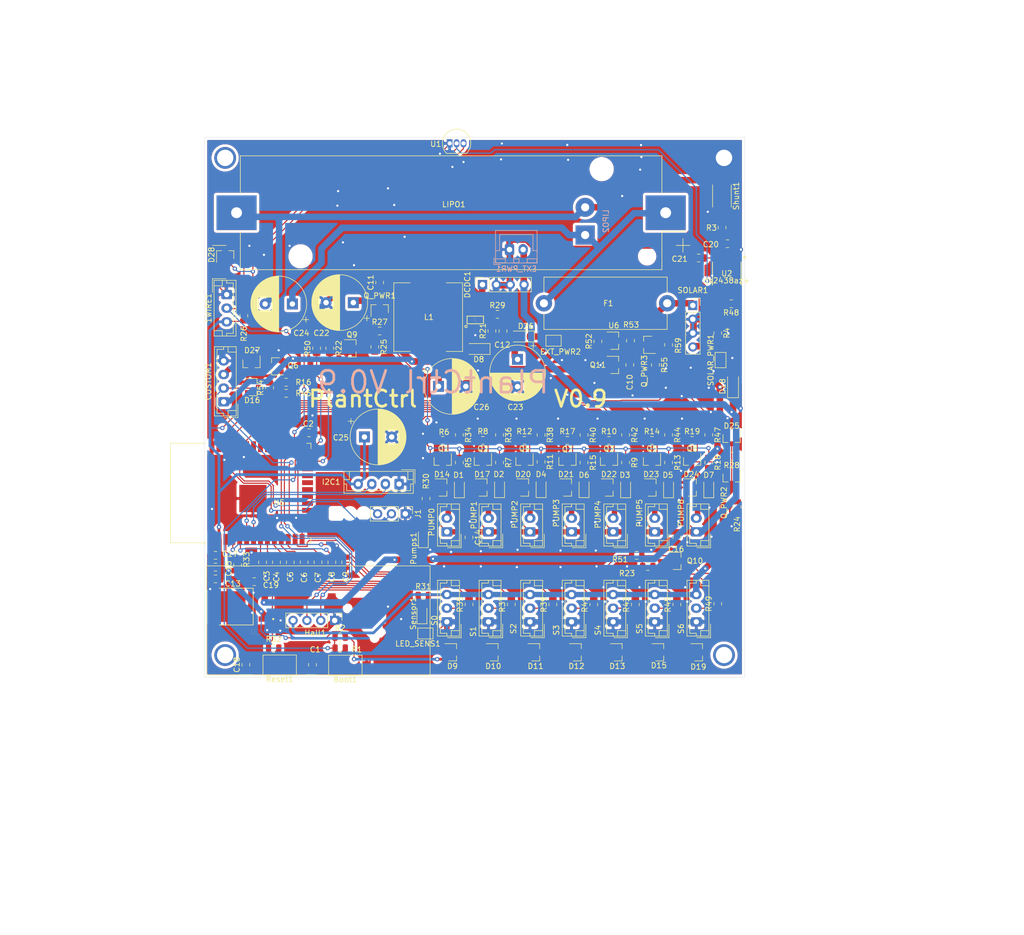
<source format=kicad_pcb>
(kicad_pcb (version 20171130) (host pcbnew 5.1.10)
  (layers (0 F.Cu signal) (31 B.Cu signal) (34 B.Paste user) (35 F.Paste user) (36 B.SilkS user) (37 F.SilkS user) (38 B.Mask user) (39 F.Mask user) (44 Edge.Cuts user))
  (net 0 "")
  (net 1 PLANT1_PUMP)
  (net 2 PLANT2_PUMP)
  (net 3 PLANT3_PUMP)
  (net 4 PLANT4_PUMP)
  (net 5 PLANT5_PUMP)
  (net 6 PLANT6_PUMP)
  (net 7 GND)
  (net 8 PLANT6_MOIST)
  (net 9 PLANT5_MOIST)
  (net 10 PLANT4_MOIST)
  (net 11 PLANT3_MOIST)
  (net 12 PLANT2_MOIST)
  (net 13 PLANT1_MOIST)
  (net 14 PLANT_CTRL_PUMP_0)
  (net 15 PUMP_PWR)
  (net 16 PWR_PUMP_CONVERTER)
  (net 17 3_3V)
  (net 18 Temp)
  (net 19 PLANT0_PUMP)
  (net 20 PWR_SENSORS)
  (net 21 PLANT0_MOIST)
  (net 22 "Net-(R35-Pad1)")
  (net 23 PLANT_CTRL_PUMP_1)
  (net 24 "Net-(R37-Pad1)")
  (net 25 PLANT_CTRL_PUMP_2)
  (net 26 "Net-(R39-Pad1)")
  (net 27 PLANT_CTRL_PUMP_3)
  (net 28 "Net-(R41-Pad1)")
  (net 29 PLANT_CTRL_PUMP_4)
  (net 30 "Net-(R43-Pad1)")
  (net 31 PLANT_CTRL_PUMP_5)
  (net 32 "Net-(R45-Pad1)")
  (net 33 PLANT_CTRL_PUMP_6)
  (net 34 "Net-(R49-Pad1)")
  (net 35 PUMP_ENABLE)
  (net 36 SENSORS_ENABLE)
  (net 37 "Net-(C10-Pad2)")
  (net 38 VCC_BATT)
  (net 39 "Net-(D8-Pad2)")
  (net 40 "Net-(R21-Pad2)")
  (net 41 "Net-(D1-Pad2)")
  (net 42 "Net-(D2-Pad2)")
  (net 43 "Net-(D3-Pad2)")
  (net 44 "Net-(D4-Pad2)")
  (net 45 "Net-(D5-Pad2)")
  (net 46 "Net-(D6-Pad2)")
  (net 47 "Net-(D7-Pad2)")
  (net 48 "Net-(Pumps1-Pad2)")
  (net 49 "Net-(Q1-Pad1)")
  (net 50 "Net-(Q2-Pad1)")
  (net 51 "Net-(Q3-Pad1)")
  (net 52 "Net-(Q4-Pad1)")
  (net 53 "Net-(Q5-Pad1)")
  (net 54 "Net-(Q6-Pad1)")
  (net 55 "Net-(Q7-Pad1)")
  (net 56 "Net-(Q8-Pad1)")
  (net 57 "Net-(Q9-Pad3)")
  (net 58 "Net-(Q9-Pad1)")
  (net 59 "Net-(Q10-Pad3)")
  (net 60 "Net-(Q10-Pad1)")
  (net 61 "Net-(Q_PWR1-Pad1)")
  (net 62 "Net-(Q_PWR2-Pad1)")
  (net 63 "Net-(R31-Pad1)")
  (net 64 "Net-(C12-Pad1)")
  (net 65 "Net-(C19-Pad2)")
  (net 66 VCC)
  (net 67 "Net-(C18-Pad2)")
  (net 68 "Net-(Q_PWR3-Pad1)")
  (net 69 SOLAR_IN)
  (net 70 "Net-(C2-Pad2)")
  (net 71 "Net-(C20-Pad1)")
  (net 72 "Net-(D18-Pad2)")
  (net 73 "Net-(I2C1-Pad3)")
  (net 74 "Net-(I2C1-Pad2)")
  (net 75 "Net-(C21-Pad1)")
  (net 76 "Net-(CUSTOM1-Pad3)")
  (net 77 "Net-(LED_SENS1-Pad1)")
  (net 78 Rsense+)
  (net 79 HALL_TX)
  (net 80 ESP_RX)
  (net 81 ESP_TX)
  (net 82 "Net-(Boot1-Pad2)")
  (net 83 CUSTOM_GPIO1)
  (net 84 VCC_FUSED_ALWAYS)
  (net 85 HALL_RX)
  (net 86 "Net-(Q11-Pad3)")
  (net 87 GPIO2)
  (net 88 "Net-(R52-Pad2)")
  (net 89 "Net-(U2-Pad7)")
  (net 90 "Net-(U2-Pad6)")
  (net 91 "Net-(U4-Pad6)")
  (net 92 "Net-(U5-Pad17)")
  (net 93 "Net-(U5-Pad18)")
  (net 94 "Net-(U5-Pad19)")
  (net 95 "Net-(U5-Pad20)")
  (net 96 "Net-(U5-Pad21)")
  (net 97 "Net-(U5-Pad22)")
  (net 98 "Net-(U5-Pad32)")
  (module Connector_PinHeader_2.54mm:PinHeader_1x03_P2.54mm_Vertical (layer F.Cu) (at 207.01 109.728 270)
    (fp_text reference J1 (at 0 -2.33 90) (layer F.SilkS))
    (fp_text value Conn_01x03_Female)
    (pad 3 thru_hole oval (at 0 5.08 270) (size 1.7 1.7) (drill 1) (layers *.Cu *.Mask) (net 80 ESP_RX))
    (pad 2 thru_hole oval (at 0 2.54 270) (size 1.7 1.7) (drill 1) (layers *.Cu *.Mask) (net 81 ESP_TX))
    (pad 1 thru_hole rect (at 0 0 270) (size 1.7 1.7) (drill 1) (layers *.Cu *.Mask) (net 7 GND))
  )
  (module Resistor_SMD:R_0805_2012Metric (layer F.Cu) (at 182.118 86.614 90)
    (fp_text reference R54 (at 0 -1.65 90) (layer F.SilkS))
    (fp_text value 10k)
    (pad 2 smd roundrect (at 0.9125 0 90) (size 1.025 1.4) (layers F.Cu F.Paste F.Mask) (roundrect_rratio 0.243902) (net 7 GND))
    (pad 1 smd roundrect (at -0.9125 0 90) (size 1.025 1.4) (layers F.Cu F.Paste F.Mask) (roundrect_rratio 0.243902) (net 83 CUSTOM_GPIO1))
  )
  (module Button_Switch_SMD:SW_SPST_CK_RS282G05A3 (layer F.Cu) (at 183.98 137.47 180)
    (fp_text reference Reset1 (at 0 -2.6) (layer F.SilkS))
    (fp_text value SW_Push)
    (pad 2 smd rect (at 3.9 0 180) (size 1.5 1.5) (layers F.Cu F.Paste F.Mask) (net 67 "Net-(C18-Pad2)"))
    (pad 1 smd rect (at -3.9 0 180) (size 1.5 1.5) (layers F.Cu F.Paste F.Mask) (net 7 GND))
  )
  (module Button_Switch_SMD:SW_SPST_CK_RS282G05A3 (layer F.Cu) (at 196.0245 137.5156 180)
    (fp_text reference Boot1 (at 0 -2.6) (layer F.SilkS))
    (fp_text value Boot)
    (pad 2 smd rect (at 3.9 0 180) (size 1.5 1.5) (layers F.Cu F.Paste F.Mask) (net 82 "Net-(Boot1-Pad2)"))
    (pad 1 smd rect (at -3.9 0 180) (size 1.5 1.5) (layers F.Cu F.Paste F.Mask) (net 7 GND))
  )
  (module Capacitor_THT:CP_Radial_D10.0mm_P5.00mm (layer F.Cu) (at 213.106 86.36)
    (fp_text reference C26 (at 7.874 3.81) (layer F.SilkS))
    (fp_text value 1000uF)
    (pad 2 thru_hole circle (at 5 0) (size 2 2) (drill 1) (layers *.Cu *.Mask) (net 7 GND))
    (pad 1 thru_hole rect (at 0 0) (size 2 2) (drill 1) (layers *.Cu *.Mask) (net 66 VCC))
  )
  (module Package_TO_SOT_SMD:SOT-23 (layer F.Cu) (at 173.99 62.23 90)
    (fp_text reference D28 (at 0 -2.5 90) (layer F.SilkS))
    (fp_text value BAS40-04)
    (pad 3 smd rect (at 1 0 90) (size 0.9 0.8) (layers F.Cu F.Paste F.Mask) (net 18 Temp))
    (pad 2 smd rect (at -1 0.95 90) (size 0.9 0.8) (layers F.Cu F.Paste F.Mask) (net 17 3_3V))
    (pad 1 smd rect (at -1 -0.95 90) (size 0.9 0.8) (layers F.Cu F.Paste F.Mask) (net 7 GND))
  )
  (module Jumper:SolderJumper-2_P1.3mm_Open_Pad1.0x1.5mm (layer F.Cu) (at 264.795 81.534 90)
    (fp_text reference SOLAR_PWR1 (at 0 -1.8 90) (layer F.SilkS))
    (fp_text value NC)
    (pad 1 smd rect (at -0.65 0 90) (size 1 1.5) (layers F.Cu F.Mask) (net 72 "Net-(D18-Pad2)"))
    (pad 2 smd rect (at 0.65 0 90) (size 1 1.5) (layers F.Cu F.Mask) (net 69 SOLAR_IN))
  )
  (module Connector_PinSocket_2.54mm:PinSocket_1x04_P2.54mm_Vertical (layer F.Cu) (at 259.715 71.501)
    (fp_text reference SOLAR1 (at 0 -2.77) (layer F.SilkS))
    (fp_text value Conn_01x04)
    (pad 4 thru_hole oval (at 0 7.62) (size 1.7 1.7) (drill 1) (layers *.Cu *.Mask) (net 69 SOLAR_IN))
    (pad 3 thru_hole oval (at 0 5.08) (size 1.7 1.7) (drill 1) (layers *.Cu *.Mask) (net 7 GND))
    (pad 2 thru_hole oval (at 0 2.54) (size 1.7 1.7) (drill 1) (layers *.Cu *.Mask) (net 7 GND))
    (pad 1 thru_hole rect (at 0 0) (size 1.7 1.7) (drill 1) (layers *.Cu *.Mask) (net 84 VCC_FUSED_ALWAYS))
  )
  (module Resistor_SMD:R_0805_2012Metric (layer F.Cu) (at 252.857 82.423 270)
    (fp_text reference R55 (at 0 -1.65 90) (layer F.SilkS))
    (fp_text value 1k)
    (pad 2 smd roundrect (at 0.9375 0 270) (size 0.975 1.4) (layers F.Cu F.Paste F.Mask) (net 86 "Net-(Q11-Pad3)"))
    (pad 1 smd roundrect (at -0.9375 0 270) (size 0.975 1.4) (layers F.Cu F.Paste F.Mask) (net 68 "Net-(Q_PWR3-Pad1)"))
  )
  (module Resistor_SMD:R_0805_2012Metric (layer F.Cu) (at 248.285 77.978 270)
    (fp_text reference R53 (at -2.921 -0.127 180) (layer F.SilkS))
    (fp_text value 100k)
    (pad 2 smd roundrect (at 0.9375 0 270) (size 0.975 1.4) (layers F.Cu F.Paste F.Mask) (net 37 "Net-(C10-Pad2)"))
    (pad 1 smd roundrect (at -0.9375 0 270) (size 0.975 1.4) (layers F.Cu F.Paste F.Mask) (net 84 VCC_FUSED_ALWAYS))
  )
  (module Resistor_SMD:R_0805_2012Metric (layer F.Cu) (at 242.316 78.105 90)
    (fp_text reference R52 (at 0 -1.65 90) (layer F.SilkS))
    (fp_text value 1k)
    (pad 2 smd roundrect (at 0.9375 0 90) (size 0.975 1.4) (layers F.Cu F.Paste F.Mask) (net 88 "Net-(R52-Pad2)"))
    (pad 1 smd roundrect (at -0.9375 0 90) (size 0.975 1.4) (layers F.Cu F.Paste F.Mask) (net 37 "Net-(C10-Pad2)"))
  )
  (module Resistor_SMD:R_0805_2012Metric (layer F.Cu) (at 201.422 79.121 270)
    (fp_text reference R25 (at 0 -1.65 90) (layer F.SilkS))
    (fp_text value 1k)
    (pad 2 smd roundrect (at 0.9375 0 270) (size 0.975 1.4) (layers F.Cu F.Paste F.Mask) (net 57 "Net-(Q9-Pad3)"))
    (pad 1 smd roundrect (at -0.9375 0 270) (size 0.975 1.4) (layers F.Cu F.Paste F.Mask) (net 61 "Net-(Q_PWR1-Pad1)"))
  )
  (module Resistor_SMD:R_0805_2012Metric (layer F.Cu) (at 267.843 108.458 270)
    (fp_text reference R24 (at 3.175 0 90) (layer F.SilkS))
    (fp_text value 1k)
    (pad 2 smd roundrect (at 0.9375 0 270) (size 0.975 1.4) (layers F.Cu F.Paste F.Mask) (net 59 "Net-(Q10-Pad3)"))
    (pad 1 smd roundrect (at -0.9375 0 270) (size 0.975 1.4) (layers F.Cu F.Paste F.Mask) (net 62 "Net-(Q_PWR2-Pad1)"))
  )
  (module Package_TO_SOT_SMD:SOT-23 (layer F.Cu) (at 245.364 82.423)
    (fp_text reference Q11 (at -3.048 0) (layer F.SilkS))
    (fp_text value "N-channel 30V 5A")
    (pad 3 smd rect (at 1 0) (size 0.9 0.8) (layers F.Cu F.Paste F.Mask) (net 86 "Net-(Q11-Pad3)"))
    (pad 2 smd rect (at -1 0.95) (size 0.9 0.8) (layers F.Cu F.Paste F.Mask) (net 7 GND))
    (pad 1 smd rect (at -1 -0.95) (size 0.9 0.8) (layers F.Cu F.Paste F.Mask) (net 37 "Net-(C10-Pad2)"))
  )
  (module Package_TO_SOT_SMD:SOT-23 (layer F.Cu) (at 178.816 82.169 270)
    (fp_text reference D27 (at -2.413 -0.127 180) (layer F.SilkS))
    (fp_text value BAS40-04)
    (pad 3 smd rect (at 1 0 270) (size 0.9 0.8) (layers F.Cu F.Paste F.Mask) (net 76 "Net-(CUSTOM1-Pad3)"))
    (pad 2 smd rect (at -1 0.95 270) (size 0.9 0.8) (layers F.Cu F.Paste F.Mask) (net 66 VCC))
    (pad 1 smd rect (at -1 -0.95 270) (size 0.9 0.8) (layers F.Cu F.Paste F.Mask) (net 7 GND))
  )
  (module Capacitor_THT:CP_Radial_D10.0mm_P5.00mm (layer F.Cu) (at 199.517 95.631)
    (fp_text reference C25 (at -4.318 0.127) (layer F.SilkS))
    (fp_text value 1000uF)
    (pad 2 thru_hole circle (at 5 0) (size 2 2) (drill 1) (layers *.Cu *.Mask) (net 7 GND))
    (pad 1 thru_hole rect (at 0 0) (size 2 2) (drill 1) (layers *.Cu *.Mask) (net 17 3_3V))
  )
  (module Capacitor_SMD:C_0805_2012Metric (layer F.Cu) (at 248.158 82.423 90)
    (fp_text reference C10 (at -3.175 0 90) (layer F.SilkS))
    (fp_text value 100n)
    (pad 2 smd roundrect (at 0.9375 0 90) (size 0.975 1.4) (layers F.Cu F.Paste F.Mask) (net 37 "Net-(C10-Pad2)"))
    (pad 1 smd roundrect (at -0.9375 0 90) (size 0.975 1.4) (layers F.Cu F.Paste F.Mask) (net 7 GND))
  )
  (module LED_SMD:LED_0805_2012Metric_Castellated (layer F.Cu) (at 210.058 128.016 90)
    (fp_text reference Sensor1 (at 0 -1.6 90) (layer F.SilkS))
    (fp_text value LED_green)
    (pad 2 smd roundrect (at 0.9625 0 90) (size 1.325 1.3) (layers F.Cu F.Paste F.Mask) (roundrect_rratio 0.192308) (net 63 "Net-(R31-Pad1)"))
    (pad 1 smd roundrect (at -0.9625 0 90) (size 1.325 1.3) (layers F.Cu F.Paste F.Mask) (roundrect_rratio 0.192308) (net 77 "Net-(LED_SENS1-Pad1)"))
  )
  (module Resistor_SMD:R_0805_2012Metric (layer F.Cu) (at 255.27 78.74 90)
    (fp_text reference R59 (at -0.127 1.778 90) (layer F.SilkS))
    (fp_text value 10k)
    (pad 2 smd roundrect (at 0.9375 0 90) (size 0.975 1.4) (layers F.Cu F.Paste F.Mask) (net 84 VCC_FUSED_ALWAYS))
    (pad 1 smd roundrect (at -0.9375 0 90) (size 0.975 1.4) (layers F.Cu F.Paste F.Mask) (net 68 "Net-(Q_PWR3-Pad1)"))
  )
  (module Resistor_SMD:R_0805_2012Metric (layer F.Cu) (at 249.428 117.348 180)
    (fp_text reference R51 (at 3.048 -0.762) (layer F.SilkS))
    (fp_text value 1k)
    (pad 2 smd roundrect (at 0.9375 0 180) (size 0.975 1.4) (layers F.Cu F.Paste F.Mask) (net 36 SENSORS_ENABLE))
    (pad 1 smd roundrect (at -0.9375 0 180) (size 0.975 1.4) (layers F.Cu F.Paste F.Mask) (net 60 "Net-(Q10-Pad1)"))
  )
  (module Resistor_SMD:R_0805_2012Metric (layer F.Cu) (at 190.754 79.375 270)
    (fp_text reference R50 (at 0 1.651 90) (layer F.SilkS))
    (fp_text value 1k)
    (pad 2 smd roundrect (at 0.9375 0 270) (size 0.975 1.4) (layers F.Cu F.Paste F.Mask) (net 35 PUMP_ENABLE))
    (pad 1 smd roundrect (at -0.9375 0 270) (size 0.975 1.4) (layers F.Cu F.Paste F.Mask) (net 58 "Net-(Q9-Pad1)"))
  )
  (module Resistor_SMD:R_0805_2012Metric (layer F.Cu) (at 264.287 126.238 90)
    (fp_text reference R49 (at 0 -1.65 90) (layer F.SilkS))
    (fp_text value 1k)
    (pad 2 smd roundrect (at 0.9375 0 90) (size 0.975 1.4) (layers F.Cu F.Paste F.Mask) (net 8 PLANT6_MOIST))
    (pad 1 smd roundrect (at -0.9375 0 90) (size 0.975 1.4) (layers F.Cu F.Paste F.Mask) (net 34 "Net-(R49-Pad1)"))
  )
  (module Resistor_SMD:R_0805_2012Metric (layer F.Cu) (at 266.7508 71.1962 180)
    (fp_text reference R48 (at 0 -1.65) (layer F.SilkS))
    (fp_text value 1k)
    (pad 2 smd roundrect (at 0.9375 0 180) (size 0.975 1.4) (layers F.Cu F.Paste F.Mask) (net 75 "Net-(C21-Pad1)"))
    (pad 1 smd roundrect (at -0.9375 0 180) (size 0.975 1.4) (layers F.Cu F.Paste F.Mask) (net 78 Rsense+))
  )
  (module Resistor_SMD:R_0805_2012Metric (layer F.Cu) (at 262.636 95.25 270)
    (fp_text reference R47 (at 0 -1.65 90) (layer F.SilkS))
    (fp_text value 1k)
    (pad 2 smd roundrect (at 0.9375 0 270) (size 0.975 1.4) (layers F.Cu F.Paste F.Mask) (net 56 "Net-(Q8-Pad1)"))
    (pad 1 smd roundrect (at -0.9375 0 270) (size 0.975 1.4) (layers F.Cu F.Paste F.Mask) (net 33 PLANT_CTRL_PUMP_6))
  )
  (module Resistor_SMD:R_0805_2012Metric (layer F.Cu) (at 185.166 87.63)
    (fp_text reference R46 (at 3.175 0) (layer F.SilkS))
    (fp_text value 1k)
    (pad 2 smd roundrect (at 0.9375 0) (size 0.975 1.4) (layers F.Cu F.Paste F.Mask) (net 87 GPIO2))
    (pad 1 smd roundrect (at -0.9375 0) (size 0.975 1.4) (layers F.Cu F.Paste F.Mask) (net 54 "Net-(Q6-Pad1)"))
  )
  (module Resistor_SMD:R_0805_2012Metric (layer F.Cu) (at 256.794 126.365 90)
    (fp_text reference R45 (at 0 -1.65 90) (layer F.SilkS))
    (fp_text value 1k)
    (pad 2 smd roundrect (at 0.9375 0 90) (size 0.975 1.4) (layers F.Cu F.Paste F.Mask) (net 9 PLANT5_MOIST))
    (pad 1 smd roundrect (at -0.9375 0 90) (size 0.975 1.4) (layers F.Cu F.Paste F.Mask) (net 32 "Net-(R45-Pad1)"))
  )
  (module Resistor_SMD:R_0805_2012Metric (layer F.Cu) (at 255.27 95.25 270)
    (fp_text reference R44 (at 0 -1.65 90) (layer F.SilkS))
    (fp_text value 1k)
    (pad 2 smd roundrect (at 0.9375 0 270) (size 0.975 1.4) (layers F.Cu F.Paste F.Mask) (net 53 "Net-(Q5-Pad1)"))
    (pad 1 smd roundrect (at -0.9375 0 270) (size 0.975 1.4) (layers F.Cu F.Paste F.Mask) (net 31 PLANT_CTRL_PUMP_5))
  )
  (module Resistor_SMD:R_0805_2012Metric (layer F.Cu) (at 249.174 126.365 90)
    (fp_text reference R43 (at 0 -1.65 90) (layer F.SilkS))
    (fp_text value 1k)
    (pad 2 smd roundrect (at 0.9375 0 90) (size 0.975 1.4) (layers F.Cu F.Paste F.Mask) (net 10 PLANT4_MOIST))
    (pad 1 smd roundrect (at -0.9375 0 90) (size 0.975 1.4) (layers F.Cu F.Paste F.Mask) (net 30 "Net-(R43-Pad1)"))
  )
  (module Resistor_SMD:R_0805_2012Metric (layer F.Cu) (at 247.396 95.25 270)
    (fp_text reference R42 (at 0 -1.65 90) (layer F.SilkS))
    (fp_text value 1k)
    (pad 2 smd roundrect (at 0.9375 0 270) (size 0.975 1.4) (layers F.Cu F.Paste F.Mask) (net 51 "Net-(Q3-Pad1)"))
    (pad 1 smd roundrect (at -0.9375 0 270) (size 0.975 1.4) (layers F.Cu F.Paste F.Mask) (net 29 PLANT_CTRL_PUMP_4))
  )
  (module Resistor_SMD:R_0805_2012Metric (layer F.Cu) (at 241.554 126.365 90)
    (fp_text reference R41 (at 0 -1.65 90) (layer F.SilkS))
    (fp_text value 1k)
    (pad 2 smd roundrect (at 0.9375 0 90) (size 0.975 1.4) (layers F.Cu F.Paste F.Mask) (net 11 PLANT3_MOIST))
    (pad 1 smd roundrect (at -0.9375 0 90) (size 0.975 1.4) (layers F.Cu F.Paste F.Mask) (net 28 "Net-(R41-Pad1)"))
  )
  (module Resistor_SMD:R_0805_2012Metric (layer F.Cu) (at 239.776 95.266 270)
    (fp_text reference R40 (at 0 -1.65 90) (layer F.SilkS))
    (fp_text value 1k)
    (pad 2 smd roundrect (at 0.9375 0 270) (size 0.975 1.4) (layers F.Cu F.Paste F.Mask) (net 55 "Net-(Q7-Pad1)"))
    (pad 1 smd roundrect (at -0.9375 0 270) (size 0.975 1.4) (layers F.Cu F.Paste F.Mask) (net 27 PLANT_CTRL_PUMP_3))
  )
  (module Resistor_SMD:R_0805_2012Metric (layer F.Cu) (at 234.061 126.365 90)
    (fp_text reference R39 (at 0 -1.65 90) (layer F.SilkS))
    (fp_text value 1k)
    (pad 2 smd roundrect (at 0.9375 0 90) (size 0.975 1.4) (layers F.Cu F.Paste F.Mask) (net 12 PLANT2_MOIST))
    (pad 1 smd roundrect (at -0.9375 0 90) (size 0.975 1.4) (layers F.Cu F.Paste F.Mask) (net 26 "Net-(R39-Pad1)"))
  )
  (module Resistor_SMD:R_0805_2012Metric (layer F.Cu) (at 231.902 95.266 270)
    (fp_text reference R38 (at 0 -1.65 90) (layer F.SilkS))
    (fp_text value 1k)
    (pad 2 smd roundrect (at 0.9375 0 270) (size 0.975 1.4) (layers F.Cu F.Paste F.Mask) (net 52 "Net-(Q4-Pad1)"))
    (pad 1 smd roundrect (at -0.9375 0 270) (size 0.975 1.4) (layers F.Cu F.Paste F.Mask) (net 25 PLANT_CTRL_PUMP_2))
  )
  (module Resistor_SMD:R_0805_2012Metric (layer F.Cu) (at 226.441 126.349 90)
    (fp_text reference R37 (at 0 -1.65 90) (layer F.SilkS))
    (fp_text value 1k)
    (pad 2 smd roundrect (at 0.9375 0 90) (size 0.975 1.4) (layers F.Cu F.Paste F.Mask) (net 13 PLANT1_MOIST))
    (pad 1 smd roundrect (at -0.9375 0 90) (size 0.975 1.4) (layers F.Cu F.Paste F.Mask) (net 24 "Net-(R37-Pad1)"))
  )
  (module Resistor_SMD:R_0805_2012Metric (layer F.Cu) (at 224.282 95.266 270)
    (fp_text reference R36 (at 0 -1.65 90) (layer F.SilkS))
    (fp_text value 1k)
    (pad 2 smd roundrect (at 0.9375 0 270) (size 0.975 1.4) (layers F.Cu F.Paste F.Mask) (net 50 "Net-(Q2-Pad1)"))
    (pad 1 smd roundrect (at -0.9375 0 270) (size 0.975 1.4) (layers F.Cu F.Paste F.Mask) (net 23 PLANT_CTRL_PUMP_1))
  )
  (module Resistor_SMD:R_0805_2012Metric (layer F.Cu) (at 218.694 126.349 90)
    (fp_text reference R35 (at 0 -1.65 90) (layer F.SilkS))
    (fp_text value 1k)
    (pad 2 smd roundrect (at 0.9375 0 90) (size 0.975 1.4) (layers F.Cu F.Paste F.Mask) (net 21 PLANT0_MOIST))
    (pad 1 smd roundrect (at -0.9375 0 90) (size 0.975 1.4) (layers F.Cu F.Paste F.Mask) (net 22 "Net-(R35-Pad1)"))
  )
  (module Resistor_SMD:R_0805_2012Metric (layer F.Cu) (at 216.916 95.25 270)
    (fp_text reference R34 (at 0 -1.65 90) (layer F.SilkS))
    (fp_text value 1k)
    (pad 2 smd roundrect (at 0.9375 0 270) (size 0.975 1.4) (layers F.Cu F.Paste F.Mask) (net 49 "Net-(Q1-Pad1)"))
    (pad 1 smd roundrect (at -0.9375 0 270) (size 0.975 1.4) (layers F.Cu F.Paste F.Mask) (net 14 PLANT_CTRL_PUMP_0))
  )
  (module Resistor_SMD:R_0805_2012Metric (layer F.Cu) (at 176.276 119.126 270)
    (fp_text reference R33 (at -1.016 -1.651 90) (layer F.SilkS))
    (fp_text value 10k)
    (pad 2 smd roundrect (at 0.9375 0 270) (size 0.975 1.4) (layers F.Cu F.Paste F.Mask) (net 17 3_3V))
    (pad 1 smd roundrect (at -0.9375 0 270) (size 0.975 1.4) (layers F.Cu F.Paste F.Mask) (net 65 "Net-(C19-Pad2)"))
  )
  (module Resistor_SMD:R_0805_2012Metric (layer F.Cu) (at 182.88 134.366)
    (fp_text reference R32 (at 0 -1.65) (layer F.SilkS))
    (fp_text value 1k)
    (pad 2 smd roundrect (at 0.9375 0) (size 0.975 1.4) (layers F.Cu F.Paste F.Mask) (net 67 "Net-(C18-Pad2)"))
    (pad 1 smd roundrect (at -0.9375 0) (size 0.975 1.4) (layers F.Cu F.Paste F.Mask) (net 65 "Net-(C19-Pad2)"))
  )
  (module Resistor_SMD:R_0805_2012Metric (layer F.Cu) (at 210.312 124.714)
    (fp_text reference R31 (at 0 -1.65) (layer F.SilkS))
    (fp_text value 4,7K)
    (pad 2 smd roundrect (at 0.9375 0) (size 0.975 1.4) (layers F.Cu F.Paste F.Mask) (net 20 PWR_SENSORS))
    (pad 1 smd roundrect (at -0.9375 0) (size 0.975 1.4) (layers F.Cu F.Paste F.Mask) (net 63 "Net-(R31-Pad1)"))
  )
  (module Resistor_SMD:R_0805_2012Metric (layer F.Cu) (at 210.82 106.934 270)
    (fp_text reference R30 (at -3.175 0 90) (layer F.SilkS))
    (fp_text value 270)
    (pad 2 smd roundrect (at 0.9375 0 270) (size 0.975 1.4) (layers F.Cu F.Paste F.Mask) (net 48 "Net-(Pumps1-Pad2)"))
    (pad 1 smd roundrect (at -0.9375 0 270) (size 0.975 1.4) (layers F.Cu F.Paste F.Mask) (net 16 PWR_PUMP_CONVERTER))
  )
  (module Resistor_SMD:R_0805_2012Metric (layer F.Cu) (at 223.901 73.152)
    (fp_text reference R29 (at 0 -1.65) (layer F.SilkS))
    (fp_text value 1k)
    (pad 2 smd roundrect (at 0.9375 0) (size 0.975 1.4) (layers F.Cu F.Paste F.Mask) (net 7 GND))
    (pad 1 smd roundrect (at -0.9375 0) (size 0.975 1.4) (layers F.Cu F.Paste F.Mask) (net 40 "Net-(R21-Pad2)"))
  )
  (module Resistor_SMD:R_0805_2012Metric (layer F.Cu) (at 266.827 99.187 180)
    (fp_text reference R28 (at 0 -1.65) (layer F.SilkS))
    (fp_text value 10k)
    (pad 2 smd roundrect (at 0.9375 0 180) (size 0.975 1.4) (layers F.Cu F.Paste F.Mask) (net 66 VCC))
    (pad 1 smd roundrect (at -0.9375 0 180) (size 0.975 1.4) (layers F.Cu F.Paste F.Mask) (net 62 "Net-(Q_PWR2-Pad1)"))
  )
  (module Resistor_SMD:R_0805_2012Metric (layer F.Cu) (at 202.311 76.2)
    (fp_text reference R27 (at 0 -1.65) (layer F.SilkS))
    (fp_text value 10k)
    (pad 2 smd roundrect (at 0.9375 0) (size 0.975 1.4) (layers F.Cu F.Paste F.Mask) (net 66 VCC))
    (pad 1 smd roundrect (at -0.9375 0) (size 0.975 1.4) (layers F.Cu F.Paste F.Mask) (net 61 "Net-(Q_PWR1-Pad1)"))
  )
  (module Resistor_SMD:R_0805_2012Metric (layer F.Cu) (at 177.419 73.406 270)
    (fp_text reference R26 (at 3.302 0 90) (layer F.SilkS))
    (fp_text value 2.2k)
    (pad 2 smd roundrect (at 0.9375 0 270) (size 0.975 1.4) (layers F.Cu F.Paste F.Mask) (net 17 3_3V))
    (pad 1 smd roundrect (at -0.9375 0 270) (size 0.975 1.4) (layers F.Cu F.Paste F.Mask) (net 18 Temp))
  )
  (module Resistor_SMD:R_0805_2012Metric (layer F.Cu) (at 251.46 119.38)
    (fp_text reference R23 (at -3.81 1.27) (layer F.SilkS))
    (fp_text value 10k)
    (pad 2 smd roundrect (at 0.9375 0) (size 0.975 1.4) (layers F.Cu F.Paste F.Mask) (net 7 GND))
    (pad 1 smd roundrect (at -0.9375 0) (size 0.975 1.4) (layers F.Cu F.Paste F.Mask) (net 60 "Net-(Q10-Pad1)"))
  )
  (module Resistor_SMD:R_0805_2012Metric (layer F.Cu) (at 193.167 79.375 270)
    (fp_text reference R22 (at 0 -1.65 90) (layer F.SilkS))
    (fp_text value 10k)
    (pad 2 smd roundrect (at 0.9375 0 270) (size 0.975 1.4) (layers F.Cu F.Paste F.Mask) (net 7 GND))
    (pad 1 smd roundrect (at -0.9375 0 270) (size 0.975 1.4) (layers F.Cu F.Paste F.Mask) (net 58 "Net-(Q9-Pad1)"))
  )
  (module Resistor_SMD:R_0805_2012Metric (layer F.Cu) (at 222.885 76.2 90)
    (fp_text reference R21 (at 0 -1.65 90) (layer F.SilkS))
    (fp_text value 19k-19.5K)
    (pad 2 smd roundrect (at 0.9375 0 90) (size 0.975 1.4) (layers F.Cu F.Paste F.Mask) (net 40 "Net-(R21-Pad2)"))
    (pad 1 smd roundrect (at -0.9375 0 90) (size 0.975 1.4) (layers F.Cu F.Paste F.Mask) (net 64 "Net-(C12-Pad1)"))
  )
  (module Resistor_SMD:R_0805_2012Metric (layer F.Cu) (at 259.572 96.266 180)
    (fp_text reference R19 (at -0.016 1.651) (layer F.SilkS))
    (fp_text value 10k)
    (pad 2 smd roundrect (at 0.9375 0 180) (size 0.975 1.4) (layers F.Cu F.Paste F.Mask) (net 7 GND))
    (pad 1 smd roundrect (at -0.9375 0 180) (size 0.975 1.4) (layers F.Cu F.Paste F.Mask) (net 56 "Net-(Q8-Pad1)"))
  )
  (module Resistor_SMD:R_0805_2012Metric (layer F.Cu) (at 262.636 100.314 270)
    (fp_text reference R18 (at 0 -1.65 90) (layer F.SilkS))
    (fp_text value 270)
    (pad 2 smd roundrect (at 0.9375 0 270) (size 0.975 1.4) (layers F.Cu F.Paste F.Mask) (net 47 "Net-(D7-Pad2)"))
    (pad 1 smd roundrect (at -0.9375 0 270) (size 0.975 1.4) (layers F.Cu F.Paste F.Mask) (net 16 PWR_PUMP_CONVERTER))
  )
  (module Resistor_SMD:R_0805_2012Metric (layer F.Cu) (at 236.712 96.266 180)
    (fp_text reference R17 (at -0.016 1.651) (layer F.SilkS))
    (fp_text value 10K)
    (pad 2 smd roundrect (at 0.9375 0 180) (size 0.975 1.4) (layers F.Cu F.Paste F.Mask) (net 7 GND))
    (pad 1 smd roundrect (at -0.9375 0 180) (size 0.975 1.4) (layers F.Cu F.Paste F.Mask) (net 55 "Net-(Q7-Pad1)"))
  )
  (module Resistor_SMD:R_0805_2012Metric (layer F.Cu) (at 185.166 85.598)
    (fp_text reference R16 (at 3.175 0) (layer F.SilkS))
    (fp_text value 10k)
    (pad 2 smd roundrect (at 0.9375 0) (size 0.975 1.4) (layers F.Cu F.Paste F.Mask) (net 7 GND))
    (pad 1 smd roundrect (at -0.9375 0) (size 0.975 1.4) (layers F.Cu F.Paste F.Mask) (net 54 "Net-(Q6-Pad1)"))
  )
  (module Resistor_SMD:R_0805_2012Metric (layer F.Cu) (at 239.776 100.346 270)
    (fp_text reference R15 (at 0 -1.65 90) (layer F.SilkS))
    (fp_text value 270)
    (pad 2 smd roundrect (at 0.9375 0 270) (size 0.975 1.4) (layers F.Cu F.Paste F.Mask) (net 46 "Net-(D6-Pad2)"))
    (pad 1 smd roundrect (at -0.9375 0 270) (size 0.975 1.4) (layers F.Cu F.Paste F.Mask) (net 16 PWR_PUMP_CONVERTER))
  )
  (module Resistor_SMD:R_0805_2012Metric (layer F.Cu) (at 252.222 96.266 180)
    (fp_text reference R14 (at 0 1.651) (layer F.SilkS))
    (fp_text value 10k)
    (pad 2 smd roundrect (at 0.9375 0 180) (size 0.975 1.4) (layers F.Cu F.Paste F.Mask) (net 7 GND))
    (pad 1 smd roundrect (at -0.9375 0 180) (size 0.975 1.4) (layers F.Cu F.Paste F.Mask) (net 53 "Net-(Q5-Pad1)"))
  )
  (module Resistor_SMD:R_0805_2012Metric (layer F.Cu) (at 255.27 100.33 270)
    (fp_text reference R13 (at 0 -1.65 90) (layer F.SilkS))
    (fp_text value 270)
    (pad 2 smd roundrect (at 0.9375 0 270) (size 0.975 1.4) (layers F.Cu F.Paste F.Mask) (net 45 "Net-(D5-Pad2)"))
    (pad 1 smd roundrect (at -0.9375 0 270) (size 0.975 1.4) (layers F.Cu F.Paste F.Mask) (net 16 PWR_PUMP_CONVERTER))
  )
  (module Resistor_SMD:R_0805_2012Metric (layer F.Cu) (at 228.838 96.266 180)
    (fp_text reference R12 (at 0 1.651) (layer F.SilkS))
    (fp_text value 10k)
    (pad 2 smd roundrect (at 0.9375 0 180) (size 0.975 1.4) (layers F.Cu F.Paste F.Mask) (net 7 GND))
    (pad 1 smd roundrect (at -0.9375 0 180) (size 0.975 1.4) (layers F.Cu F.Paste F.Mask) (net 52 "Net-(Q4-Pad1)"))
  )
  (module Resistor_SMD:R_0805_2012Metric (layer F.Cu) (at 231.902 100.203 270)
    (fp_text reference R11 (at 0 -1.65 90) (layer F.SilkS))
    (fp_text value 270)
    (pad 2 smd roundrect (at 0.9375 0 270) (size 0.975 1.4) (layers F.Cu F.Paste F.Mask) (net 44 "Net-(D4-Pad2)"))
    (pad 1 smd roundrect (at -0.9375 0 270) (size 0.975 1.4) (layers F.Cu F.Paste F.Mask) (net 16 PWR_PUMP_CONVERTER))
  )
  (module Resistor_SMD:R_0805_2012Metric (layer F.Cu) (at 244.348 96.266 180)
    (fp_text reference R10 (at 0 1.651) (layer F.SilkS))
    (fp_text value 10K)
    (pad 2 smd roundrect (at 0.9375 0 180) (size 0.975 1.4) (layers F.Cu F.Paste F.Mask) (net 7 GND))
    (pad 1 smd roundrect (at -0.9375 0 180) (size 0.975 1.4) (layers F.Cu F.Paste F.Mask) (net 51 "Net-(Q3-Pad1)"))
  )
  (module Resistor_SMD:R_0805_2012Metric (layer F.Cu) (at 247.396 100.33 270)
    (fp_text reference R9 (at 0 -1.65 90) (layer F.SilkS))
    (fp_text value 270)
    (pad 2 smd roundrect (at 0.9375 0 270) (size 0.975 1.4) (layers F.Cu F.Paste F.Mask) (net 43 "Net-(D3-Pad2)"))
    (pad 1 smd roundrect (at -0.9375 0 270) (size 0.975 1.4) (layers F.Cu F.Paste F.Mask) (net 16 PWR_PUMP_CONVERTER))
  )
  (module Resistor_SMD:R_0805_2012Metric (layer F.Cu) (at 221.234 96.266)
    (fp_text reference R8 (at 0 -1.65) (layer F.SilkS))
    (fp_text value 10k)
    (pad 2 smd roundrect (at 0.9375 0) (size 0.975 1.4) (layers F.Cu F.Paste F.Mask) (net 50 "Net-(Q2-Pad1)"))
    (pad 1 smd roundrect (at -0.9375 0) (size 0.975 1.4) (layers F.Cu F.Paste F.Mask) (net 7 GND))
  )
  (module Resistor_SMD:R_0805_2012Metric (layer F.Cu) (at 224.282 100.33 270)
    (fp_text reference R7 (at 0 -1.65 90) (layer F.SilkS))
    (fp_text value 270)
    (pad 2 smd roundrect (at 0.9375 0 270) (size 0.975 1.4) (layers F.Cu F.Paste F.Mask) (net 42 "Net-(D2-Pad2)"))
    (pad 1 smd roundrect (at -0.9375 0 270) (size 0.975 1.4) (layers F.Cu F.Paste F.Mask) (net 16 PWR_PUMP_CONVERTER))
  )
  (module Resistor_SMD:R_0805_2012Metric (layer F.Cu) (at 213.868 96.266 180)
    (fp_text reference R6 (at -0.254 1.524) (layer F.SilkS))
    (fp_text value 10k)
    (pad 2 smd roundrect (at 0.9375 0 180) (size 0.975 1.4) (layers F.Cu F.Paste F.Mask) (net 7 GND))
    (pad 1 smd roundrect (at -0.9375 0 180) (size 0.975 1.4) (layers F.Cu F.Paste F.Mask) (net 49 "Net-(Q1-Pad1)"))
  )
  (module Resistor_SMD:R_0805_2012Metric (layer F.Cu) (at 216.916 100.33 270)
    (fp_text reference R5 (at 0 -1.65 90) (layer F.SilkS))
    (fp_text value 270)
    (pad 2 smd roundrect (at 0.9375 0 270) (size 0.975 1.4) (layers F.Cu F.Paste F.Mask) (net 41 "Net-(D1-Pad2)"))
    (pad 1 smd roundrect (at -0.9375 0 270) (size 0.975 1.4) (layers F.Cu F.Paste F.Mask) (net 16 PWR_PUMP_CONVERTER))
  )
  (module Resistor_SMD:R_0805_2012Metric (layer F.Cu) (at 264.287 76.581 270)
    (fp_text reference R4 (at 0 -1.65 90) (layer F.SilkS))
    (fp_text value 10k)
    (pad 2 smd roundrect (at 0.9375 0 270) (size 0.975 1.4) (layers F.Cu F.Paste F.Mask) (net 69 SOLAR_IN))
    (pad 1 smd roundrect (at -0.9375 0 270) (size 0.975 1.4) (layers F.Cu F.Paste F.Mask) (net 75 "Net-(C21-Pad1)"))
  )
  (module Resistor_SMD:R_0805_2012Metric (layer F.Cu) (at 265.0744 57.2352 270)
    (fp_text reference R3 (at 0.0418 1.9304 180) (layer F.SilkS))
    (fp_text value 100k)
    (pad 2 smd roundrect (at 0.9375 0 270) (size 0.975 1.4) (layers F.Cu F.Paste F.Mask) (net 71 "Net-(C20-Pad1)"))
    (pad 1 smd roundrect (at -0.9375 0 270) (size 0.975 1.4) (layers F.Cu F.Paste F.Mask) (net 7 GND))
  )
  (module Resistor_SMD:R_0805_2012Metric (layer F.Cu) (at 195.072 132.334)
    (fp_text reference R2 (at 0 -1.65) (layer F.SilkS))
    (fp_text value 1k)
    (pad 2 smd roundrect (at 0.9375 0) (size 0.975 1.4) (layers F.Cu F.Paste F.Mask) (net 17 3_3V))
    (pad 1 smd roundrect (at -0.9375 0) (size 0.975 1.4) (layers F.Cu F.Paste F.Mask) (net 70 "Net-(C2-Pad2)"))
  )
  (module Resistor_SMD:R_0805_2012Metric (layer F.Cu) (at 195.072 134.366)
    (fp_text reference R1 (at 3.048 0.254) (layer F.SilkS))
    (fp_text value 1k)
    (pad 2 smd roundrect (at 0.9375 0) (size 0.975 1.4) (layers F.Cu F.Paste F.Mask) (net 82 "Net-(Boot1-Pad2)"))
    (pad 1 smd roundrect (at -0.9375 0) (size 0.975 1.4) (layers F.Cu F.Paste F.Mask) (net 70 "Net-(C2-Pad2)"))
  )
  (module Package_TO_SOT_SMD:SOT-23 (layer F.Cu) (at 251.46 78.74 180)
    (fp_text reference Q_PWR3 (at 0.635 -4.826 90) (layer F.SilkS))
    (fp_text value "P-channel 50v 4A")
    (pad 3 smd rect (at 1 0 180) (size 0.9 0.8) (layers F.Cu F.Paste F.Mask) (net 66 VCC))
    (pad 2 smd rect (at -1 0.95 180) (size 0.9 0.8) (layers F.Cu F.Paste F.Mask) (net 84 VCC_FUSED_ALWAYS))
    (pad 1 smd rect (at -1 -0.95 180) (size 0.9 0.8) (layers F.Cu F.Paste F.Mask) (net 68 "Net-(Q_PWR3-Pad1)"))
  )
  (module Package_TO_SOT_SMD:SOT-23 (layer F.Cu) (at 266.827 103.124 270)
    (fp_text reference Q_PWR2 (at 4.572 1.397 90) (layer F.SilkS))
    (fp_text value "P-channel 50v 4A")
    (pad 3 smd rect (at 1 0 270) (size 0.9 0.8) (layers F.Cu F.Paste F.Mask) (net 20 PWR_SENSORS))
    (pad 2 smd rect (at -1 0.95 270) (size 0.9 0.8) (layers F.Cu F.Paste F.Mask) (net 66 VCC))
    (pad 1 smd rect (at -1 -0.95 270) (size 0.9 0.8) (layers F.Cu F.Paste F.Mask) (net 62 "Net-(Q_PWR2-Pad1)"))
  )
  (module Package_TO_SOT_SMD:SOT-23 (layer F.Cu) (at 202.311 72.136 90)
    (fp_text reference Q_PWR1 (at 2.413 0 180) (layer F.SilkS))
    (fp_text value "P-channel 50v 4A")
    (pad 3 smd rect (at 1 0 90) (size 0.9 0.8) (layers F.Cu F.Paste F.Mask) (net 16 PWR_PUMP_CONVERTER))
    (pad 2 smd rect (at -1 0.95 90) (size 0.9 0.8) (layers F.Cu F.Paste F.Mask) (net 66 VCC))
    (pad 1 smd rect (at -1 -0.95 90) (size 0.9 0.8) (layers F.Cu F.Paste F.Mask) (net 61 "Net-(Q_PWR1-Pad1)"))
  )
  (module Package_TO_SOT_SMD:SOT-23 (layer F.Cu) (at 256.794 118.364)
    (fp_text reference Q10 (at 3.302 0) (layer F.SilkS))
    (fp_text value "N-channel 30V 5A")
    (pad 3 smd rect (at 1 0) (size 0.9 0.8) (layers F.Cu F.Paste F.Mask) (net 59 "Net-(Q10-Pad3)"))
    (pad 2 smd rect (at -1 0.95) (size 0.9 0.8) (layers F.Cu F.Paste F.Mask) (net 7 GND))
    (pad 1 smd rect (at -1 -0.95) (size 0.9 0.8) (layers F.Cu F.Paste F.Mask) (net 60 "Net-(Q10-Pad1)"))
  )
  (module Package_TO_SOT_SMD:SOT-23 (layer F.Cu) (at 197.231 79.375)
    (fp_text reference Q9 (at 0 -2.5) (layer F.SilkS))
    (fp_text value "N-channel 30V 5A")
    (pad 3 smd rect (at 1 0) (size 0.9 0.8) (layers F.Cu F.Paste F.Mask) (net 57 "Net-(Q9-Pad3)"))
    (pad 2 smd rect (at -1 0.95) (size 0.9 0.8) (layers F.Cu F.Paste F.Mask) (net 7 GND))
    (pad 1 smd rect (at -1 -0.95) (size 0.9 0.8) (layers F.Cu F.Paste F.Mask) (net 58 "Net-(Q9-Pad1)"))
  )
  (module Package_TO_SOT_SMD:SOT-23 (layer F.Cu) (at 259.588 100.076 270)
    (fp_text reference Q8 (at -2.286 0 180) (layer F.SilkS))
    (fp_text value "N-channel 30V 5A")
    (pad 3 smd rect (at 1 0 270) (size 0.9 0.8) (layers F.Cu F.Paste F.Mask) (net 6 PLANT6_PUMP))
    (pad 2 smd rect (at -1 0.95 270) (size 0.9 0.8) (layers F.Cu F.Paste F.Mask) (net 7 GND))
    (pad 1 smd rect (at -1 -0.95 270) (size 0.9 0.8) (layers F.Cu F.Paste F.Mask) (net 56 "Net-(Q8-Pad1)"))
  )
  (module Package_TO_SOT_SMD:SOT-23 (layer F.Cu) (at 236.728 100.076 270)
    (fp_text reference Q7 (at -2.159 0 180) (layer F.SilkS))
    (fp_text value "N-channel 30V 5A")
    (pad 3 smd rect (at 1 0 270) (size 0.9 0.8) (layers F.Cu F.Paste F.Mask) (net 3 PLANT3_PUMP))
    (pad 2 smd rect (at -1 0.95 270) (size 0.9 0.8) (layers F.Cu F.Paste F.Mask) (net 7 GND))
    (pad 1 smd rect (at -1 -0.95 270) (size 0.9 0.8) (layers F.Cu F.Paste F.Mask) (net 55 "Net-(Q7-Pad1)"))
  )
  (module Package_TO_SOT_SMD:SOT-23 (layer F.Cu) (at 183.261 82.677 180)
    (fp_text reference Q6 (at -3.175 0.127) (layer F.SilkS))
    (fp_text value "N-channel 30V 5A")
    (pad 3 smd rect (at 1 0 180) (size 0.9 0.8) (layers F.Cu F.Paste F.Mask) (net 76 "Net-(CUSTOM1-Pad3)"))
    (pad 2 smd rect (at -1 0.95 180) (size 0.9 0.8) (layers F.Cu F.Paste F.Mask) (net 7 GND))
    (pad 1 smd rect (at -1 -0.95 180) (size 0.9 0.8) (layers F.Cu F.Paste F.Mask) (net 54 "Net-(Q6-Pad1)"))
  )
  (module Package_TO_SOT_SMD:SOT-23 (layer F.Cu) (at 252.222 100.076 270)
    (fp_text reference Q5 (at -2.286 0 180) (layer F.SilkS))
    (fp_text value "N-channel 30V 5A")
    (pad 3 smd rect (at 1 0 270) (size 0.9 0.8) (layers F.Cu F.Paste F.Mask) (net 5 PLANT5_PUMP))
    (pad 2 smd rect (at -1 0.95 270) (size 0.9 0.8) (layers F.Cu F.Paste F.Mask) (net 7 GND))
    (pad 1 smd rect (at -1 -0.95 270) (size 0.9 0.8) (layers F.Cu F.Paste F.Mask) (net 53 "Net-(Q5-Pad1)"))
  )
  (module Package_TO_SOT_SMD:SOT-23 (layer F.Cu) (at 228.854 100.076 270)
    (fp_text reference Q4 (at -2.286 0 180) (layer F.SilkS))
    (fp_text value "N-channel 30V 5A")
    (pad 3 smd rect (at 1 0 270) (size 0.9 0.8) (layers F.Cu F.Paste F.Mask) (net 2 PLANT2_PUMP))
    (pad 2 smd rect (at -1 0.95 270) (size 0.9 0.8) (layers F.Cu F.Paste F.Mask) (net 7 GND))
    (pad 1 smd rect (at -1 -0.95 270) (size 0.9 0.8) (layers F.Cu F.Paste F.Mask) (net 52 "Net-(Q4-Pad1)"))
  )
  (module Package_TO_SOT_SMD:SOT-23 (layer F.Cu) (at 244.348 100.076 270)
    (fp_text reference Q3 (at -2.286 0 180) (layer F.SilkS))
    (fp_text value "N-channel 30V 5A")
    (pad 3 smd rect (at 1 0 270) (size 0.9 0.8) (layers F.Cu F.Paste F.Mask) (net 4 PLANT4_PUMP))
    (pad 2 smd rect (at -1 0.95 270) (size 0.9 0.8) (layers F.Cu F.Paste F.Mask) (net 7 GND))
    (pad 1 smd rect (at -1 -0.95 270) (size 0.9 0.8) (layers F.Cu F.Paste F.Mask) (net 51 "Net-(Q3-Pad1)"))
  )
  (module Package_TO_SOT_SMD:SOT-23 (layer F.Cu) (at 221.234 100.076 270)
    (fp_text reference Q2 (at -2.286 0 180) (layer F.SilkS))
    (fp_text value "N-channel 30V 5A")
    (pad 3 smd rect (at 1 0 270) (size 0.9 0.8) (layers F.Cu F.Paste F.Mask) (net 1 PLANT1_PUMP))
    (pad 2 smd rect (at -1 0.95 270) (size 0.9 0.8) (layers F.Cu F.Paste F.Mask) (net 7 GND))
    (pad 1 smd rect (at -1 -0.95 270) (size 0.9 0.8) (layers F.Cu F.Paste F.Mask) (net 50 "Net-(Q2-Pad1)"))
  )
  (module Package_TO_SOT_SMD:SOT-23 (layer F.Cu) (at 213.868 100.076 270)
    (fp_text reference Q1 (at -2.286 -0.127 180) (layer F.SilkS))
    (fp_text value "N-channel 30V 5A")
    (pad 3 smd rect (at 1 0 270) (size 0.9 0.8) (layers F.Cu F.Paste F.Mask) (net 19 PLANT0_PUMP))
    (pad 2 smd rect (at -1 0.95 270) (size 0.9 0.8) (layers F.Cu F.Paste F.Mask) (net 7 GND))
    (pad 1 smd rect (at -1 -0.95 270) (size 0.9 0.8) (layers F.Cu F.Paste F.Mask) (net 49 "Net-(Q1-Pad1)"))
  )
  (module LED_SMD:LED_0805_2012Metric_Castellated (layer F.Cu) (at 210.312 114.046 90)
    (fp_text reference Pumps1 (at -2.032 -1.778 270) (layer F.SilkS))
    (fp_text value LED_red)
    (pad 2 smd roundrect (at 0.9625 0 90) (size 1.325 1.3) (layers F.Cu F.Paste F.Mask) (roundrect_rratio 0.192308) (net 48 "Net-(Pumps1-Pad2)"))
    (pad 1 smd roundrect (at -0.9625 0 90) (size 1.325 1.3) (layers F.Cu F.Paste F.Mask) (roundrect_rratio 0.192308) (net 7 GND))
  )
  (module LED_SMD:LED_0805_2012Metric_Castellated (layer F.Cu) (at 262.636 104.902 90)
    (fp_text reference D7 (at 2.286 0 180) (layer F.SilkS))
    (fp_text value LED_Blue)
    (pad 2 smd roundrect (at 0.9625 0 90) (size 1.325 1.3) (layers F.Cu F.Paste F.Mask) (roundrect_rratio 0.192308) (net 47 "Net-(D7-Pad2)"))
    (pad 1 smd roundrect (at -0.9625 0 90) (size 1.325 1.3) (layers F.Cu F.Paste F.Mask) (roundrect_rratio 0.192308) (net 6 PLANT6_PUMP))
  )
  (module LED_SMD:LED_0805_2012Metric_Castellated (layer F.Cu) (at 239.776 104.8655 90)
    (fp_text reference D6 (at 2.2495 0 180) (layer F.SilkS))
    (fp_text value LED)
    (pad 2 smd roundrect (at 0.9625 0 90) (size 1.325 1.3) (layers F.Cu F.Paste F.Mask) (roundrect_rratio 0.192308) (net 46 "Net-(D6-Pad2)"))
    (pad 1 smd roundrect (at -0.9625 0 90) (size 1.325 1.3) (layers F.Cu F.Paste F.Mask) (roundrect_rratio 0.192308) (net 3 PLANT3_PUMP))
  )
  (module LED_SMD:LED_0805_2012Metric_Castellated (layer F.Cu) (at 255.27 104.902 90)
    (fp_text reference D5 (at 2.286 -0.127 180) (layer F.SilkS))
    (fp_text value LED)
    (pad 2 smd roundrect (at 0.9625 0 90) (size 1.325 1.3) (layers F.Cu F.Paste F.Mask) (roundrect_rratio 0.192308) (net 45 "Net-(D5-Pad2)"))
    (pad 1 smd roundrect (at -0.9625 0 90) (size 1.325 1.3) (layers F.Cu F.Paste F.Mask) (roundrect_rratio 0.192308) (net 5 PLANT5_PUMP))
  )
  (module LED_SMD:LED_0805_2012Metric_Castellated (layer F.Cu) (at 231.902 104.8655 90)
    (fp_text reference D4 (at 2.3765 0 180) (layer F.SilkS))
    (fp_text value LED_Blue)
    (pad 2 smd roundrect (at 0.9625 0 90) (size 1.325 1.3) (layers F.Cu F.Paste F.Mask) (roundrect_rratio 0.192308) (net 44 "Net-(D4-Pad2)"))
    (pad 1 smd roundrect (at -0.9625 0 90) (size 1.325 1.3) (layers F.Cu F.Paste F.Mask) (roundrect_rratio 0.192308) (net 2 PLANT2_PUMP))
  )
  (module LED_SMD:LED_0805_2012Metric_Castellated (layer F.Cu) (at 247.396 104.902 90)
    (fp_text reference D3 (at 2.286 -0.127 180) (layer F.SilkS))
    (fp_text value LED_Blue)
    (pad 2 smd roundrect (at 0.9625 0 90) (size 1.325 1.3) (layers F.Cu F.Paste F.Mask) (roundrect_rratio 0.192308) (net 43 "Net-(D3-Pad2)"))
    (pad 1 smd roundrect (at -0.9625 0 90) (size 1.325 1.3) (layers F.Cu F.Paste F.Mask) (roundrect_rratio 0.192308) (net 4 PLANT4_PUMP))
  )
  (module LED_SMD:LED_0805_2012Metric_Castellated (layer F.Cu) (at 224.282 104.8655 90)
    (fp_text reference D2 (at 2.3765 -0.127 180) (layer F.SilkS))
    (fp_text value LED)
    (pad 2 smd roundrect (at 0.9625 0 90) (size 1.325 1.3) (layers F.Cu F.Paste F.Mask) (roundrect_rratio 0.192308) (net 42 "Net-(D2-Pad2)"))
    (pad 1 smd roundrect (at -0.9625 0 90) (size 1.325 1.3) (layers F.Cu F.Paste F.Mask) (roundrect_rratio 0.192308) (net 1 PLANT1_PUMP))
  )
  (module LED_SMD:LED_0805_2012Metric_Castellated (layer F.Cu) (at 216.916 104.902 90)
    (fp_text reference D1 (at 2.286 -0.127 180) (layer F.SilkS))
    (fp_text value LED_Blue)
    (pad 2 smd roundrect (at 0.9625 0 90) (size 1.325 1.3) (layers F.Cu F.Paste F.Mask) (roundrect_rratio 0.192308) (net 41 "Net-(D1-Pad2)"))
    (pad 1 smd roundrect (at -0.9625 0 90) (size 1.325 1.3) (layers F.Cu F.Paste F.Mask) (roundrect_rratio 0.192308) (net 19 PLANT0_PUMP))
  )
  (module Capacitor_SMD:C_0805_2012Metric (layer F.Cu) (at 260.7908 62.8142 180)
    (fp_text reference C21 (at 3.4888 -0.1778) (layer F.SilkS))
    (fp_text value 100n)
    (pad 2 smd roundrect (at 0.9375 0 180) (size 0.975 1.4) (layers F.Cu F.Paste F.Mask) (net 7 GND))
    (pad 1 smd roundrect (at -0.9375 0 180) (size 0.975 1.4) (layers F.Cu F.Paste F.Mask) (net 75 "Net-(C21-Pad1)"))
  )
  (module Capacitor_SMD:C_0805_2012Metric (layer F.Cu) (at 266.065 60.198)
    (fp_text reference C20 (at -3.048 0.127) (layer F.SilkS))
    (fp_text value 100n)
    (pad 2 smd roundrect (at 0.9375 0) (size 0.975 1.4) (layers F.Cu F.Paste F.Mask) (net 78 Rsense+))
    (pad 1 smd roundrect (at -0.9375 0) (size 0.975 1.4) (layers F.Cu F.Paste F.Mask) (net 71 "Net-(C20-Pad1)"))
  )
  (module Capacitor_SMD:C_0805_2012Metric (layer F.Cu) (at 179.324 122.174)
    (fp_text reference C19 (at 3.048 0.635) (layer F.SilkS))
    (fp_text value 22uf)
    (pad 2 smd roundrect (at 0.9375 0) (size 0.975 1.4) (layers F.Cu F.Paste F.Mask) (net 65 "Net-(C19-Pad2)"))
    (pad 1 smd roundrect (at -0.9375 0) (size 0.975 1.4) (layers F.Cu F.Paste F.Mask) (net 7 GND))
  )
  (module Capacitor_SMD:C_0805_2012Metric (layer F.Cu) (at 177.78 137.414 90)
    (fp_text reference C18 (at 0 -1.65 90) (layer F.SilkS))
    (fp_text value 100n)
    (pad 2 smd roundrect (at 0.9375 0 90) (size 0.975 1.4) (layers F.Cu F.Paste F.Mask) (net 67 "Net-(C18-Pad2)"))
    (pad 1 smd roundrect (at -0.9375 0 90) (size 0.975 1.4) (layers F.Cu F.Paste F.Mask) (net 7 GND))
  )
  (module Capacitor_SMD:C_0805_2012Metric (layer F.Cu) (at 172.212 117.348)
    (fp_text reference C17 (at 2.667 -0.254) (layer F.SilkS))
    (fp_text value 100n)
    (pad 2 smd roundrect (at 0.9375 0) (size 0.975 1.4) (layers F.Cu F.Paste F.Mask) (net 17 3_3V))
    (pad 1 smd roundrect (at -0.9375 0) (size 0.975 1.4) (layers F.Cu F.Paste F.Mask) (net 7 GND))
  )
  (module Capacitor_SMD:C_0805_2012Metric (layer F.Cu) (at 256.794 114.046 270)
    (fp_text reference C16 (at 2.159 0.127 180) (layer F.SilkS))
    (fp_text value 22uf)
    (pad 2 smd roundrect (at 0.9375 0 270) (size 0.975 1.4) (layers F.Cu F.Paste F.Mask) (net 7 GND))
    (pad 1 smd roundrect (at -0.9375 0 270) (size 0.975 1.4) (layers F.Cu F.Paste F.Mask) (net 15 PUMP_PWR))
  )
  (module Capacitor_SMD:C_0805_2012Metric (layer F.Cu) (at 172.212 119.507 180)
    (fp_text reference C15 (at -2.413 -0.254 90) (layer F.SilkS))
    (fp_text value 22uf)
    (pad 2 smd roundrect (at 0.9375 0 180) (size 0.975 1.4) (layers F.Cu F.Paste F.Mask) (net 7 GND))
    (pad 1 smd roundrect (at -0.9375 0 180) (size 0.975 1.4) (layers F.Cu F.Paste F.Mask) (net 17 3_3V))
  )
  (module Capacitor_SMD:C_0805_2012Metric (layer F.Cu) (at 218.694 114.046 270)
    (fp_text reference C14 (at 0 -1.65 90) (layer F.SilkS))
    (fp_text value 22uf)
    (pad 2 smd roundrect (at 0.9375 0 270) (size 0.975 1.4) (layers F.Cu F.Paste F.Mask) (net 7 GND))
    (pad 1 smd roundrect (at -0.9375 0 270) (size 0.975 1.4) (layers F.Cu F.Paste F.Mask) (net 15 PUMP_PWR))
  )
  (module Capacitor_SMD:C_0805_2012Metric (layer F.Cu) (at 172.212 121.666 180)
    (fp_text reference C13 (at -3.175 -0.889) (layer F.SilkS))
    (fp_text value 22uf)
    (pad 2 smd roundrect (at 0.9375 0 180) (size 0.975 1.4) (layers F.Cu F.Paste F.Mask) (net 7 GND))
    (pad 1 smd roundrect (at -0.9375 0 180) (size 0.975 1.4) (layers F.Cu F.Paste F.Mask) (net 17 3_3V))
  )
  (module Capacitor_SMD:C_0805_2012Metric (layer F.Cu) (at 224.917 76.2 90)
    (fp_text reference C12 (at -2.54 -0.127 180) (layer F.SilkS))
    (fp_text value 22uf)
    (pad 2 smd roundrect (at 0.9375 0 90) (size 0.975 1.4) (layers F.Cu F.Paste F.Mask) (net 7 GND))
    (pad 1 smd roundrect (at -0.9375 0 90) (size 0.975 1.4) (layers F.Cu F.Paste F.Mask) (net 64 "Net-(C12-Pad1)"))
  )
  (module Capacitor_SMD:C_0805_2012Metric (layer F.Cu) (at 202.311 67.31 90)
    (fp_text reference C11 (at 0 -1.65 90) (layer F.SilkS))
    (fp_text value 22uf)
    (pad 2 smd roundrect (at 0.9375 0 90) (size 0.975 1.4) (layers F.Cu F.Paste F.Mask) (net 7 GND))
    (pad 1 smd roundrect (at -0.9375 0 90) (size 0.975 1.4) (layers F.Cu F.Paste F.Mask) (net 16 PWR_PUMP_CONVERTER))
  )
  (module Capacitor_SMD:C_0805_2012Metric (layer F.Cu) (at 196.088 118.618 90)
    (fp_text reference C9 (at -2.667 0 90) (layer F.SilkS))
    (fp_text value 100n)
    (pad 2 smd roundrect (at 0.9375 0 90) (size 0.975 1.4) (layers F.Cu F.Paste F.Mask) (net 8 PLANT6_MOIST))
    (pad 1 smd roundrect (at -0.9375 0 90) (size 0.975 1.4) (layers F.Cu F.Paste F.Mask) (net 7 GND))
  )
  (module Capacitor_SMD:C_0805_2012Metric (layer F.Cu) (at 193.548 118.618 90)
    (fp_text reference C8 (at -2.667 0 90) (layer F.SilkS))
    (fp_text value 100n)
    (pad 2 smd roundrect (at 0.9375 0 90) (size 0.975 1.4) (layers F.Cu F.Paste F.Mask) (net 9 PLANT5_MOIST))
    (pad 1 smd roundrect (at -0.9375 0 90) (size 0.975 1.4) (layers F.Cu F.Paste F.Mask) (net 7 GND))
  )
  (module Capacitor_SMD:C_0805_2012Metric (layer F.Cu) (at 191.008 118.618 90)
    (fp_text reference C7 (at -2.794 0 90) (layer F.SilkS))
    (fp_text value 100n)
    (pad 2 smd roundrect (at 0.9375 0 90) (size 0.975 1.4) (layers F.Cu F.Paste F.Mask) (net 10 PLANT4_MOIST))
    (pad 1 smd roundrect (at -0.9375 0 90) (size 0.975 1.4) (layers F.Cu F.Paste F.Mask) (net 7 GND))
  )
  (module Capacitor_SMD:C_0805_2012Metric (layer F.Cu) (at 188.468 118.618 90)
    (fp_text reference C6 (at -2.794 0 90) (layer F.SilkS))
    (fp_text value 100n)
    (pad 2 smd roundrect (at 0.9375 0 90) (size 0.975 1.4) (layers F.Cu F.Paste F.Mask) (net 11 PLANT3_MOIST))
    (pad 1 smd roundrect (at -0.9375 0 90) (size 0.975 1.4) (layers F.Cu F.Paste F.Mask) (net 7 GND))
  )
  (module Capacitor_SMD:C_0805_2012Metric (layer F.Cu) (at 185.928 118.627 90)
    (fp_text reference C5 (at -2.658 0 90) (layer F.SilkS))
    (fp_text value 100n)
    (pad 2 smd roundrect (at 0.9375 0 90) (size 0.975 1.4) (layers F.Cu F.Paste F.Mask) (net 12 PLANT2_MOIST))
    (pad 1 smd roundrect (at -0.9375 0 90) (size 0.975 1.4) (layers F.Cu F.Paste F.Mask) (net 7 GND))
  )
  (module Capacitor_SMD:C_0805_2012Metric (layer F.Cu) (at 183.388 118.618 90)
    (fp_text reference C4 (at -2.667 0 90) (layer F.SilkS))
    (fp_text value 100n)
    (pad 2 smd roundrect (at 0.9375 0 90) (size 0.975 1.4) (layers F.Cu F.Paste F.Mask) (net 13 PLANT1_MOIST))
    (pad 1 smd roundrect (at -0.9375 0 90) (size 0.975 1.4) (layers F.Cu F.Paste F.Mask) (net 7 GND))
  )
  (module Capacitor_SMD:C_0805_2012Metric (layer F.Cu) (at 180.848 118.618 90)
    (fp_text reference C3 (at -2.54 0.762 90) (layer F.SilkS))
    (fp_text value 100n)
    (pad 2 smd roundrect (at 0.9375 0 90) (size 0.975 1.4) (layers F.Cu F.Paste F.Mask) (net 21 PLANT0_MOIST))
    (pad 1 smd roundrect (at -0.9375 0 90) (size 0.975 1.4) (layers F.Cu F.Paste F.Mask) (net 7 GND))
  )
  (module Capacitor_SMD:C_0805_2012Metric (layer F.Cu) (at 189.357 94.869 180)
    (fp_text reference C2 (at 0.127 1.651) (layer F.SilkS))
    (fp_text value 22uf)
    (pad 2 smd roundrect (at 0.9375 0 180) (size 0.975 1.4) (layers F.Cu F.Paste F.Mask) (net 70 "Net-(C2-Pad2)"))
    (pad 1 smd roundrect (at -0.9375 0 180) (size 0.975 1.4) (layers F.Cu F.Paste F.Mask) (net 7 GND))
  )
  (module Capacitor_SMD:C_0805_2012Metric (layer F.Cu) (at 189.992 137.414 90)
    (fp_text reference C1 (at 2.794 0.508 180) (layer F.SilkS))
    (fp_text value 100n)
    (pad 2 smd roundrect (at 0.9375 0 90) (size 0.975 1.4) (layers F.Cu F.Paste F.Mask) (net 82 "Net-(Boot1-Pad2)"))
    (pad 1 smd roundrect (at -0.9375 0 90) (size 0.975 1.4) (layers F.Cu F.Paste F.Mask) (net 7 GND))
  )
  (module Package_TO_SOT_SMD:SOT-23 (layer F.Cu) (at 245.364 77.978)
    (fp_text reference U6 (at -0.127 -2.794) (layer F.SilkS))
    (fp_text value CN61CN33)
    (pad 3 smd rect (at 1 0) (size 0.9 0.8) (layers F.Cu F.Paste F.Mask) (net 84 VCC_FUSED_ALWAYS))
    (pad 2 smd rect (at -1 0.95) (size 0.9 0.8) (layers F.Cu F.Paste F.Mask) (net 7 GND))
    (pad 1 smd rect (at -1 -0.95) (size 0.9 0.8) (layers F.Cu F.Paste F.Mask) (net 88 "Net-(R52-Pad2)"))
  )
  (module Capacitor_THT:CP_Radial_D10.0mm_P5.00mm (layer F.Cu) (at 186.309 71.247 180)
    (fp_text reference C24 (at -1.651 -5.334) (layer F.SilkS))
    (fp_text value 1000uF)
    (pad 2 thru_hole circle (at 5 0 180) (size 2 2) (drill 1) (layers *.Cu *.Mask) (net 78 Rsense+))
    (pad 1 thru_hole rect (at 0 0 180) (size 2 2) (drill 1) (layers *.Cu *.Mask) (net 38 VCC_BATT))
  )
  (module Capacitor_THT:CP_Radial_D10.0mm_P5.00mm (layer F.Cu) (at 227.584 81.407 270)
    (fp_text reference C23 (at 8.763 0.381 180) (layer F.SilkS))
    (fp_text value 1000uF)
    (pad 2 thru_hole circle (at 5 0 270) (size 2 2) (drill 1) (layers *.Cu *.Mask) (net 7 GND))
    (pad 1 thru_hole rect (at 0 0 270) (size 2 2) (drill 1) (layers *.Cu *.Mask) (net 64 "Net-(C12-Pad1)"))
  )
  (module Capacitor_THT:CP_Radial_D10.0mm_P5.00mm (layer F.Cu) (at 197.485 70.993 180)
    (fp_text reference C22 (at 5.842 -5.588) (layer F.SilkS))
    (fp_text value 1000uF)
    (pad 2 thru_hole circle (at 5 0 180) (size 2 2) (drill 1) (layers *.Cu *.Mask) (net 7 GND))
    (pad 1 thru_hole rect (at 0 0 180) (size 2 2) (drill 1) (layers *.Cu *.Mask) (net 16 PWR_PUMP_CONVERTER))
  )
  (module Connector_Wire:SolderWirePad_1x02_P5.08mm_Drill1.5mm (layer B.Cu) (at 239.9792 58.5978 90)
    (fp_text reference LIPO2 (at 2.54 3.81 -90) (layer B.SilkS) (effects (justify mirror)))
    (fp_text value Conn_01x02_Female)
    (pad 2 thru_hole circle (at 5.08 0 90) (size 3.50012 3.50012) (drill 1.50114) (layers *.Cu *.Mask) (net 78 Rsense+))
    (pad 1 thru_hole rect (at 0 0 90) (size 3.50012 3.50012) (drill 1.50114) (layers *.Cu *.Mask) (net 38 VCC_BATT))
  )
  (module misc_footprints:BatteryHolder_Keystone_1042_1x18650 (layer F.Cu) (at 215.4066 54.5084 180)
    (fp_text reference LIPO1 (at -0.4934 1.524) (layer F.SilkS))
    (fp_text value Conn_01x02_Female)
    (pad 1 thru_hole rect (at -39.33 0 180) (size 7.34 6.35) (drill 2) (layers *.Cu *.Mask) (net 38 VCC_BATT))
    (pad 2 thru_hole rect (at 39.33 0 180) (size 7.34 6.35) (drill 2) (layers *.Cu *.Mask) (net 78 Rsense+))
    (pad "" np_thru_hole circle (at 27.6 -8 180) (size 3.45 3.45) (drill 3.45) (layers *.Cu *.Mask))
    (pad "" np_thru_hole circle (at -27.6 8 180) (size 3.45 3.45) (drill 3.45) (layers *.Cu *.Mask))
    (pad "" np_thru_hole circle (at -35.93 -8 180) (size 2.39 2.39) (drill 2.39) (layers *.Cu *.Mask))
  )
  (module Jumper:SolderJumper-2_P1.3mm_Bridged_Pad1.0x1.5mm (layer F.Cu) (at 210.693 131.6736)
    (fp_text reference LED_SENS1 (at -1.3716 1.8796) (layer F.SilkS))
    (fp_text value NC)
    (fp_poly (pts (xy -0.25 -0.3) (xy 0.25 -0.3) (xy 0.25 0.3) (xy -0.25 0.3)) (layer F.Cu) (width 0))
    (pad 2 smd rect (at 0.65 0) (size 1 1.5) (layers F.Cu F.Mask) (net 7 GND))
    (pad 1 smd rect (at -0.65 0) (size 1 1.5) (layers F.Cu F.Mask) (net 77 "Net-(LED_SENS1-Pad1)"))
  )
  (module Jumper:SolderJumper-2_P1.3mm_Open_Pad1.0x1.5mm (layer F.Cu) (at 234.188 77.978)
    (fp_text reference EXT_PWR2 (at 1.27 2.032) (layer F.SilkS))
    (fp_text value SolderJumper_2_Open)
    (pad 1 smd rect (at -0.65 0) (size 1 1.5) (layers F.Cu F.Mask) (net 15 PUMP_PWR))
    (pad 2 smd rect (at 0.65 0) (size 1 1.5) (layers F.Cu F.Mask) (net 66 VCC))
  )
  (module Connector_JST:JST_XH_B2B-XH-A_1x02_P2.50mm_Vertical (layer B.Cu) (at 226.1108 61.2648)
    (fp_text reference EXT_PWR1 (at 1.25 3.55) (layer B.SilkS) (effects (justify mirror)))
    (fp_text value Conn_01x02)
    (pad 2 thru_hole oval (at 2.5 0) (size 1.7 2) (drill 1) (layers *.Cu *.Mask) (net 15 PUMP_PWR))
    (pad 1 thru_hole roundrect (at 0 0) (size 1.7 2) (drill 1) (layers *.Cu *.Mask) (roundrect_rratio 0.147059) (net 7 GND))
  )
  (module Connector_PinSocket_2.54mm:PinSocket_1x04_P2.54mm_Vertical (layer F.Cu) (at 221.1578 67.691 90)
    (fp_text reference DCDC1 (at 0 -2.77 90) (layer F.SilkS))
    (fp_text value Conn_01x04)
    (pad 4 thru_hole oval (at 0 7.62 90) (size 1.7 1.7) (drill 1) (layers *.Cu *.Mask) (net 15 PUMP_PWR))
    (pad 3 thru_hole oval (at 0 5.08 90) (size 1.7 1.7) (drill 1) (layers *.Cu *.Mask) (net 7 GND))
    (pad 2 thru_hole oval (at 0 2.54 90) (size 1.7 1.7) (drill 1) (layers *.Cu *.Mask) (net 7 GND))
    (pad 1 thru_hole rect (at 0 0 90) (size 1.7 1.7) (drill 1) (layers *.Cu *.Mask) (net 16 PWR_PUMP_CONVERTER))
  )
  (module Connector_JST:JST_EH_B4B-EH-A_1x04_P2.50mm_Vertical (layer F.Cu) (at 173.7106 89.1794 90)
    (fp_text reference CUSTOM1 (at 3.75 -2.8 90) (layer F.SilkS))
    (fp_text value Conn_01x04)
    (pad 4 thru_hole oval (at 7.5 0 90) (size 1.7 1.95) (drill 0.95) (layers *.Cu *.Mask) (net 7 GND))
    (pad 3 thru_hole oval (at 5 0 90) (size 1.7 1.95) (drill 0.95) (layers *.Cu *.Mask) (net 76 "Net-(CUSTOM1-Pad3)"))
    (pad 2 thru_hole oval (at 2.5 0 90) (size 1.7 1.95) (drill 0.95) (layers *.Cu *.Mask) (net 83 CUSTOM_GPIO1))
    (pad 1 thru_hole roundrect (at 0 0 90) (size 1.7 1.95) (drill 0.95) (layers *.Cu *.Mask) (roundrect_rratio 0.147059) (net 66 VCC))
  )
  (module Connector_JST:JST_EH_B3B-EH-A_1x03_P2.50mm_Vertical (layer F.Cu) (at 174.2694 69.5198 270)
    (fp_text reference 1WIRE1 (at 2.4892 3.302 90) (layer F.SilkS))
    (fp_text value Conn_01x03)
    (pad 3 thru_hole oval (at 5 0 270) (size 1.7 1.95) (drill 0.95) (layers *.Cu *.Mask) (net 17 3_3V))
    (pad 2 thru_hole oval (at 2.5 0 270) (size 1.7 1.95) (drill 0.95) (layers *.Cu *.Mask) (net 18 Temp))
    (pad 1 thru_hole roundrect (at 0 0 270) (size 1.7 1.95) (drill 0.95) (layers *.Cu *.Mask) (roundrect_rratio 0.147059) (net 7 GND))
  )
  (module misc_footprints:ds2438az&plus_ (layer F.Cu) (at 265.938 65.659 270)
    (fp_text reference U2 (at 0 0 180) (layer F.SilkS))
    (fp_text value ds2438az+ (at 1.2954 0 180) (layer F.SilkS))
    (fp_text user * (at -2.97815 -3.5814 90) (layer F.SilkS))
    (fp_text user * (at -2.97815 -3.5814 90) (layer F.SilkS))
    (pad 8 smd rect (at 2.72415 -1.905 270) (size 1.4605 0.5334) (layers F.Cu F.Paste F.Mask) (net 18 Temp))
    (pad 7 smd rect (at 2.72415 -0.635 270) (size 1.4605 0.5334) (layers F.Cu F.Paste F.Mask) (net 89 "Net-(U2-Pad7)"))
    (pad 6 smd rect (at 2.72415 0.635 270) (size 1.4605 0.5334) (layers F.Cu F.Paste F.Mask) (net 90 "Net-(U2-Pad6)"))
    (pad 5 smd rect (at 2.72415 1.905 270) (size 1.4605 0.5334) (layers F.Cu F.Paste F.Mask) (net 66 VCC))
    (pad 4 smd rect (at -2.72415 1.905 270) (size 1.4605 0.5334) (layers F.Cu F.Paste F.Mask) (net 75 "Net-(C21-Pad1)"))
    (pad 3 smd rect (at -2.72415 0.635 270) (size 1.4605 0.5334) (layers F.Cu F.Paste F.Mask) (net 71 "Net-(C20-Pad1)"))
    (pad 2 smd rect (at -2.72415 -0.635 270) (size 1.4605 0.5334) (layers F.Cu F.Paste F.Mask) (net 78 Rsense+))
    (pad 1 smd rect (at -2.72415 -1.905 270) (size 1.4605 0.5334) (layers F.Cu F.Paste F.Mask) (net 7 GND))
  )
  (module Resistor_SMD:R_2512_6332Metric (layer F.Cu) (at 265.049 51.435 270)
    (fp_text reference Shunt1 (at 0 -2.62 90) (layer F.SilkS))
    (fp_text value 0.025)
    (pad 1 smd roundrect (at -2.9 0 270) (size 1.35 3.35) (layers F.Cu F.Paste F.Mask) (roundrect_rratio 0.185185) (net 78 Rsense+))
    (pad 2 smd roundrect (at 2.9 0 270) (size 1.35 3.35) (layers F.Cu F.Paste F.Mask) (roundrect_rratio 0.185185) (net 7 GND))
  )
  (module Connector_JST:JST_EH_B4B-EH-A_1x04_P2.50mm_Vertical (layer F.Cu) (at 205.867 104.267 180)
    (fp_text reference I2C1 (at 12.446 0.381) (layer F.SilkS))
    (fp_text value Conn_01x04_Female)
    (pad 4 thru_hole oval (at 7.5 0 180) (size 1.7 1.95) (drill 0.95) (layers *.Cu *.Mask) (net 17 3_3V))
    (pad 3 thru_hole oval (at 5 0 180) (size 1.7 1.95) (drill 0.95) (layers *.Cu *.Mask) (net 73 "Net-(I2C1-Pad3)"))
    (pad 2 thru_hole oval (at 2.5 0 180) (size 1.7 1.95) (drill 0.95) (layers *.Cu *.Mask) (net 74 "Net-(I2C1-Pad2)"))
    (pad 1 thru_hole roundrect (at 0 0 180) (size 1.7 1.95) (drill 0.95) (layers *.Cu *.Mask) (roundrect_rratio 0.147059) (net 7 GND))
  )
  (module Diode_SMD:D_SOD-123F (layer F.Cu) (at 267.081 86.233 90)
    (fp_text reference D18 (at -0.127 -1.905 90) (layer F.SilkS))
    (fp_text value "40V >2A")
    (pad 2 smd rect (at 1.4 0 90) (size 1.1 1.1) (layers F.Cu F.Paste F.Mask) (net 72 "Net-(D18-Pad2)"))
    (pad 1 smd rect (at -1.4 0 90) (size 1.1 1.1) (layers F.Cu F.Paste F.Mask) (net 15 PUMP_PWR))
  )
  (module misc_footprints:SOT-23-6 (layer F.Cu) (at 219.837 74.168 90)
    (fp_text reference U4 (at 0.076237 -0.079439 270) (layer F.SilkS) (effects (font (size 0.600291 0.600291) (thickness 0.015))))
    (fp_text value SX1308)
    (pad 5 smd rect (at 1.35 0 90) (size 1 0.55) (layers F.Cu F.Paste F.Mask) (net 16 PWR_PUMP_CONVERTER))
    (pad 6 smd rect (at 1.35 -0.95 90) (size 1 0.55) (layers F.Cu F.Paste F.Mask) (net 91 "Net-(U4-Pad6)"))
    (pad 4 smd rect (at 1.35 0.95 90) (size 1 0.55) (layers F.Cu F.Paste F.Mask) (net 16 PWR_PUMP_CONVERTER))
    (pad 3 smd rect (at -1.35 0.95 90) (size 1 0.55) (layers F.Cu F.Paste F.Mask) (net 40 "Net-(R21-Pad2)"))
    (pad 1 smd rect (at -1.35 -0.95 90) (size 1 0.55) (layers F.Cu F.Paste F.Mask) (net 39 "Net-(D8-Pad2)"))
    (pad 2 smd rect (at -1.35 0 90) (size 1 0.55) (layers F.Cu F.Paste F.Mask) (net 7 GND))
  )
  (module ESP32:DPAK457P991X255-3N (layer F.Cu) (at 176.784 126.746 180)
    (fp_text reference U3 (at -2.825 -4.635) (layer F.SilkS) (effects (font (thickness 0.015))))
    (fp_text value LP38690DT-3.3)
    (pad 4 smd rect (at 2.32 0 180) (size 6.49 5.63) (layers F.Cu F.Mask) (net 7 GND))
    (pad 3 smd rect (at -4.45 2.285 180) (size 2.22 0.96) (layers F.Cu F.Paste F.Mask) (net 66 VCC))
    (pad 1 smd rect (at -4.45 -2.285 180) (size 2.22 0.96) (layers F.Cu F.Paste F.Mask) (net 17 3_3V))
  )
  (module Inductor_SMD:L_12x12mm_H4.5mm (layer F.Cu) (at 211.201 73.66 270)
    (fp_text reference L1 (at 0 -0.127 180) (layer F.SilkS))
    (fp_text value "4A 5-22uH min DCR")
    (pad 2 smd rect (at 4.95 0 270) (size 2.9 5.4) (layers F.Cu F.Paste F.Mask) (net 39 "Net-(D8-Pad2)"))
    (pad 1 smd rect (at -4.95 0 270) (size 2.9 5.4) (layers F.Cu F.Paste F.Mask) (net 16 PWR_PUMP_CONVERTER))
  )
  (module ESP32:SR04M-2PinHeader_1x04_P2.54mm_Vertical (layer F.Cu) (at 194.056 129.286 270)
    (fp_text reference Hall1 (at 2.286 3.556 180) (layer F.SilkS))
    (fp_text value Conn_01x04)
    (pad 4 thru_hole oval (at 0 7.62 270) (size 1.7 1.7) (drill 1) (layers *.Cu *.Mask) (net 20 PWR_SENSORS))
    (pad 3 thru_hole oval (at 0 5.08 270) (size 1.7 1.7) (drill 1) (layers *.Cu *.Mask) (net 85 HALL_RX))
    (pad 2 thru_hole oval (at 0 2.54 270) (size 1.7 1.7) (drill 1) (layers *.Cu *.Mask) (net 79 HALL_TX))
    (pad 1 thru_hole rect (at 0 0 270) (size 1.7 1.7) (drill 1) (layers *.Cu *.Mask) (net 7 GND))
  )
  (module Diode_SMD:D_SOD-123F (layer F.Cu) (at 228.473 77.216 180)
    (fp_text reference D26 (at -0.635 1.905) (layer F.SilkS))
    (fp_text value "40V >2A")
    (pad 2 smd rect (at 1.4 0 180) (size 1.1 1.1) (layers F.Cu F.Paste F.Mask) (net 64 "Net-(C12-Pad1)"))
    (pad 1 smd rect (at -1.4 0 180) (size 1.1 1.1) (layers F.Cu F.Paste F.Mask) (net 15 PUMP_PWR))
  )
  (module Package_TO_SOT_SMD:SOT-23 (layer F.Cu) (at 266.827 95.885 270)
    (fp_text reference D25 (at -2.286 0 180) (layer F.SilkS))
    (fp_text value BAS40-04)
    (pad 3 smd rect (at 1 0 270) (size 0.9 0.8) (layers F.Cu F.Paste F.Mask) (net 20 PWR_SENSORS))
    (pad 2 smd rect (at -1 0.95 270) (size 0.9 0.8) (layers F.Cu F.Paste F.Mask) (net 66 VCC))
    (pad 1 smd rect (at -1 -0.95 270) (size 0.9 0.8) (layers F.Cu F.Paste F.Mask) (net 7 GND))
  )
  (module Package_TO_SOT_SMD:SOT-23 (layer F.Cu) (at 179.07 86.487)
    (fp_text reference D16 (at -0.127 2.413) (layer F.SilkS))
    (fp_text value BAS40-04)
    (pad 3 smd rect (at 1 0) (size 0.9 0.8) (layers F.Cu F.Paste F.Mask) (net 83 CUSTOM_GPIO1))
    (pad 2 smd rect (at -1 0.95) (size 0.9 0.8) (layers F.Cu F.Paste F.Mask) (net 17 3_3V))
    (pad 1 smd rect (at -1 -0.95) (size 0.9 0.8) (layers F.Cu F.Paste F.Mask) (net 7 GND))
  )
  (module Diode_SMD:D_SOD-123F (layer F.Cu) (at 220.345 79.502 180)
    (fp_text reference D8 (at -0.127 -1.905) (layer F.SilkS))
    (fp_text value "40V >2A")
    (pad 2 smd rect (at 1.4 0 180) (size 1.1 1.1) (layers F.Cu F.Paste F.Mask) (net 39 "Net-(D8-Pad2)"))
    (pad 1 smd rect (at -1.4 0 180) (size 1.1 1.1) (layers F.Cu F.Paste F.Mask) (net 64 "Net-(C12-Pad1)"))
  )
  (module Fuse:Fuseholder_Cylinder-5x20mm_Stelvio-Kontek_PTF78_Horizontal_Open (layer F.Cu) (at 255.016 71.12 180)
    (fp_text reference F1 (at 10.795 0) (layer F.SilkS))
    (fp_text value Fuse)
    (pad 2 thru_hole circle (at 22.6 0 180) (size 3 3) (drill 1.5) (layers *.Cu *.Mask) (net 38 VCC_BATT))
    (pad 1 thru_hole circle (at 0 0 180) (size 3 3) (drill 1.5) (layers *.Cu *.Mask) (net 84 VCC_FUSED_ALWAYS))
  )
  (module Package_TO_SOT_SMD:SOT-23 (layer F.Cu) (at 260.731 135.128)
    (fp_text reference D19 (at 0 2.667) (layer F.SilkS))
    (fp_text value BAS40-04)
    (pad 3 smd rect (at 1 0) (size 0.9 0.8) (layers F.Cu F.Paste F.Mask) (net 8 PLANT6_MOIST))
    (pad 2 smd rect (at -1 0.95) (size 0.9 0.8) (layers F.Cu F.Paste F.Mask) (net 17 3_3V))
    (pad 1 smd rect (at -1 -0.95) (size 0.9 0.8) (layers F.Cu F.Paste F.Mask) (net 7 GND))
  )
  (module Package_TO_SOT_SMD:SOT-23 (layer F.Cu) (at 253.619 135.128)
    (fp_text reference D15 (at -0.127 2.413) (layer F.SilkS))
    (fp_text value BAS40-04)
    (pad 3 smd rect (at 1 0) (size 0.9 0.8) (layers F.Cu F.Paste F.Mask) (net 9 PLANT5_MOIST))
    (pad 2 smd rect (at -1 0.95) (size 0.9 0.8) (layers F.Cu F.Paste F.Mask) (net 17 3_3V))
    (pad 1 smd rect (at -1 -0.95) (size 0.9 0.8) (layers F.Cu F.Paste F.Mask) (net 7 GND))
  )
  (module Package_TO_SOT_SMD:SOT-23 (layer F.Cu) (at 245.999 135.128)
    (fp_text reference D13 (at -0.127 2.54) (layer F.SilkS))
    (fp_text value BAS40-04)
    (pad 3 smd rect (at 1 0) (size 0.9 0.8) (layers F.Cu F.Paste F.Mask) (net 10 PLANT4_MOIST))
    (pad 2 smd rect (at -1 0.95) (size 0.9 0.8) (layers F.Cu F.Paste F.Mask) (net 17 3_3V))
    (pad 1 smd rect (at -1 -0.95) (size 0.9 0.8) (layers F.Cu F.Paste F.Mask) (net 7 GND))
  )
  (module Package_TO_SOT_SMD:SOT-23 (layer F.Cu) (at 238.506 135.128)
    (fp_text reference D12 (at -0.127 2.54) (layer F.SilkS))
    (fp_text value BAS40-04)
    (pad 3 smd rect (at 1 0) (size 0.9 0.8) (layers F.Cu F.Paste F.Mask) (net 11 PLANT3_MOIST))
    (pad 2 smd rect (at -1 0.95) (size 0.9 0.8) (layers F.Cu F.Paste F.Mask) (net 17 3_3V))
    (pad 1 smd rect (at -1 -0.95) (size 0.9 0.8) (layers F.Cu F.Paste F.Mask) (net 7 GND))
  )
  (module Package_TO_SOT_SMD:SOT-23 (layer F.Cu) (at 230.886 135.128)
    (fp_text reference D11 (at 0 2.54) (layer F.SilkS))
    (fp_text value BAS40-04)
    (pad 3 smd rect (at 1 0) (size 0.9 0.8) (layers F.Cu F.Paste F.Mask) (net 12 PLANT2_MOIST))
    (pad 2 smd rect (at -1 0.95) (size 0.9 0.8) (layers F.Cu F.Paste F.Mask) (net 17 3_3V))
    (pad 1 smd rect (at -1 -0.95) (size 0.9 0.8) (layers F.Cu F.Paste F.Mask) (net 7 GND))
  )
  (module Package_TO_SOT_SMD:SOT-23 (layer F.Cu) (at 223.266 135.128)
    (fp_text reference D10 (at -0.127 2.54) (layer F.SilkS))
    (fp_text value BAS40-04)
    (pad 3 smd rect (at 1 0) (size 0.9 0.8) (layers F.Cu F.Paste F.Mask) (net 13 PLANT1_MOIST))
    (pad 2 smd rect (at -1 0.95) (size 0.9 0.8) (layers F.Cu F.Paste F.Mask) (net 17 3_3V))
    (pad 1 smd rect (at -1 -0.95) (size 0.9 0.8) (layers F.Cu F.Paste F.Mask) (net 7 GND))
  )
  (module Package_TO_SOT_SMD:SOT-23 (layer F.Cu) (at 215.646 135.128)
    (fp_text reference D9 (at 0 2.54) (layer F.SilkS))
    (fp_text value BAS40-04)
    (pad 3 smd rect (at 1 0) (size 0.9 0.8) (layers F.Cu F.Paste F.Mask) (net 21 PLANT0_MOIST))
    (pad 2 smd rect (at -1 0.95) (size 0.9 0.8) (layers F.Cu F.Paste F.Mask) (net 17 3_3V))
    (pad 1 smd rect (at -1 -0.95) (size 0.9 0.8) (layers F.Cu F.Paste F.Mask) (net 7 GND))
  )
  (module Package_TO_SOT_THT:TO-92_Inline (layer F.Cu) (at 215.138 41.783)
    (fp_text reference U1 (at -2.54 0.127) (layer F.SilkS))
    (fp_text value DS18B20)
    (pad 1 thru_hole rect (at 0 0) (size 1.05 1.5) (drill 0.75) (layers *.Cu *.Mask) (net 7 GND))
    (pad 3 thru_hole oval (at 2.54 0) (size 1.05 1.5) (drill 0.75) (layers *.Cu *.Mask) (net 17 3_3V))
    (pad 2 thru_hole oval (at 1.27 0) (size 1.05 1.5) (drill 0.75) (layers *.Cu *.Mask) (net 18 Temp))
  )
  (module Connector_JST:JST_EH_B3B-EH-A_1x03_P2.50mm_Vertical (layer F.Cu) (at 260.35 129.54 90)
    (fp_text reference S6 (at -1.27 -2.794 90) (layer F.SilkS))
    (fp_text value Conn_01x03_Male)
    (pad 3 thru_hole oval (at 5 0 90) (size 1.7 1.95) (drill 0.95) (layers *.Cu *.Mask) (net 20 PWR_SENSORS))
    (pad 2 thru_hole oval (at 2.5 0 90) (size 1.7 1.95) (drill 0.95) (layers *.Cu *.Mask) (net 34 "Net-(R49-Pad1)"))
    (pad 1 thru_hole roundrect (at 0 0 90) (size 1.7 1.95) (drill 0.95) (layers *.Cu *.Mask) (roundrect_rratio 0.147059) (net 7 GND))
  )
  (module Connector_JST:JST_EH_B3B-EH-A_1x03_P2.50mm_Vertical (layer F.Cu) (at 252.73 129.54 90)
    (fp_text reference S5 (at -1.27 -2.794 90) (layer F.SilkS))
    (fp_text value Conn_01x03_Male)
    (pad 3 thru_hole oval (at 5 0 90) (size 1.7 1.95) (drill 0.95) (layers *.Cu *.Mask) (net 20 PWR_SENSORS))
    (pad 2 thru_hole oval (at 2.5 0 90) (size 1.7 1.95) (drill 0.95) (layers *.Cu *.Mask) (net 32 "Net-(R45-Pad1)"))
    (pad 1 thru_hole roundrect (at 0 0 90) (size 1.7 1.95) (drill 0.95) (layers *.Cu *.Mask) (roundrect_rratio 0.147059) (net 7 GND))
  )
  (module Connector_JST:JST_EH_B3B-EH-A_1x03_P2.50mm_Vertical (layer F.Cu) (at 245.11 129.54 90)
    (fp_text reference S4 (at -1.524 -2.794 90) (layer F.SilkS))
    (fp_text value Conn_01x03_Male)
    (pad 3 thru_hole oval (at 5 0 90) (size 1.7 1.95) (drill 0.95) (layers *.Cu *.Mask) (net 20 PWR_SENSORS))
    (pad 2 thru_hole oval (at 2.5 0 90) (size 1.7 1.95) (drill 0.95) (layers *.Cu *.Mask) (net 30 "Net-(R43-Pad1)"))
    (pad 1 thru_hole roundrect (at 0 0 90) (size 1.7 1.95) (drill 0.95) (layers *.Cu *.Mask) (roundrect_rratio 0.147059) (net 7 GND))
  )
  (module Connector_JST:JST_EH_B3B-EH-A_1x03_P2.50mm_Vertical (layer F.Cu) (at 237.49 129.54 90)
    (fp_text reference S3 (at -1.524 -2.8 90) (layer F.SilkS))
    (fp_text value Conn_01x03_Male)
    (pad 3 thru_hole oval (at 5 0 90) (size 1.7 1.95) (drill 0.95) (layers *.Cu *.Mask) (net 20 PWR_SENSORS))
    (pad 2 thru_hole oval (at 2.5 0 90) (size 1.7 1.95) (drill 0.95) (layers *.Cu *.Mask) (net 28 "Net-(R41-Pad1)"))
    (pad 1 thru_hole roundrect (at 0 0 90) (size 1.7 1.95) (drill 0.95) (layers *.Cu *.Mask) (roundrect_rratio 0.147059) (net 7 GND))
  )
  (module Connector_JST:JST_EH_B3B-EH-A_1x03_P2.50mm_Vertical (layer F.Cu) (at 229.87 129.54 90)
    (fp_text reference S2 (at -1.27 -3.048 90) (layer F.SilkS))
    (fp_text value Conn_01x03_Male)
    (pad 3 thru_hole oval (at 5 0 90) (size 1.7 1.95) (drill 0.95) (layers *.Cu *.Mask) (net 20 PWR_SENSORS))
    (pad 2 thru_hole oval (at 2.5 0 90) (size 1.7 1.95) (drill 0.95) (layers *.Cu *.Mask) (net 26 "Net-(R39-Pad1)"))
    (pad 1 thru_hole roundrect (at 0 0 90) (size 1.7 1.95) (drill 0.95) (layers *.Cu *.Mask) (roundrect_rratio 0.147059) (net 7 GND))
  )
  (module Connector_JST:JST_EH_B3B-EH-A_1x03_P2.50mm_Vertical (layer F.Cu) (at 222.25 129.54 90)
    (fp_text reference S1 (at -1.778 -2.794 90) (layer F.SilkS))
    (fp_text value Conn_01x03_Male)
    (pad 3 thru_hole oval (at 5 0 90) (size 1.7 1.95) (drill 0.95) (layers *.Cu *.Mask) (net 20 PWR_SENSORS))
    (pad 2 thru_hole oval (at 2.5 0 90) (size 1.7 1.95) (drill 0.95) (layers *.Cu *.Mask) (net 24 "Net-(R37-Pad1)"))
    (pad 1 thru_hole roundrect (at 0 0 90) (size 1.7 1.95) (drill 0.95) (layers *.Cu *.Mask) (roundrect_rratio 0.147059) (net 7 GND))
  )
  (module Connector_JST:JST_EH_B3B-EH-A_1x03_P2.50mm_Vertical (layer F.Cu) (at 214.63 129.54 90)
    (fp_text reference S0 (at 0.254 -2.286 90) (layer F.SilkS))
    (fp_text value Conn_01x03_Male)
    (pad 3 thru_hole oval (at 5 0 90) (size 1.7 1.95) (drill 0.95) (layers *.Cu *.Mask) (net 20 PWR_SENSORS))
    (pad 2 thru_hole oval (at 2.5 0 90) (size 1.7 1.95) (drill 0.95) (layers *.Cu *.Mask) (net 22 "Net-(R35-Pad1)"))
    (pad 1 thru_hole roundrect (at 0 0 90) (size 1.7 1.95) (drill 0.95) (layers *.Cu *.Mask) (roundrect_rratio 0.147059) (net 7 GND))
  )
  (module Connector_JST:JST_EH_B2B-EH-A_1x02_P2.50mm_Vertical (layer F.Cu) (at 260.35 113.03 90)
    (fp_text reference PUMP6 (at 3.429 -2.8 90) (layer F.SilkS))
    (fp_text value Conn_01x02_Female)
    (pad 2 thru_hole oval (at 2.5 0 90) (size 1.7 2) (drill 1) (layers *.Cu *.Mask) (net 6 PLANT6_PUMP))
    (pad 1 thru_hole roundrect (at 0 0 90) (size 1.7 2) (drill 1) (layers *.Cu *.Mask) (roundrect_rratio 0.147059) (net 15 PUMP_PWR))
  )
  (module Connector_JST:JST_EH_B2B-EH-A_1x02_P2.50mm_Vertical (layer F.Cu) (at 252.73 113.03 90)
    (fp_text reference PUMP5 (at 3.429 -2.794 90) (layer F.SilkS))
    (fp_text value Conn_01x02_Female)
    (pad 2 thru_hole oval (at 2.5 0 90) (size 1.7 2) (drill 1) (layers *.Cu *.Mask) (net 5 PLANT5_PUMP))
    (pad 1 thru_hole roundrect (at 0 0 90) (size 1.7 2) (drill 1) (layers *.Cu *.Mask) (roundrect_rratio 0.147059) (net 15 PUMP_PWR))
  )
  (module Connector_JST:JST_EH_B2B-EH-A_1x02_P2.50mm_Vertical (layer F.Cu) (at 245.11 113.03 90)
    (fp_text reference PUMP4 (at 3.175 -2.8 90) (layer F.SilkS))
    (fp_text value Conn_01x02_Female)
    (pad 2 thru_hole oval (at 2.5 0 90) (size 1.7 2) (drill 1) (layers *.Cu *.Mask) (net 4 PLANT4_PUMP))
    (pad 1 thru_hole roundrect (at 0 0 90) (size 1.7 2) (drill 1) (layers *.Cu *.Mask) (roundrect_rratio 0.147059) (net 15 PUMP_PWR))
  )
  (module Connector_JST:JST_EH_B2B-EH-A_1x02_P2.50mm_Vertical (layer F.Cu) (at 237.49 113.03 90)
    (fp_text reference PUMP3 (at 3.429 -2.8 90) (layer F.SilkS))
    (fp_text value Conn_01x02_Female)
    (pad 2 thru_hole oval (at 2.5 0 90) (size 1.7 2) (drill 1) (layers *.Cu *.Mask) (net 3 PLANT3_PUMP))
    (pad 1 thru_hole roundrect (at 0 0 90) (size 1.7 2) (drill 1) (layers *.Cu *.Mask) (roundrect_rratio 0.147059) (net 15 PUMP_PWR))
  )
  (module Connector_JST:JST_EH_B2B-EH-A_1x02_P2.50mm_Vertical (layer F.Cu) (at 229.87 113.03 90)
    (fp_text reference PUMP2 (at 3.175 -2.8 90) (layer F.SilkS))
    (fp_text value Conn_01x02_Female)
    (pad 2 thru_hole oval (at 2.5 0 90) (size 1.7 2) (drill 1) (layers *.Cu *.Mask) (net 2 PLANT2_PUMP))
    (pad 1 thru_hole roundrect (at 0 0 90) (size 1.7 2) (drill 1) (layers *.Cu *.Mask) (roundrect_rratio 0.147059) (net 15 PUMP_PWR))
  )
  (module Connector_JST:JST_EH_B2B-EH-A_1x02_P2.50mm_Vertical (layer F.Cu) (at 222.25 113.03 90)
    (fp_text reference PUMP1 (at 3.048 -2.667 90) (layer F.SilkS))
    (fp_text value Conn_01x02_Female)
    (pad 2 thru_hole oval (at 2.5 0 90) (size 1.7 2) (drill 1) (layers *.Cu *.Mask) (net 1 PLANT1_PUMP))
    (pad 1 thru_hole roundrect (at 0 0 90) (size 1.7 2) (drill 1) (layers *.Cu *.Mask) (roundrect_rratio 0.147059) (net 15 PUMP_PWR))
  )
  (module Connector_JST:JST_EH_B2B-EH-A_1x02_P2.50mm_Vertical (layer F.Cu) (at 214.63 113.03 90)
    (fp_text reference PUMP0 (at 1.778 -2.794 270) (layer F.SilkS))
    (fp_text value Conn_01x02_Female)
    (pad 2 thru_hole oval (at 2.5 0 90) (size 1.7 2) (drill 1) (layers *.Cu *.Mask) (net 19 PLANT0_PUMP))
    (pad 1 thru_hole roundrect (at 0 0 90) (size 1.7 2) (drill 1) (layers *.Cu *.Mask) (roundrect_rratio 0.147059) (net 15 PUMP_PWR))
  )
  (module Package_TO_SOT_SMD:SOT-23 (layer F.Cu) (at 213.868 104.902)
    (fp_text reference D14 (at -0.127 -2.413) (layer F.SilkS))
    (fp_text value BAS40-04)
    (pad 3 smd rect (at 1 0) (size 0.9 0.8) (layers F.Cu F.Paste F.Mask) (net 19 PLANT0_PUMP))
    (pad 2 smd rect (at -1 0.95) (size 0.9 0.8) (layers F.Cu F.Paste F.Mask) (net 15 PUMP_PWR))
    (pad 1 smd rect (at -1 -0.95) (size 0.9 0.8) (layers F.Cu F.Paste F.Mask) (net 7 GND))
  )
  (module Package_TO_SOT_SMD:SOT-23 (layer F.Cu) (at 221.234 104.902)
    (fp_text reference D17 (at -0.127 -2.413 180) (layer F.SilkS))
    (fp_text value BAS40-04)
    (pad 1 smd rect (at -1 -0.95) (size 0.9 0.8) (layers F.Cu F.Paste F.Mask) (net 7 GND))
    (pad 2 smd rect (at -1 0.95) (size 0.9 0.8) (layers F.Cu F.Paste F.Mask) (net 15 PUMP_PWR))
    (pad 3 smd rect (at 1 0) (size 0.9 0.8) (layers F.Cu F.Paste F.Mask) (net 1 PLANT1_PUMP))
  )
  (module Package_TO_SOT_SMD:SOT-23 (layer F.Cu) (at 228.854 104.902)
    (fp_text reference D20 (at -0.254 -2.413) (layer F.SilkS))
    (fp_text value BAS40-04)
    (pad 3 smd rect (at 1 0) (size 0.9 0.8) (layers F.Cu F.Paste F.Mask) (net 2 PLANT2_PUMP))
    (pad 2 smd rect (at -1 0.95) (size 0.9 0.8) (layers F.Cu F.Paste F.Mask) (net 15 PUMP_PWR))
    (pad 1 smd rect (at -1 -0.95) (size 0.9 0.8) (layers F.Cu F.Paste F.Mask) (net 7 GND))
  )
  (module Package_TO_SOT_SMD:SOT-23 (layer F.Cu) (at 236.728 104.902)
    (fp_text reference D21 (at -0.254 -2.413) (layer F.SilkS))
    (fp_text value BAS40-04)
    (pad 3 smd rect (at 1 0) (size 0.9 0.8) (layers F.Cu F.Paste F.Mask) (net 3 PLANT3_PUMP))
    (pad 2 smd rect (at -1 0.95) (size 0.9 0.8) (layers F.Cu F.Paste F.Mask) (net 15 PUMP_PWR))
    (pad 1 smd rect (at -1 -0.95) (size 0.9 0.8) (layers F.Cu F.Paste F.Mask) (net 7 GND))
  )
  (module Package_TO_SOT_SMD:SOT-23 (layer F.Cu) (at 244.348 104.902)
    (fp_text reference D22 (at 0 -2.413) (layer F.SilkS))
    (fp_text value BAS40-04)
    (pad 1 smd rect (at -1 -0.95) (size 0.9 0.8) (layers F.Cu F.Paste F.Mask) (net 7 GND))
    (pad 2 smd rect (at -1 0.95) (size 0.9 0.8) (layers F.Cu F.Paste F.Mask) (net 15 PUMP_PWR))
    (pad 3 smd rect (at 1 0) (size 0.9 0.8) (layers F.Cu F.Paste F.Mask) (net 4 PLANT4_PUMP))
  )
  (module Package_TO_SOT_SMD:SOT-23 (layer F.Cu) (at 252.222 104.902)
    (fp_text reference D23 (at -0.127 -2.413) (layer F.SilkS))
    (fp_text value BAS40-04)
    (pad 1 smd rect (at -1 -0.95) (size 0.9 0.8) (layers F.Cu F.Paste F.Mask) (net 7 GND))
    (pad 2 smd rect (at -1 0.95) (size 0.9 0.8) (layers F.Cu F.Paste F.Mask) (net 15 PUMP_PWR))
    (pad 3 smd rect (at 1 0) (size 0.9 0.8) (layers F.Cu F.Paste F.Mask) (net 5 PLANT5_PUMP))
  )
  (module Package_TO_SOT_SMD:SOT-23 (layer F.Cu) (at 259.588 104.902)
    (fp_text reference D24 (at -0.127 -2.413) (layer F.SilkS))
    (fp_text value BAS40-04)
    (pad 1 smd rect (at -1 -0.95) (size 0.9 0.8) (layers F.Cu F.Paste F.Mask) (net 7 GND))
    (pad 2 smd rect (at -1 0.95) (size 0.9 0.8) (layers F.Cu F.Paste F.Mask) (net 15 PUMP_PWR))
    (pad 3 smd rect (at 1 0) (size 0.9 0.8) (layers F.Cu F.Paste F.Mask) (net 6 PLANT6_PUMP))
  )
  (module RF_Module:ESP32-WROOM-32 (layer F.Cu) (at 179.832 105.918 90)
    (fp_text reference U5 (at -1.778 4.064) (layer F.SilkS))
    (fp_text value ESP32-WROOM-32D)
    (pad 39 smd rect (at -1 -0.755 90) (size 5 5) (layers F.Cu F.Paste F.Mask) (net 7 GND))
    (pad 1 smd rect (at -8.5 -8.255 90) (size 2 0.9) (layers F.Cu F.Paste F.Mask) (net 7 GND))
    (pad 2 smd rect (at -8.5 -6.985 90) (size 2 0.9) (layers F.Cu F.Paste F.Mask) (net 17 3_3V))
    (pad 3 smd rect (at -8.5 -5.715 90) (size 2 0.9) (layers F.Cu F.Paste F.Mask) (net 65 "Net-(C19-Pad2)"))
    (pad 4 smd rect (at -8.5 -4.445 90) (size 2 0.9) (layers F.Cu F.Paste F.Mask) (net 8 PLANT6_MOIST))
    (pad 5 smd rect (at -8.5 -3.175 90) (size 2 0.9) (layers F.Cu F.Paste F.Mask) (net 9 PLANT5_MOIST))
    (pad 6 smd rect (at -8.5 -1.905 90) (size 2 0.9) (layers F.Cu F.Paste F.Mask) (net 73 "Net-(I2C1-Pad3)"))
    (pad 7 smd rect (at -8.5 -0.635 90) (size 2 0.9) (layers F.Cu F.Paste F.Mask) (net 74 "Net-(I2C1-Pad2)"))
    (pad 8 smd rect (at -8.5 0.635 90) (size 2 0.9) (layers F.Cu F.Paste F.Mask) (net 21 PLANT0_MOIST))
    (pad 9 smd rect (at -8.5 1.905 90) (size 2 0.9) (layers F.Cu F.Paste F.Mask) (net 13 PLANT1_MOIST))
    (pad 10 smd rect (at -8.5 3.175 90) (size 2 0.9) (layers F.Cu F.Paste F.Mask) (net 12 PLANT2_MOIST))
    (pad 11 smd rect (at -8.5 4.445 90) (size 2 0.9) (layers F.Cu F.Paste F.Mask) (net 11 PLANT3_MOIST))
    (pad 12 smd rect (at -8.5 5.715 90) (size 2 0.9) (layers F.Cu F.Paste F.Mask) (net 10 PLANT4_MOIST))
    (pad 13 smd rect (at -8.5 6.985 90) (size 2 0.9) (layers F.Cu F.Paste F.Mask) (net 36 SENSORS_ENABLE))
    (pad 14 smd rect (at -8.5 8.255 90) (size 2 0.9) (layers F.Cu F.Paste F.Mask) (net 83 CUSTOM_GPIO1))
    (pad 15 smd rect (at -5.715 9.255 180) (size 2 0.9) (layers F.Cu F.Paste F.Mask) (net 7 GND))
    (pad 16 smd rect (at -4.445 9.255 180) (size 2 0.9) (layers F.Cu F.Paste F.Mask) (net 35 PUMP_ENABLE))
    (pad 17 smd rect (at -3.175 9.255 180) (size 2 0.9) (layers F.Cu F.Paste F.Mask) (net 92 "Net-(U5-Pad17)"))
    (pad 18 smd rect (at -1.905 9.255 180) (size 2 0.9) (layers F.Cu F.Paste F.Mask) (net 93 "Net-(U5-Pad18)"))
    (pad 19 smd rect (at -0.635 9.255 180) (size 2 0.9) (layers F.Cu F.Paste F.Mask) (net 94 "Net-(U5-Pad19)"))
    (pad 20 smd rect (at 0.635 9.255 180) (size 2 0.9) (layers F.Cu F.Paste F.Mask) (net 95 "Net-(U5-Pad20)"))
    (pad 21 smd rect (at 1.905 9.255 180) (size 2 0.9) (layers F.Cu F.Paste F.Mask) (net 96 "Net-(U5-Pad21)"))
    (pad 22 smd rect (at 3.175 9.255 180) (size 2 0.9) (layers F.Cu F.Paste F.Mask) (net 97 "Net-(U5-Pad22)"))
    (pad 23 smd rect (at 4.445 9.255 180) (size 2 0.9) (layers F.Cu F.Paste F.Mask) (net 14 PLANT_CTRL_PUMP_0))
    (pad 24 smd rect (at 5.715 9.255 180) (size 2 0.9) (layers F.Cu F.Paste F.Mask) (net 87 GPIO2))
    (pad 25 smd rect (at 8.5 8.255 90) (size 2 0.9) (layers F.Cu F.Paste F.Mask) (net 70 "Net-(C2-Pad2)"))
    (pad 26 smd rect (at 8.5 6.985 90) (size 2 0.9) (layers F.Cu F.Paste F.Mask) (net 18 Temp))
    (pad 27 smd rect (at 8.5 5.715 90) (size 2 0.9) (layers F.Cu F.Paste F.Mask) (net 79 HALL_TX))
    (pad 28 smd rect (at 8.5 4.445 90) (size 2 0.9) (layers F.Cu F.Paste F.Mask) (net 85 HALL_RX))
    (pad 29 smd rect (at 8.5 3.175 90) (size 2 0.9) (layers F.Cu F.Paste F.Mask) (net 23 PLANT_CTRL_PUMP_1))
    (pad 30 smd rect (at 8.5 1.905 90) (size 2 0.9) (layers F.Cu F.Paste F.Mask) (net 25 PLANT_CTRL_PUMP_2))
    (pad 31 smd rect (at 8.5 0.635 90) (size 2 0.9) (layers F.Cu F.Paste F.Mask) (net 27 PLANT_CTRL_PUMP_3))
    (pad 32 smd rect (at 8.5 -0.635 90) (size 2 0.9) (layers F.Cu F.Paste F.Mask) (net 98 "Net-(U5-Pad32)"))
    (pad 33 smd rect (at 8.5 -1.905 90) (size 2 0.9) (layers F.Cu F.Paste F.Mask) (net 29 PLANT_CTRL_PUMP_4))
    (pad 34 smd rect (at 8.5 -3.175 90) (size 2 0.9) (layers F.Cu F.Paste F.Mask) (net 80 ESP_RX))
    (pad 35 smd rect (at 8.5 -4.445 90) (size 2 0.9) (layers F.Cu F.Paste F.Mask) (net 81 ESP_TX))
    (pad 36 smd rect (at 8.5 -5.715 90) (size 2 0.9) (layers F.Cu F.Paste F.Mask) (net 31 PLANT_CTRL_PUMP_5))
    (pad 37 smd rect (at 8.5 -6.985 90) (size 2 0.9) (layers F.Cu F.Paste F.Mask) (net 33 PLANT_CTRL_PUMP_6))
    (pad 38 smd rect (at 8.5 -8.255 90) (size 2 0.9) (layers F.Cu F.Paste F.Mask) (net 7 GND))
  )
  (gr_text "PlantCtrl V0.9" (at 212.09 85.598) (layer B.SilkS) (effects (font (size 4 4) (thickness 0.5)) (justify mirror)))
  (gr_text "PlantCtrl           V0.9\n" (at 216.662 88.646) (layer F.SilkS) (effects (font (size 3 3) (thickness 0.5))))
  (gr_line (start 170.18 40.64) (end 269.24 40.64) (layer Edge.Cuts) (width 0.05))
  (gr_line (start 170.18 43.18) (end 170.18 40.64) (layer Edge.Cuts) (width 0.05))
  (gr_line (start 170.18 139.7) (end 170.18 43.18) (layer Edge.Cuts) (width 0.05))
  (gr_line (start 269.24 139.7) (end 269.24 40.64) (layer Edge.Cuts) (width 0.05))
  (gr_line (start 170.18 139.7) (end 269.24 139.7) (layer Edge.Cuts) (width 0.05))
  (via (at 173.99 135.636) (size 4) (drill 3) (layers F.Cu B.Cu) (net 0))
  (via (at 265.43 135.636) (size 4) (drill 3) (layers F.Cu B.Cu) (net 0))
  (via (at 173.99 44.45) (size 4) (drill 3) (layers F.Cu B.Cu) (net 0))
  (segment (start 223.685 106.353) (end 222.234 104.902) (width 0.2) (layer F.Cu) (net 1))
  (segment (start 224.282 106.353) (end 223.685 106.353) (width 0.2) (layer F.Cu) (net 1))
  (segment (start 222.25 104.918) (end 222.234 104.902) (width 1) (layer F.Cu) (net 1))
  (segment (start 222.25 110.53) (end 222.25 104.918) (width 1) (layer F.Cu) (net 1))
  (segment (start 222.234 102.576) (end 221.234 101.576) (width 1) (layer F.Cu) (net 1))
  (segment (start 222.234 104.902) (end 222.234 102.576) (width 1) (layer F.Cu) (net 1))
  (segment (start 229.87 104.918) (end 229.854 104.902) (width 1) (layer F.Cu) (net 2))
  (segment (start 229.87 110.53) (end 229.87 104.918) (width 1) (layer F.Cu) (net 2))
  (segment (start 229.854 102.576) (end 229.854 104.902) (width 1) (layer F.Cu) (net 2))
  (segment (start 228.854 101.576) (end 229.854 102.576) (width 1) (layer F.Cu) (net 2))
  (segment (start 231.305 106.353) (end 229.854 104.902) (width 0.2) (layer F.Cu) (net 2))
  (segment (start 231.902 106.353) (end 231.305 106.353) (width 0.2) (layer F.Cu) (net 2))
  (segment (start 239.179 106.353) (end 237.728 104.902) (width 0.2) (layer F.Cu) (net 3))
  (segment (start 239.776 106.353) (end 239.179 106.353) (width 0.2) (layer F.Cu) (net 3))
  (segment (start 237.49 102.338) (end 237.49 110.53) (width 1) (layer F.Cu) (net 3))
  (segment (start 236.728 101.576) (end 237.49 102.338) (width 1) (layer F.Cu) (net 3))
  (segment (start 246.8355 106.3895) (end 245.348 104.902) (width 0.2) (layer F.Cu) (net 4))
  (segment (start 247.396 106.3895) (end 246.8355 106.3895) (width 0.2) (layer F.Cu) (net 4))
  (segment (start 245.348 102.576) (end 245.348 104.902) (width 1) (layer F.Cu) (net 4))
  (segment (start 244.348 101.576) (end 245.348 102.576) (width 1) (layer F.Cu) (net 4))
  (segment (start 245.348 110.292) (end 245.11 110.53) (width 1) (layer F.Cu) (net 4))
  (segment (start 245.348 104.902) (end 245.348 110.292) (width 1) (layer F.Cu) (net 4))
  (segment (start 252.73 105.394) (end 253.222 104.902) (width 1) (layer F.Cu) (net 5))
  (segment (start 252.73 110.53) (end 252.73 105.394) (width 1) (layer F.Cu) (net 5))
  (segment (start 253.222 102.576) (end 253.222 104.902) (width 1) (layer F.Cu) (net 5))
  (segment (start 252.222 101.576) (end 253.222 102.576) (width 1) (layer F.Cu) (net 5))
  (segment (start 253.7825 104.902) (end 255.27 106.3895) (width 0.2) (layer F.Cu) (net 5))
  (segment (start 253.222 104.902) (end 253.7825 104.902) (width 0.2) (layer F.Cu) (net 5))
  (segment (start 261.1485 104.902) (end 262.636 106.3895) (width 0.2) (layer F.Cu) (net 6))
  (segment (start 260.588 104.902) (end 261.1485 104.902) (width 0.2) (layer F.Cu) (net 6))
  (segment (start 260.588 102.576) (end 260.588 104.902) (width 1) (layer F.Cu) (net 6))
  (segment (start 259.588 101.576) (end 260.588 102.576) (width 1) (layer F.Cu) (net 6))
  (segment (start 260.588 110.292) (end 260.35 110.53) (width 1) (layer F.Cu) (net 6))
  (segment (start 260.588 104.902) (end 260.588 110.292) (width 1) (layer F.Cu) (net 6))
  (via (at 265.43 44.45) (size 4) (drill 3) (layers F.Cu B.Cu) (net 7))
  (segment (start 260.255 129.635) (end 260.35 129.54) (width 0.2) (layer F.Cu) (net 7))
  (segment (start 212.918 103.902) (end 212.868 103.952) (width 0.2) (layer F.Cu) (net 7))
  (segment (start 212.918 98.576) (end 212.918 103.902) (width 0.2) (layer F.Cu) (net 7))
  (segment (start 220.284 103.902) (end 220.234 103.952) (width 0.2) (layer F.Cu) (net 7))
  (segment (start 220.284 98.576) (end 220.284 103.902) (width 0.2) (layer F.Cu) (net 7))
  (segment (start 227.904 103.902) (end 227.854 103.952) (width 0.2) (layer F.Cu) (net 7))
  (segment (start 227.904 98.576) (end 227.904 103.902) (width 0.2) (layer F.Cu) (net 7))
  (segment (start 235.778 103.902) (end 235.728 103.952) (width 0.2) (layer F.Cu) (net 7))
  (segment (start 235.778 98.576) (end 235.778 103.902) (width 0.2) (layer F.Cu) (net 7))
  (segment (start 243.398 103.902) (end 243.348 103.952) (width 0.2) (layer F.Cu) (net 7))
  (segment (start 243.398 98.576) (end 243.398 103.902) (width 0.2) (layer F.Cu) (net 7))
  (segment (start 220.284 98.576) (end 220.284 92.268) (width 1) (layer F.Cu) (net 7))
  (via (at 220.284 92.268) (size 0.8) (drill 0.4) (layers F.Cu B.Cu) (net 7))
  (segment (start 220.218 92.202) (end 220.284 92.268) (width 1) (layer B.Cu) (net 7))
  (segment (start 258.588 98.626) (end 258.638 98.576) (width 0.2) (layer F.Cu) (net 7))
  (segment (start 258.588 103.952) (end 258.588 98.626) (width 0.2) (layer F.Cu) (net 7))
  (segment (start 227.904 96.332) (end 227.838 96.266) (width 1) (layer F.Cu) (net 7))
  (segment (start 227.904 98.576) (end 227.904 96.332) (width 1) (layer F.Cu) (net 7))
  (via (at 257.744 92.268) (size 0.8) (drill 0.4) (layers F.Cu B.Cu) (net 7))
  (segment (start 257.744 92.268) (end 258.572 93.096) (width 1) (layer F.Cu) (net 7))
  (segment (start 258.572 93.096) (end 258.572 96.266) (width 1) (layer F.Cu) (net 7))
  (segment (start 258.572 98.51) (end 258.638 98.576) (width 1) (layer F.Cu) (net 7))
  (segment (start 258.572 96.266) (end 258.572 98.51) (width 1) (layer F.Cu) (net 7))
  (segment (start 251.272 96.316) (end 251.222 96.266) (width 1) (layer F.Cu) (net 7))
  (segment (start 251.272 98.576) (end 251.272 96.316) (width 1) (layer F.Cu) (net 7))
  (segment (start 251.222 92.604) (end 250.886 92.268) (width 1) (layer F.Cu) (net 7))
  (via (at 250.886 92.268) (size 0.8) (drill 0.4) (layers F.Cu B.Cu) (net 7))
  (segment (start 251.222 96.266) (end 251.222 92.604) (width 1) (layer F.Cu) (net 7))
  (segment (start 243.398 96.316) (end 243.348 96.266) (width 1) (layer F.Cu) (net 7))
  (segment (start 243.398 98.576) (end 243.398 96.316) (width 1) (layer F.Cu) (net 7))
  (via (at 242.25 92.268) (size 0.8) (drill 0.4) (layers F.Cu B.Cu) (net 7))
  (segment (start 243.348 96.266) (end 243.348 93.366) (width 1) (layer F.Cu) (net 7))
  (segment (start 242.25 92.268) (end 250.886 92.268) (width 1) (layer B.Cu) (net 7))
  (segment (start 243.348 93.366) (end 242.25 92.268) (width 1) (layer F.Cu) (net 7))
  (via (at 235.016 92.268) (size 0.8) (drill 0.4) (layers F.Cu B.Cu) (net 7))
  (segment (start 235.778 93.03) (end 235.016 92.268) (width 1) (layer F.Cu) (net 7))
  (segment (start 235.778 98.576) (end 235.778 93.03) (width 1) (layer F.Cu) (net 7))
  (segment (start 235.016 92.268) (end 242.25 92.268) (width 1) (layer B.Cu) (net 7))
  (via (at 227.396 92.268) (size 0.8) (drill 0.4) (layers F.Cu B.Cu) (net 7))
  (segment (start 227.838 92.71) (end 227.396 92.268) (width 1) (layer F.Cu) (net 7))
  (segment (start 227.838 96.266) (end 227.838 92.71) (width 1) (layer F.Cu) (net 7))
  (segment (start 227.396 92.268) (end 235.016 92.268) (width 1) (layer B.Cu) (net 7))
  (segment (start 220.284 92.268) (end 227.396 92.268) (width 1) (layer B.Cu) (net 7))
  (segment (start 251.222 98.626) (end 251.272 98.576) (width 0.2) (layer F.Cu) (net 7))
  (segment (start 251.222 103.952) (end 251.222 98.626) (width 0.2) (layer F.Cu) (net 7))
  (segment (start 214.63 129.54) (end 260.35 129.54) (width 1) (layer B.Cu) (net 7))
  (segment (start 214.63 134.162) (end 214.646 134.178) (width 0.2) (layer F.Cu) (net 7))
  (segment (start 214.63 129.54) (end 214.63 134.162) (width 0.2) (layer F.Cu) (net 7))
  (segment (start 222.25 134.162) (end 222.266 134.178) (width 0.2) (layer F.Cu) (net 7))
  (segment (start 222.25 129.54) (end 222.25 134.162) (width 0.2) (layer F.Cu) (net 7))
  (segment (start 229.87 129.54) (end 229.87 133.858) (width 0.2) (layer F.Cu) (net 7))
  (segment (start 229.886 133.874) (end 229.886 134.178) (width 0.2) (layer F.Cu) (net 7))
  (segment (start 229.87 133.858) (end 229.886 133.874) (width 0.2) (layer F.Cu) (net 7))
  (segment (start 237.49 134.162) (end 237.506 134.178) (width 0.2) (layer F.Cu) (net 7))
  (segment (start 237.49 129.54) (end 237.49 134.162) (width 0.2) (layer F.Cu) (net 7))
  (segment (start 245.11 134.067) (end 244.999 134.178) (width 0.2) (layer F.Cu) (net 7))
  (segment (start 245.11 129.54) (end 245.11 134.067) (width 0.2) (layer F.Cu) (net 7))
  (segment (start 252.73 134.067) (end 252.619 134.178) (width 0.2) (layer F.Cu) (net 7))
  (segment (start 252.73 129.54) (end 252.73 134.067) (width 0.2) (layer F.Cu) (net 7))
  (segment (start 260.35 133.559) (end 259.731 134.178) (width 0.2) (layer F.Cu) (net 7))
  (segment (start 260.35 129.54) (end 260.35 133.559) (width 0.2) (layer F.Cu) (net 7))
  (segment (start 212.486 131.684) (end 214.63 129.54) (width 0.2) (layer F.Cu) (net 7))
  (segment (start 211.328 131.684) (end 212.486 131.684) (width 0.2) (layer F.Cu) (net 7))
  (segment (start 256.474 92.268) (end 257.744 92.268) (width 1) (layer B.Cu) (net 7))
  (segment (start 250.886 92.268) (end 256.474 92.268) (width 1) (layer B.Cu) (net 7))
  (segment (start 227.584 92.08) (end 227.396 92.268) (width 0.2) (layer B.Cu) (net 7))
  (segment (start 258.488002 92.268) (end 257.744 92.268) (width 1) (layer B.Cu) (net 7))
  (segment (start 260.35 129.54) (end 261.325 129.54) (width 1) (layer B.Cu) (net 7))
  (segment (start 189.767 138.214) (end 189.992 138.439) (width 0.5) (layer F.Cu) (net 7))
  (segment (start 174.464 126.746) (end 174.464 126.526) (width 0.5) (layer F.Cu) (net 7))
  (segment (start 174.464 126.526) (end 177.292 123.698) (width 0.5) (layer F.Cu) (net 7))
  (segment (start 177.724 122.174) (end 178.299 122.174) (width 0.5) (layer F.Cu) (net 7))
  (segment (start 177.292 122.606) (end 177.724 122.174) (width 0.5) (layer F.Cu) (net 7))
  (segment (start 177.292 123.698) (end 177.292 122.606) (width 0.5) (layer F.Cu) (net 7))
  (segment (start 214.63 129.54) (end 214.63 131.318) (width 1) (layer F.Cu) (net 7))
  (segment (start 214.63 131.318) (end 207.734 138.214) (width 1) (layer F.Cu) (net 7))
  (via (at 181.356 121.158) (size 0.8) (drill 0.4) (layers F.Cu B.Cu) (net 7))
  (segment (start 180.848 119.643) (end 180.848 120.65) (width 0.2) (layer F.Cu) (net 7))
  (segment (start 180.848 120.65) (end 181.356 121.158) (width 0.2) (layer F.Cu) (net 7))
  (via (at 185.928 121.158) (size 0.8) (drill 0.4) (layers F.Cu B.Cu) (net 7))
  (segment (start 185.928 119.652) (end 185.928 121.158) (width 0.2) (layer F.Cu) (net 7))
  (segment (start 183.388 121.158) (end 185.928 121.158) (width 0.2) (layer B.Cu) (net 7))
  (via (at 183.388 121.158) (size 0.8) (drill 0.4) (layers F.Cu B.Cu) (net 7))
  (segment (start 183.388 119.643) (end 183.388 121.158) (width 0.2) (layer F.Cu) (net 7))
  (segment (start 185.928 121.158) (end 188.468 121.158) (width 0.2) (layer B.Cu) (net 7))
  (via (at 188.468 121.158) (size 0.8) (drill 0.4) (layers F.Cu B.Cu) (net 7))
  (segment (start 188.468 120.151) (end 188.468 121.158) (width 0.2) (layer F.Cu) (net 7))
  (segment (start 188.468 121.158) (end 191.008 121.158) (width 0.2) (layer B.Cu) (net 7))
  (via (at 191.008 121.158) (size 0.8) (drill 0.4) (layers F.Cu B.Cu) (net 7))
  (segment (start 191.008 120.151) (end 191.008 121.158) (width 0.2) (layer F.Cu) (net 7))
  (segment (start 191.008 121.158) (end 193.548 121.158) (width 0.2) (layer B.Cu) (net 7))
  (via (at 193.548 121.158) (size 0.8) (drill 0.4) (layers F.Cu B.Cu) (net 7))
  (segment (start 193.548 120.151) (end 193.548 121.158) (width 0.2) (layer F.Cu) (net 7))
  (via (at 196.088 121.158) (size 0.8) (drill 0.4) (layers F.Cu B.Cu) (net 7))
  (segment (start 193.548 121.158) (end 196.088 121.158) (width 0.2) (layer B.Cu) (net 7))
  (segment (start 196.088 120.151) (end 196.088 121.158) (width 0.2) (layer F.Cu) (net 7))
  (segment (start 183.388 121.158) (end 181.356 121.158) (width 0.2) (layer B.Cu) (net 7))
  (segment (start 204.834 138.214) (end 207.734 138.214) (width 1) (layer F.Cu) (net 7))
  (segment (start 194.056 129.286) (end 195.906 129.286) (width 1) (layer F.Cu) (net 7))
  (segment (start 181.356 121.723685) (end 183.134 123.501685) (width 0.2) (layer F.Cu) (net 7))
  (segment (start 181.356 121.158) (end 181.356 121.723685) (width 0.2) (layer F.Cu) (net 7))
  (segment (start 218.694 115.071) (end 256.794 115.071) (width 1) (layer F.Cu) (net 7))
  (segment (start 223.647 67.818) (end 226.187 67.818) (width 1.2) (layer F.Cu) (net 7))
  (segment (start 219.837 76.518) (end 220.027 76.708) (width 0.5) (layer F.Cu) (net 7))
  (segment (start 219.837 75.518) (end 219.837 76.518) (width 0.5) (layer F.Cu) (net 7))
  (segment (start 224.917 75.175) (end 224.917 73.161) (width 1.2) (layer F.Cu) (net 7))
  (segment (start 223.647 70.367) (end 223.402 70.612) (width 1.2) (layer F.Cu) (net 7))
  (segment (start 223.647 67.818) (end 223.647 70.367) (width 1.2) (layer F.Cu) (net 7))
  (segment (start 224.926 72.136) (end 224.926 73.152) (width 1.2) (layer F.Cu) (net 7))
  (segment (start 223.402 70.612) (end 224.926 72.136) (width 1.2) (layer F.Cu) (net 7))
  (via (at 219.837 76.962) (size 0.8) (drill 0.4) (layers F.Cu B.Cu) (net 7))
  (segment (start 219.837 76.518) (end 219.837 76.962) (width 1.2) (layer F.Cu) (net 7))
  (segment (start 223.647 73.152) (end 223.647 67.818) (width 1.2) (layer B.Cu) (net 7))
  (segment (start 219.837 76.962) (end 223.647 73.152) (width 1.2) (layer B.Cu) (net 7))
  (segment (start 226.187 60.96) (end 226.06 60.833) (width 1.2) (layer F.Cu) (net 7))
  (segment (start 226.187 67.818) (end 226.187 60.96) (width 1.2) (layer F.Cu) (net 7))
  (segment (start 215.138 41.783) (end 214.413 41.783) (width 0.2) (layer F.Cu) (net 7))
  (segment (start 173.99 66.675) (end 173.99 69.596) (width 0.2) (layer F.Cu) (net 7))
  (segment (start 171.187 121.666) (end 171.187 119.507) (width 1) (layer F.Cu) (net 7))
  (segment (start 171.187 119.507) (end 171.187 117.348) (width 1) (layer F.Cu) (net 7))
  (segment (start 171.577 116.958) (end 171.187 117.348) (width 1) (layer F.Cu) (net 7))
  (segment (start 171.577 114.418) (end 171.577 116.958) (width 1) (layer F.Cu) (net 7))
  (segment (start 171.187 123.469) (end 171.2425 123.5245) (width 1) (layer F.Cu) (net 7))
  (segment (start 171.187 121.666) (end 171.187 123.469) (width 1) (layer F.Cu) (net 7))
  (segment (start 256.794 118.364) (end 256.794 115.646) (width 0.2) (layer F.Cu) (net 7))
  (segment (start 256.794 115.646) (end 256.794 115.071) (width 0.2) (layer F.Cu) (net 7))
  (segment (start 255.844 119.314) (end 256.794 118.364) (width 0.2) (layer F.Cu) (net 7))
  (segment (start 255.294 119.314) (end 255.844 119.314) (width 0.2) (layer F.Cu) (net 7))
  (segment (start 255.228 119.38) (end 255.294 119.314) (width 0.2) (layer F.Cu) (net 7))
  (segment (start 252.485 119.38) (end 255.228 119.38) (width 0.2) (layer F.Cu) (net 7))
  (segment (start 173.015 69.596) (end 173.99 69.596) (width 0.2) (layer F.Cu) (net 7))
  (segment (start 172.71499 69.89601) (end 173.015 69.596) (width 0.2) (layer F.Cu) (net 7))
  (segment (start 172.71499 79.96399) (end 172.71499 69.89601) (width 0.2) (layer F.Cu) (net 7))
  (segment (start 173.482 80.731) (end 172.71499 79.96399) (width 0.2) (layer F.Cu) (net 7))
  (segment (start 173.482 81.781) (end 173.482 80.731) (width 0.2) (layer F.Cu) (net 7))
  (segment (start 267.777 93.411) (end 267.777 94.885) (width 0.2) (layer F.Cu) (net 7))
  (segment (start 266.766 92.268) (end 257.744 92.268) (width 0.2) (layer B.Cu) (net 7))
  (via (at 266.065 92.202) (size 0.8) (drill 0.4) (layers F.Cu B.Cu) (net 7))
  (segment (start 266.065 92.202) (end 267.777 93.411) (width 0.2) (layer F.Cu) (net 7))
  (segment (start 210.321 115.071) (end 210.2575 115.1345) (width 1.2) (layer F.Cu) (net 7))
  (segment (start 171.577 112.918) (end 171.577 114.418) (width 0.5) (layer F.Cu) (net 7))
  (segment (start 176.077 106.918) (end 171.577 111.418) (width 0.5) (layer F.Cu) (net 7))
  (segment (start 171.577 111.418) (end 171.577 112.918) (width 0.5) (layer F.Cu) (net 7))
  (segment (start 179.077 106.918) (end 176.077 106.918) (width 0.5) (layer F.Cu) (net 7))
  (segment (start 171.577 97.418) (end 171.577 98.918) (width 0.5) (layer F.Cu) (net 7))
  (segment (start 173.482 81.781) (end 173.482 79.731) (width 1.2) (layer B.Cu) (net 7))
  (segment (start 219.837 76.962) (end 220.284 77.409) (width 1.2) (layer B.Cu) (net 7))
  (via (at 197.612 64.135) (size 0.8) (drill 0.4) (layers F.Cu B.Cu) (net 7))
  (segment (start 193.99551 64.135) (end 197.612 64.135) (width 1.2) (layer B.Cu) (net 7))
  (via (at 206.248 129.032) (size 0.8) (drill 0.4) (layers F.Cu B.Cu) (net 7))
  (via (at 203.835 126.746) (size 0.8) (drill 0.4) (layers F.Cu B.Cu) (net 7))
  (via (at 235.839 125.857) (size 0.8) (drill 0.4) (layers F.Cu B.Cu) (net 7))
  (via (at 243.586 125.857) (size 0.8) (drill 0.4) (layers F.Cu B.Cu) (net 7))
  (via (at 251.079 125.857) (size 0.8) (drill 0.4) (layers F.Cu B.Cu) (net 7))
  (via (at 258.699 125.857) (size 0.8) (drill 0.4) (layers F.Cu B.Cu) (net 7))
  (via (at 258.318 123.19) (size 0.8) (drill 0.4) (layers F.Cu B.Cu) (net 7))
  (via (at 249.936 123.19) (size 0.8) (drill 0.4) (layers F.Cu B.Cu) (net 7))
  (via (at 243.332 123.19) (size 0.8) (drill 0.4) (layers F.Cu B.Cu) (net 7))
  (via (at 235.712 123.317) (size 0.8) (drill 0.4) (layers F.Cu B.Cu) (net 7))
  (via (at 218.821 111.125) (size 0.8) (drill 0.4) (layers F.Cu B.Cu) (net 7))
  (via (at 226.441 111.252) (size 0.8) (drill 0.4) (layers F.Cu B.Cu) (net 7))
  (via (at 234.188 110.998) (size 0.8) (drill 0.4) (layers F.Cu B.Cu) (net 7))
  (via (at 249.936 111.379) (size 0.8) (drill 0.4) (layers F.Cu B.Cu) (net 7))
  (via (at 241.808 111.252) (size 0.8) (drill 0.4) (layers F.Cu B.Cu) (net 7))
  (via (at 257.048 111.125) (size 0.8) (drill 0.4) (layers F.Cu B.Cu) (net 7))
  (via (at 262.763 108.585) (size 0.8) (drill 0.4) (layers F.Cu B.Cu) (net 7))
  (via (at 263.144 113.919) (size 0.8) (drill 0.4) (layers F.Cu B.Cu) (net 7))
  (via (at 178.435 60.579) (size 0.8) (drill 0.4) (layers F.Cu B.Cu) (net 7))
  (via (at 181.102 62.23) (size 0.8) (drill 0.4) (layers F.Cu B.Cu) (net 7))
  (via (at 194.691 50.546) (size 0.8) (drill 0.4) (layers F.Cu B.Cu) (net 7))
  (via (at 203.835 50.038) (size 0.8) (drill 0.4) (layers F.Cu B.Cu) (net 7))
  (via (at 217.678 45.212) (size 0.8) (drill 0.4) (layers F.Cu B.Cu) (net 7))
  (via (at 213.36 43.688) (size 0.8) (drill 0.4) (layers F.Cu B.Cu) (net 7))
  (via (at 189.992 91.694) (size 0.8) (drill 0.4) (layers F.Cu B.Cu) (net 7))
  (via (at 183.515 110.49) (size 0.8) (drill 0.4) (layers F.Cu B.Cu) (net 7))
  (via (at 184.15 129.286) (size 0.8) (drill 0.4) (layers F.Cu B.Cu) (net 7))
  (via (at 178.943 127.889) (size 0.8) (drill 0.4) (layers F.Cu B.Cu) (net 7))
  (via (at 250.063 46.609) (size 0.8) (drill 0.4) (layers F.Cu B.Cu) (net 7))
  (via (at 246.761 51.435) (size 0.8) (drill 0.4) (layers F.Cu B.Cu) (net 7))
  (via (at 247.65 119.38) (size 0.8) (drill 0.4) (layers F.Cu B.Cu) (net 7))
  (via (at 178.816 116.84) (size 0.8) (drill 0.4) (layers F.Cu B.Cu) (net 7))
  (via (at 266.827 112.014) (size 0.8) (drill 0.4) (layers F.Cu B.Cu) (net 7))
  (segment (start 171.577 108.839) (end 171.577 111.418) (width 0.5) (layer F.Cu) (net 7))
  (via (at 171.577 108.839) (size 0.8) (drill 0.4) (layers F.Cu B.Cu) (net 7))
  (segment (start 185.801 77.978) (end 185.801 77.724) (width 0.2) (layer B.Cu) (net 7))
  (via (at 210.2575 95.0505) (size 0.8) (drill 0.4) (layers F.Cu B.Cu) (net 7))
  (segment (start 210.2575 95.0505) (end 210.2575 99.5135) (width 1.2) (layer B.Cu) (net 7))
  (via (at 210.2575 99.5135) (size 0.8) (drill 0.4) (layers F.Cu B.Cu) (net 7))
  (segment (start 193.242 80.325) (end 193.167 80.4) (width 0.2) (layer F.Cu) (net 7))
  (segment (start 195.731 80.325) (end 193.242 80.325) (width 0.2) (layer F.Cu) (net 7))
  (segment (start 220.397 84.629) (end 223.393 84.629) (width 1.2) (layer B.Cu) (net 7))
  (segment (start 220.284 84.516) (end 220.397 84.629) (width 1.2) (layer B.Cu) (net 7))
  (segment (start 220.284 84.516) (end 220.284 92.268) (width 1.2) (layer B.Cu) (net 7))
  (segment (start 189.992 94.479) (end 190.382 94.869) (width 0.2) (layer F.Cu) (net 7))
  (segment (start 189.992 91.694) (end 189.992 94.479) (width 0.2) (layer F.Cu) (net 7))
  (segment (start 196.106 129.286) (end 206.9375 118.4545) (width 1.2) (layer B.Cu) (net 7))
  (segment (start 194.056 129.286) (end 196.106 129.286) (width 1.2) (layer B.Cu) (net 7))
  (via (at 214.122 119.38) (size 0.8) (drill 0.4) (layers F.Cu B.Cu) (net 7))
  (via (at 220.853 119.38) (size 0.8) (drill 0.4) (layers F.Cu B.Cu) (net 7))
  (via (at 227.457 119.507) (size 0.8) (drill 0.4) (layers F.Cu B.Cu) (net 7))
  (via (at 235.458 119.507) (size 0.8) (drill 0.4) (layers F.Cu B.Cu) (net 7))
  (via (at 242.062 119.38) (size 0.8) (drill 0.4) (layers F.Cu B.Cu) (net 7))
  (via (at 215.392 116.713) (size 0.8) (drill 0.4) (layers F.Cu B.Cu) (net 7))
  (via (at 220.853 116.586) (size 0.8) (drill 0.4) (layers F.Cu B.Cu) (net 7))
  (via (at 227.584 116.332) (size 0.8) (drill 0.4) (layers F.Cu B.Cu) (net 7))
  (via (at 235.458 116.459) (size 0.8) (drill 0.4) (layers F.Cu B.Cu) (net 7))
  (via (at 241.935 116.459) (size 0.8) (drill 0.4) (layers F.Cu B.Cu) (net 7))
  (via (at 252.095 116.332) (size 0.8) (drill 0.4) (layers F.Cu B.Cu) (net 7))
  (via (at 258.699 114.935) (size 0.8) (drill 0.4) (layers F.Cu B.Cu) (net 7))
  (via (at 257.175 107.188) (size 0.8) (drill 0.4) (layers F.Cu B.Cu) (net 7))
  (via (at 257.556 101.854) (size 0.8) (drill 0.4) (layers F.Cu B.Cu) (net 7))
  (via (at 264.16 100.203) (size 0.8) (drill 0.4) (layers F.Cu B.Cu) (net 7))
  (via (at 263.017 91.059) (size 0.8) (drill 0.4) (layers F.Cu B.Cu) (net 7))
  (via (at 266.954 81.153) (size 0.8) (drill 0.4) (layers F.Cu B.Cu) (net 7))
  (via (at 266.192 76.581) (size 0.8) (drill 0.4) (layers F.Cu B.Cu) (net 7))
  (via (at 263.271 66.04) (size 0.8) (drill 0.4) (layers F.Cu B.Cu) (net 7))
  (segment (start 180.086 62.23) (end 178.435 60.579) (width 0.2) (layer B.Cu) (net 7))
  (segment (start 181.102 62.23) (end 180.086 62.23) (width 0.2) (layer B.Cu) (net 7))
  (via (at 204.978 53.086) (size 0.8) (drill 0.4) (layers F.Cu B.Cu) (net 7))
  (segment (start 203.835 51.943) (end 203.835 50.038) (width 0.2) (layer B.Cu) (net 7))
  (segment (start 204.978 53.086) (end 203.835 51.943) (width 0.2) (layer B.Cu) (net 7))
  (via (at 194.564 53.213) (size 0.8) (drill 0.4) (layers F.Cu B.Cu) (net 7))
  (segment (start 194.564 50.673) (end 194.691 50.546) (width 0.2) (layer B.Cu) (net 7))
  (segment (start 194.564 53.213) (end 194.564 50.673) (width 0.2) (layer B.Cu) (net 7))
  (via (at 215.646 46.101) (size 0.8) (drill 0.4) (layers F.Cu B.Cu) (net 7))
  (segment (start 217.678 45.212) (end 216.535 45.212) (width 0.2) (layer F.Cu) (net 7))
  (segment (start 216.535 45.212) (end 215.646 46.101) (width 0.2) (layer F.Cu) (net 7))
  (segment (start 213.36 43.815) (end 213.36 43.688) (width 0.2) (layer B.Cu) (net 7))
  (segment (start 215.646 46.101) (end 213.36 43.815) (width 0.2) (layer B.Cu) (net 7))
  (segment (start 226.1108 62.2648) (end 226.1108 61.2648) (width 0.2) (layer B.Cu) (net 7))
  (segment (start 226.41081 62.56481) (end 226.1108 62.2648) (width 0.2) (layer B.Cu) (net 7))
  (segment (start 246.761 49.911) (end 250.063 46.609) (width 0.2) (layer F.Cu) (net 7))
  (segment (start 246.761 51.435) (end 246.761 49.911) (width 0.2) (layer F.Cu) (net 7))
  (segment (start 263.271 46.609) (end 265.43 44.45) (width 0.2) (layer F.Cu) (net 7))
  (segment (start 250.063 46.609) (end 263.271 46.609) (width 0.2) (layer F.Cu) (net 7))
  (segment (start 250.444 91.826) (end 250.886 92.268) (width 0.2) (layer B.Cu) (net 7))
  (segment (start 266.954 77.343) (end 266.192 76.581) (width 0.2) (layer B.Cu) (net 7))
  (segment (start 266.954 81.153) (end 266.954 77.343) (width 0.2) (layer B.Cu) (net 7))
  (segment (start 266.827 75.946) (end 266.827 72.771) (width 0.2) (layer B.Cu) (net 7))
  (segment (start 266.192 76.581) (end 266.827 75.946) (width 0.2) (layer B.Cu) (net 7))
  (segment (start 266.827 69.596) (end 263.271 66.04) (width 0.2) (layer B.Cu) (net 7))
  (segment (start 266.827 72.771) (end 266.827 69.596) (width 0.2) (layer B.Cu) (net 7))
  (segment (start 264.922 91.059) (end 266.065 92.202) (width 0.2) (layer B.Cu) (net 7))
  (segment (start 263.017 91.059) (end 264.922 91.059) (width 0.2) (layer B.Cu) (net 7))
  (segment (start 227.584 112.395) (end 227.584 116.332) (width 0.2) (layer B.Cu) (net 7))
  (segment (start 226.441 111.252) (end 227.584 112.395) (width 0.2) (layer B.Cu) (net 7))
  (segment (start 218.821 114.554) (end 220.853 116.586) (width 0.2) (layer B.Cu) (net 7))
  (segment (start 218.821 111.125) (end 218.821 114.554) (width 0.2) (layer B.Cu) (net 7))
  (segment (start 215.392 114.554) (end 218.821 111.125) (width 0.2) (layer B.Cu) (net 7))
  (segment (start 215.392 116.713) (end 215.392 114.554) (width 0.2) (layer B.Cu) (net 7))
  (segment (start 234.188 115.189) (end 234.188 110.998) (width 0.2) (layer B.Cu) (net 7))
  (segment (start 235.458 116.459) (end 234.188 115.189) (width 0.2) (layer B.Cu) (net 7))
  (segment (start 241.408001 115.932001) (end 241.535001 116.059001) (width 0.2) (layer B.Cu) (net 7))
  (segment (start 241.535001 116.059001) (end 241.935 116.459) (width 0.2) (layer B.Cu) (net 7))
  (segment (start 241.408001 111.651999) (end 241.408001 115.932001) (width 0.2) (layer B.Cu) (net 7))
  (segment (start 241.808 111.252) (end 241.408001 111.651999) (width 0.2) (layer B.Cu) (net 7))
  (segment (start 249.936 114.173) (end 252.095 116.332) (width 0.2) (layer B.Cu) (net 7))
  (segment (start 249.936 111.379) (end 249.936 114.173) (width 0.2) (layer B.Cu) (net 7))
  (segment (start 257.048 107.315) (end 257.175 107.188) (width 0.2) (layer B.Cu) (net 7))
  (segment (start 257.048 111.125) (end 257.048 107.315) (width 0.2) (layer B.Cu) (net 7))
  (segment (start 257.556 106.807) (end 257.175 107.188) (width 0.2) (layer B.Cu) (net 7))
  (segment (start 257.556 101.854) (end 257.556 106.807) (width 0.2) (layer B.Cu) (net 7))
  (segment (start 257.048 111.125) (end 254.127 108.204) (width 0.2) (layer B.Cu) (net 7))
  (segment (start 253.111 108.204) (end 249.936 111.379) (width 0.2) (layer B.Cu) (net 7))
  (segment (start 241.808 111.252) (end 241.808 110.617) (width 0.2) (layer B.Cu) (net 7))
  (segment (start 244.221 108.204) (end 253.873 108.204) (width 0.2) (layer B.Cu) (net 7))
  (segment (start 241.808 110.617) (end 244.221 108.204) (width 0.2) (layer B.Cu) (net 7))
  (segment (start 254.127 108.204) (end 253.873 108.204) (width 0.2) (layer B.Cu) (net 7))
  (segment (start 253.873 108.204) (end 253.111 108.204) (width 0.2) (layer B.Cu) (net 7))
  (segment (start 241.935 119.253) (end 242.062 119.38) (width 0.2) (layer F.Cu) (net 7))
  (segment (start 241.935 116.459) (end 241.935 119.253) (width 0.2) (layer F.Cu) (net 7))
  (segment (start 235.058001 116.858999) (end 235.458 116.459) (width 0.2) (layer F.Cu) (net 7))
  (segment (start 235.058001 119.107001) (end 235.058001 116.858999) (width 0.2) (layer F.Cu) (net 7))
  (segment (start 235.458 119.507) (end 235.058001 119.107001) (width 0.2) (layer F.Cu) (net 7))
  (segment (start 227.457 116.459) (end 227.584 116.332) (width 0.2) (layer F.Cu) (net 7))
  (segment (start 227.457 119.507) (end 227.457 116.459) (width 0.2) (layer F.Cu) (net 7))
  (segment (start 221.252999 118.980001) (end 221.252999 116.985999) (width 0.2) (layer F.Cu) (net 7))
  (segment (start 221.252999 116.985999) (end 220.853 116.586) (width 0.2) (layer F.Cu) (net 7))
  (segment (start 220.853 119.38) (end 221.252999 118.980001) (width 0.2) (layer F.Cu) (net 7))
  (segment (start 215.392 118.11) (end 215.392 116.713) (width 0.2) (layer F.Cu) (net 7))
  (segment (start 214.122 119.38) (end 215.392 118.11) (width 0.2) (layer F.Cu) (net 7))
  (segment (start 201.0135 134.2665) (end 206.248 129.032) (width 0.2) (layer F.Cu) (net 7))
  (segment (start 200.8865 134.2665) (end 201.0135 134.2665) (width 0.2) (layer F.Cu) (net 7))
  (segment (start 195.906 129.286) (end 200.8865 134.2665) (width 1) (layer F.Cu) (net 7))
  (segment (start 203.962 126.746) (end 203.835 126.746) (width 0.2) (layer F.Cu) (net 7))
  (segment (start 206.248 129.032) (end 203.962 126.746) (width 0.2) (layer F.Cu) (net 7))
  (via (at 183.515 110.49) (size 0.8) (drill 0.4) (layers F.Cu B.Cu) (net 7))
  (segment (start 183.115001 110.090001) (end 183.515 110.49) (width 0.5) (layer F.Cu) (net 7))
  (segment (start 173.652993 110.090001) (end 183.115001 110.090001) (width 0.5) (layer F.Cu) (net 7))
  (segment (start 171.577 112.165994) (end 173.652993 110.090001) (width 0.5) (layer F.Cu) (net 7))
  (segment (start 171.577 114.418) (end 171.577 112.165994) (width 0.5) (layer F.Cu) (net 7))
  (segment (start 178.816 117.405685) (end 178.816 116.84) (width 0.2) (layer F.Cu) (net 7))
  (segment (start 178.816 118.311) (end 178.816 117.405685) (width 0.2) (layer F.Cu) (net 7))
  (segment (start 180.148 119.643) (end 178.816 118.311) (width 0.2) (layer F.Cu) (net 7))
  (segment (start 180.848 119.643) (end 180.148 119.643) (width 0.2) (layer F.Cu) (net 7))
  (segment (start 249.936 121.666) (end 249.936 123.19) (width 0.2) (layer B.Cu) (net 7))
  (segment (start 247.65 119.38) (end 249.936 121.666) (width 0.2) (layer B.Cu) (net 7))
  (segment (start 243.332 125.603) (end 243.586 125.857) (width 0.2) (layer F.Cu) (net 7))
  (segment (start 243.332 123.19) (end 243.332 125.603) (width 0.2) (layer F.Cu) (net 7))
  (segment (start 251.079 124.333) (end 251.079 125.857) (width 0.2) (layer F.Cu) (net 7))
  (segment (start 249.936 123.19) (end 251.079 124.333) (width 0.2) (layer F.Cu) (net 7))
  (segment (start 243.586 126.422685) (end 243.586 125.857) (width 0.2) (layer F.Cu) (net 7))
  (segment (start 243.586 128.991) (end 243.586 126.422685) (width 0.2) (layer F.Cu) (net 7))
  (segment (start 244.135 129.54) (end 243.586 128.991) (width 0.2) (layer F.Cu) (net 7))
  (segment (start 245.11 129.54) (end 244.135 129.54) (width 0.2) (layer F.Cu) (net 7))
  (segment (start 251.079 128.864) (end 251.079 126.422685) (width 0.2) (layer F.Cu) (net 7))
  (segment (start 251.079 126.422685) (end 251.079 125.857) (width 0.2) (layer F.Cu) (net 7))
  (segment (start 251.755 129.54) (end 251.079 128.864) (width 0.2) (layer F.Cu) (net 7))
  (segment (start 252.73 129.54) (end 251.755 129.54) (width 0.2) (layer F.Cu) (net 7))
  (segment (start 258.699 126.422685) (end 258.699 125.857) (width 0.2) (layer F.Cu) (net 7))
  (segment (start 258.699 128.864) (end 258.699 126.422685) (width 0.2) (layer F.Cu) (net 7))
  (segment (start 259.375 129.54) (end 258.699 128.864) (width 0.2) (layer F.Cu) (net 7))
  (segment (start 260.35 129.54) (end 259.375 129.54) (width 0.2) (layer F.Cu) (net 7))
  (segment (start 258.699 123.571) (end 258.318 123.19) (width 0.2) (layer F.Cu) (net 7))
  (segment (start 258.699 125.857) (end 258.699 123.571) (width 0.2) (layer F.Cu) (net 7))
  (segment (start 262.763 113.538) (end 263.144 113.919) (width 0.2) (layer F.Cu) (net 7))
  (segment (start 262.763 108.585) (end 262.763 113.538) (width 0.2) (layer F.Cu) (net 7))
  (segment (start 265.049 112.014) (end 263.144 113.919) (width 0.2) (layer B.Cu) (net 7))
  (segment (start 266.827 112.014) (end 265.049 112.014) (width 0.2) (layer B.Cu) (net 7))
  (segment (start 258.563 115.071) (end 258.699 114.935) (width 0.2) (layer F.Cu) (net 7))
  (segment (start 256.794 115.071) (end 258.563 115.071) (width 0.2) (layer F.Cu) (net 7))
  (segment (start 262.128 114.935) (end 263.144 113.919) (width 0.2) (layer F.Cu) (net 7))
  (segment (start 258.699 114.935) (end 262.128 114.935) (width 0.2) (layer F.Cu) (net 7))
  (segment (start 258.638 99.726) (end 258.638 98.576) (width 0.2) (layer F.Cu) (net 7))
  (segment (start 259.115 100.203) (end 258.638 99.726) (width 0.2) (layer F.Cu) (net 7))
  (segment (start 264.16 100.203) (end 259.115 100.203) (width 0.2) (layer F.Cu) (net 7))
  (via (at 220.345 83.439) (size 0.8) (drill 0.4) (layers F.Cu B.Cu) (net 7))
  (segment (start 220.284 77.409) (end 220.345 83.439) (width 1.2) (layer B.Cu) (net 7))
  (segment (start 220.345 83.439) (end 220.284 84.516) (width 1.2) (layer B.Cu) (net 7))
  (segment (start 212.843 98.501) (end 212.918 98.576) (width 1.2) (layer F.Cu) (net 7))
  (segment (start 212.843 96.266) (end 212.843 98.501) (width 1.2) (layer F.Cu) (net 7))
  (segment (start 212.843 93.082) (end 212.725 92.964) (width 1.2) (layer F.Cu) (net 7))
  (segment (start 212.843 96.266) (end 212.843 93.082) (width 1.2) (layer F.Cu) (net 7))
  (via (at 212.725 92.964) (size 0.8) (drill 0.4) (layers F.Cu B.Cu) (net 7))
  (segment (start 210.6385 95.0505) (end 212.725 92.964) (width 1.2) (layer B.Cu) (net 7))
  (segment (start 210.2575 95.0505) (end 210.6385 95.0505) (width 1.2) (layer B.Cu) (net 7))
  (segment (start 213.421 92.268) (end 212.725 92.964) (width 1.2) (layer B.Cu) (net 7))
  (segment (start 220.284 92.268) (end 213.421 92.268) (width 1.2) (layer B.Cu) (net 7))
  (segment (start 171.577 99.695) (end 171.577 108.839) (width 0.5) (layer F.Cu) (net 7))
  (segment (start 171.577 98.918) (end 171.577 99.695) (width 0.5) (layer F.Cu) (net 7))
  (segment (start 197.193 66.285) (end 192.485 70.993) (width 1.2) (layer F.Cu) (net 7))
  (segment (start 202.311 66.285) (end 197.193 66.285) (width 1.2) (layer F.Cu) (net 7))
  (segment (start 197.193 64.554) (end 197.612 64.135) (width 1.2) (layer F.Cu) (net 7))
  (segment (start 197.193 66.285) (end 197.193 64.554) (width 1.2) (layer F.Cu) (net 7))
  (segment (start 223.313 86.407) (end 220.345 83.439) (width 1.2) (layer F.Cu) (net 7))
  (segment (start 227.584 86.407) (end 223.313 86.407) (width 1.2) (layer F.Cu) (net 7))
  (segment (start 265.049 54.335) (end 262.4538 54.335) (width 1.2) (layer F.Cu) (net 7))
  (segment (start 224.917 74.6) (end 224.917 75.175) (width 1.2) (layer F.Cu) (net 7))
  (segment (start 230.977327 61.147861) (end 229.262457 59.432991) (width 1.2) (layer F.Cu) (net 7))
  (segment (start 242.369261 61.147861) (end 230.977327 61.147861) (width 1.2) (layer F.Cu) (net 7))
  (segment (start 243.003723 60.513399) (end 242.369261 61.147861) (width 1.2) (layer F.Cu) (net 7))
  (segment (start 262.4538 55.076202) (end 257.016603 60.513399) (width 1.2) (layer F.Cu) (net 7))
  (segment (start 262.4538 54.335) (end 262.4538 55.076202) (width 1.2) (layer F.Cu) (net 7))
  (segment (start 226.1108 59.563) (end 226.1108 61.2648) (width 1.2) (layer F.Cu) (net 7))
  (segment (start 226.240809 59.432991) (end 226.1108 59.563) (width 1.2) (layer F.Cu) (net 7))
  (segment (start 229.262457 59.432991) (end 226.240809 59.432991) (width 1.2) (layer F.Cu) (net 7))
  (segment (start 210.439 76.962) (end 219.837 76.962) (width 1.2) (layer B.Cu) (net 7))
  (segment (start 197.612 64.135) (end 210.439 76.962) (width 1.2) (layer B.Cu) (net 7))
  (segment (start 258.164999 60.513399) (end 257.016603 60.513399) (width 0.2) (layer F.Cu) (net 7))
  (segment (start 259.7658 62.1142) (end 258.164999 60.513399) (width 0.2) (layer F.Cu) (net 7))
  (segment (start 259.7658 62.8142) (end 259.7658 62.1142) (width 0.2) (layer F.Cu) (net 7))
  (via (at 268.478 90.3986) (size 0.8) (drill 0.4) (layers F.Cu B.Cu) (net 7))
  (segment (start 266.954 81.153) (end 266.954 88.8746) (width 0.2) (layer B.Cu) (net 7))
  (segment (start 266.954 88.8746) (end 268.478 90.3986) (width 0.2) (layer B.Cu) (net 7))
  (segment (start 267.240285 92.202) (end 268.478 90.964285) (width 0.2) (layer F.Cu) (net 7))
  (segment (start 268.478 90.964285) (end 268.478 90.3986) (width 0.2) (layer F.Cu) (net 7))
  (segment (start 266.065 92.202) (end 267.240285 92.202) (width 0.2) (layer F.Cu) (net 7))
  (segment (start 265.049 54.335) (end 267.3306 54.335) (width 0.2) (layer F.Cu) (net 7))
  (segment (start 265.7744 56.2102) (end 267.3306 54.654) (width 0.2) (layer F.Cu) (net 7))
  (segment (start 267.3306 54.654) (end 267.3306 54.335) (width 0.2) (layer F.Cu) (net 7))
  (segment (start 265.0744 56.2102) (end 265.7744 56.2102) (width 0.2) (layer F.Cu) (net 7))
  (segment (start 267.843 62.93485) (end 267.843 61.9506) (width 0.2) (layer F.Cu) (net 7))
  (via (at 268.5288 61.2648) (size 0.8) (drill 0.4) (layers F.Cu B.Cu) (net 7))
  (segment (start 267.843 61.9506) (end 268.5288 61.2648) (width 0.2) (layer F.Cu) (net 7))
  (segment (start 263.7536 66.04) (end 263.271 66.04) (width 0.2) (layer B.Cu) (net 7))
  (segment (start 268.5288 61.2648) (end 263.7536 66.04) (width 0.2) (layer B.Cu) (net 7))
  (via (at 262.4538 54.335) (size 0.8) (drill 0.4) (layers F.Cu B.Cu) (net 7))
  (segment (start 268.5288 61.2648) (end 268.5288 60.41) (width 0.2) (layer B.Cu) (net 7))
  (segment (start 268.5288 60.41) (end 262.4538 54.335) (width 0.2) (layer B.Cu) (net 7))
  (segment (start 262.4538 47.4262) (end 265.43 44.45) (width 0.2) (layer B.Cu) (net 7))
  (segment (start 262.4538 54.335) (end 262.4538 47.4262) (width 0.2) (layer B.Cu) (net 7))
  (via (at 224.7138 41.8084) (size 0.8) (drill 0.4) (layers F.Cu B.Cu) (net 7))
  (via (at 224.5614 44.7294) (size 0.8) (drill 0.4) (layers F.Cu B.Cu) (net 7))
  (via (at 236.7026 42.0624) (size 0.8) (drill 0.4) (layers F.Cu B.Cu) (net 7))
  (via (at 236.855 44.8056) (size 0.8) (drill 0.4) (layers F.Cu B.Cu) (net 7))
  (via (at 250.2154 42.0878) (size 0.8) (drill 0.4) (layers F.Cu B.Cu) (net 7))
  (via (at 250.2916 44.2976) (size 0.8) (drill 0.4) (layers F.Cu B.Cu) (net 7))
  (segment (start 250.2154 44.2214) (end 250.2916 44.2976) (width 0.2) (layer F.Cu) (net 7))
  (segment (start 250.2154 42.0878) (end 250.2154 44.2214) (width 0.2) (layer F.Cu) (net 7))
  (segment (start 250.2916 46.3804) (end 250.063 46.609) (width 0.2) (layer F.Cu) (net 7))
  (segment (start 250.2916 44.2976) (end 250.2916 46.3804) (width 0.2) (layer F.Cu) (net 7))
  (segment (start 236.455001 44.405601) (end 236.855 44.8056) (width 0.2) (layer F.Cu) (net 7))
  (segment (start 236.302601 44.253201) (end 236.455001 44.405601) (width 0.2) (layer F.Cu) (net 7))
  (segment (start 236.302601 42.462399) (end 236.302601 44.253201) (width 0.2) (layer F.Cu) (net 7))
  (segment (start 236.7026 42.0624) (end 236.302601 42.462399) (width 0.2) (layer F.Cu) (net 7))
  (segment (start 243.4844 51.435) (end 246.761 51.435) (width 0.2) (layer F.Cu) (net 7))
  (segment (start 236.855 44.8056) (end 243.4844 51.435) (width 0.2) (layer F.Cu) (net 7))
  (segment (start 224.7138 44.577) (end 224.5614 44.7294) (width 0.2) (layer F.Cu) (net 7))
  (segment (start 224.7138 41.8084) (end 224.7138 44.577) (width 0.2) (layer F.Cu) (net 7))
  (segment (start 218.1606 44.7294) (end 217.678 45.212) (width 0.2) (layer F.Cu) (net 7))
  (segment (start 224.5614 44.7294) (end 218.1606 44.7294) (width 0.2) (layer F.Cu) (net 7))
  (segment (start 177.8 126.746) (end 174.464 126.746) (width 0.2) (layer F.Cu) (net 7))
  (segment (start 178.943 127.889) (end 177.8 126.746) (width 0.2) (layer F.Cu) (net 7))
  (segment (start 183.3118 129.286) (end 184.15 129.286) (width 0.2) (layer F.Cu) (net 7))
  (segment (start 183.134 129.1082) (end 183.3118 129.286) (width 0.2) (layer F.Cu) (net 7))
  (segment (start 183.134 123.501685) (end 183.134 129.1082) (width 0.2) (layer F.Cu) (net 7))
  (segment (start 187.982002 135.128) (end 187.982002 135.105998) (width 0.2) (layer F.Cu) (net 7))
  (via (at 186.99705 110.463) (size 0.8) (drill 0.4) (layers F.Cu B.Cu) (net 7))
  (segment (start 189.087 111.633) (end 188.16705 111.633) (width 0.5) (layer F.Cu) (net 7))
  (segment (start 188.16705 111.633) (end 186.99705 110.463) (width 0.5) (layer F.Cu) (net 7))
  (segment (start 183.542 110.463) (end 183.515 110.49) (width 0.5) (layer B.Cu) (net 7))
  (segment (start 186.99705 110.463) (end 183.542 110.463) (width 0.5) (layer B.Cu) (net 7))
  (via (at 194.437 115.57) (size 0.8) (drill 0.4) (layers F.Cu B.Cu) (net 7))
  (segment (start 194.437 120.269) (end 193.548 121.158) (width 0.2) (layer B.Cu) (net 7))
  (segment (start 194.437 115.57) (end 194.437 120.269) (width 0.2) (layer B.Cu) (net 7))
  (segment (start 215.138 41.91) (end 215.138 41.783) (width 0.2) (layer F.Cu) (net 7))
  (segment (start 213.36 43.688) (end 215.138 41.91) (width 0.2) (layer F.Cu) (net 7))
  (segment (start 210.185 43.688) (end 203.835 50.038) (width 0.2) (layer F.Cu) (net 7))
  (segment (start 213.36 43.688) (end 210.185 43.688) (width 0.2) (layer F.Cu) (net 7))
  (segment (start 195.199 50.038) (end 194.691 50.546) (width 0.2) (layer F.Cu) (net 7))
  (segment (start 203.835 50.038) (end 195.199 50.038) (width 0.2) (layer F.Cu) (net 7))
  (segment (start 188.468 50.546) (end 178.435 60.579) (width 0.2) (layer F.Cu) (net 7))
  (segment (start 194.691 50.546) (end 188.468 50.546) (width 0.2) (layer F.Cu) (net 7))
  (segment (start 174.2694 69.5198) (end 174.2694 64.7446) (width 0.2) (layer F.Cu) (net 7))
  (segment (start 185.401001 78.123999) (end 185.801 77.724) (width 1.2) (layer B.Cu) (net 7))
  (segment (start 183.794 79.731) (end 185.401001 78.123999) (width 1.2) (layer B.Cu) (net 7))
  (segment (start 185.801 77.677) (end 192.485 70.993) (width 1.2) (layer B.Cu) (net 7))
  (segment (start 185.801 77.724) (end 185.801 77.677) (width 1.2) (layer B.Cu) (net 7))
  (via (at 185.801 60.579) (size 0.8) (drill 0.4) (layers F.Cu B.Cu) (net 7))
  (segment (start 181.667685 62.23) (end 182.937685 63.5) (width 0.2) (layer F.Cu) (net 7))
  (segment (start 181.102 62.23) (end 181.667685 62.23) (width 0.2) (layer F.Cu) (net 7))
  (segment (start 182.937685 63.442315) (end 185.801 60.579) (width 0.2) (layer F.Cu) (net 7))
  (segment (start 182.937685 63.5) (end 182.937685 63.442315) (width 0.2) (layer F.Cu) (net 7))
  (segment (start 206.883 54.991) (end 204.978 53.086) (width 0.2) (layer F.Cu) (net 7))
  (via (at 206.883 58.928) (size 0.8) (drill 0.4) (layers F.Cu B.Cu) (net 7))
  (segment (start 206.883 58.928) (end 206.883 54.991) (width 0.2) (layer F.Cu) (net 7))
  (segment (start 195.58 59.944) (end 194.564 53.213) (width 0.2) (layer F.Cu) (net 7))
  (via (at 195.58 59.944) (size 0.8) (drill 0.4) (layers F.Cu B.Cu) (net 7))
  (segment (start 228.34299 75.30799) (end 228.34299 74.03799) (width 0.2) (layer B.Cu) (net 7))
  (via (at 179.197 124.206) (size 0.8) (drill 0.4) (layers F.Cu B.Cu) (net 7))
  (segment (start 171.2425 123.5245) (end 174.464 126.746) (width 1) (layer F.Cu) (net 7))
  (via (at 171.2425 123.5245) (size 0.8) (drill 0.4) (layers F.Cu B.Cu) (net 7))
  (segment (start 259.842 76.454) (end 259.842 73.914) (width 1.2) (layer F.Cu) (net 7))
  (segment (start 245.014 78.928) (end 244.364 78.928) (width 0.2) (layer F.Cu) (net 7))
  (segment (start 248.477601 60.513399) (end 245.613999 63.377001) (width 0.2) (layer F.Cu) (net 7))
  (segment (start 248.477601 60.513399) (end 243.003723 60.513399) (width 1.2) (layer F.Cu) (net 7))
  (segment (start 257.016603 60.513399) (end 248.477601 60.513399) (width 1.2) (layer F.Cu) (net 7))
  (segment (start 241.31599 76.698516) (end 244.608506 73.406) (width 0.2) (layer F.Cu) (net 7))
  (segment (start 244.608506 73.406) (end 245.618 73.406) (width 0.2) (layer F.Cu) (net 7))
  (segment (start 241.31599 80.97499) (end 241.31599 76.698516) (width 0.2) (layer F.Cu) (net 7))
  (segment (start 243.714 83.373) (end 242.794 82.453) (width 0.2) (layer F.Cu) (net 7))
  (segment (start 244.364 83.373) (end 243.714 83.373) (width 0.2) (layer F.Cu) (net 7))
  (segment (start 245.613999 63.377001) (end 245.618 73.406) (width 0.2) (layer F.Cu) (net 7))
  (segment (start 248.1455 83.373) (end 248.158 83.3605) (width 0.2) (layer F.Cu) (net 7))
  (segment (start 244.364 83.373) (end 248.1455 83.373) (width 0.2) (layer F.Cu) (net 7))
  (via (at 259.334 82.931) (size 0.8) (drill 0.4) (layers F.Cu B.Cu) (net 7))
  (via (at 254.762 83.058) (size 0.8) (drill 0.4) (layers F.Cu B.Cu) (net 7))
  (via (at 240.03 81.534) (size 0.8) (drill 0.4) (layers F.Cu B.Cu) (net 7))
  (via (at 235.712 81.534) (size 0.8) (drill 0.4) (layers F.Cu B.Cu) (net 7))
  (segment (start 242.794 82.453) (end 241.31599 80.97499) (width 0.2) (layer F.Cu) (net 7))
  (via (at 242.794 82.453) (size 0.8) (drill 0.4) (layers F.Cu B.Cu) (net 7))
  (via (at 263.525 83.566) (size 0.8) (drill 0.4) (layers F.Cu B.Cu) (net 7))
  (via (at 262.636 86.614) (size 0.8) (drill 0.4) (layers F.Cu B.Cu) (net 7))
  (via (at 254.762 86.614) (size 0.8) (drill 0.4) (layers F.Cu B.Cu) (net 7))
  (via (at 241.681 85.725) (size 0.8) (drill 0.4) (layers F.Cu B.Cu) (net 7))
  (via (at 233.68 84.836) (size 0.8) (drill 0.4) (layers F.Cu B.Cu) (net 7))
  (via (at 236.728 87.884) (size 0.8) (drill 0.4) (layers F.Cu B.Cu) (net 7))
  (via (at 241.935 87.884) (size 0.8) (drill 0.4) (layers F.Cu B.Cu) (net 7))
  (via (at 248.666 88.011) (size 0.8) (drill 0.4) (layers F.Cu B.Cu) (net 7))
  (segment (start 259.715 76.581) (end 257.683 78.613) (width 1.2) (layer B.Cu) (net 7))
  (via (at 257.683 88.138) (size 0.8) (drill 0.4) (layers F.Cu B.Cu) (net 7))
  (segment (start 257.683 78.613) (end 257.683 88.138) (width 1.2) (layer B.Cu) (net 7))
  (segment (start 257.683 92.207) (end 257.744 92.268) (width 1.2) (layer F.Cu) (net 7))
  (segment (start 257.683 88.138) (end 257.683 92.207) (width 1.2) (layer F.Cu) (net 7))
  (segment (start 257.016603 64.321605) (end 257.016603 60.513399) (width 1.2) (layer F.Cu) (net 7))
  (segment (start 261.365001 68.670003) (end 257.016603 64.321605) (width 1.2) (layer F.Cu) (net 7))
  (segment (start 260.917081 74.041) (end 261.365001 73.59308) (width 1.2) (layer F.Cu) (net 7))
  (segment (start 261.365001 73.59308) (end 261.365001 68.670003) (width 1.2) (layer F.Cu) (net 7))
  (segment (start 259.715 74.041) (end 260.917081 74.041) (width 1.2) (layer F.Cu) (net 7))
  (segment (start 206.9375 118.4545) (end 210.2575 115.1345) (width 1.2) (layer B.Cu) (net 7))
  (segment (start 210.1522 109.6518) (end 207.01 109.6518) (width 1.2) (layer B.Cu) (net 7))
  (segment (start 210.2575 109.5465) (end 210.1522 109.6518) (width 1.2) (layer B.Cu) (net 7))
  (segment (start 210.2575 109.5465) (end 210.2575 115.1345) (width 1.2) (layer B.Cu) (net 7))
  (segment (start 210.203 104.267) (end 205.867 104.267) (width 0.5) (layer B.Cu) (net 7))
  (segment (start 210.2575 104.2125) (end 210.203 104.267) (width 0.5) (layer B.Cu) (net 7))
  (segment (start 210.2575 104.2125) (end 210.2575 109.5465) (width 1.2) (layer B.Cu) (net 7))
  (segment (start 210.2575 99.5135) (end 210.2575 104.2125) (width 1.2) (layer B.Cu) (net 7))
  (segment (start 205.867 96.981) (end 204.517 95.631) (width 0.5) (layer B.Cu) (net 7))
  (segment (start 205.867 104.267) (end 205.867 96.981) (width 0.5) (layer B.Cu) (net 7))
  (segment (start 173.482 79.731) (end 177.317 79.731) (width 1.2) (layer B.Cu) (net 7))
  (via (at 183.794 79.731) (size 0.8) (drill 0.4) (layers F.Cu B.Cu) (net 7))
  (segment (start 184.261 81.727) (end 184.261 80.198) (width 1) (layer F.Cu) (net 7))
  (segment (start 184.261 80.198) (end 183.794 79.731) (width 1) (layer F.Cu) (net 7))
  (via (at 185.928 82.804) (size 0.8) (drill 0.4) (layers F.Cu B.Cu) (net 7))
  (segment (start 184.261 81.727) (end 184.851 81.727) (width 1) (layer F.Cu) (net 7))
  (segment (start 184.851 81.727) (end 185.928 82.804) (width 1) (layer F.Cu) (net 7))
  (segment (start 189.992 86.868) (end 185.928 82.804) (width 0.2) (layer B.Cu) (net 7))
  (segment (start 189.992 91.694) (end 189.992 86.868) (width 0.2) (layer B.Cu) (net 7))
  (segment (start 191.485001 71.992999) (end 192.485 70.993) (width 0.2) (layer F.Cu) (net 7))
  (segment (start 189.75399 73.72401) (end 191.485001 71.992999) (width 0.2) (layer F.Cu) (net 7))
  (segment (start 189.75399 78.906484) (end 189.75399 73.72401) (width 0.2) (layer F.Cu) (net 7))
  (segment (start 190.072516 79.22501) (end 189.75399 78.906484) (width 0.2) (layer F.Cu) (net 7))
  (segment (start 191.37951 79.22501) (end 190.072516 79.22501) (width 0.2) (layer F.Cu) (net 7))
  (segment (start 192.467 80.3125) (end 191.37951 79.22501) (width 0.2) (layer F.Cu) (net 7))
  (segment (start 193.167 80.3125) (end 192.467 80.3125) (width 0.2) (layer F.Cu) (net 7))
  (segment (start 186.1035 82.9795) (end 185.928 82.804) (width 0.2) (layer F.Cu) (net 7))
  (segment (start 186.1035 85.598) (end 186.1035 82.9795) (width 0.2) (layer F.Cu) (net 7))
  (segment (start 171.704 99.822) (end 173.863 99.822) (width 0.2) (layer F.Cu) (net 7))
  (segment (start 171.577 99.695) (end 171.704 99.822) (width 0.2) (layer F.Cu) (net 7))
  (segment (start 177.419 99.314) (end 174.371 99.314) (width 0.2) (layer B.Cu) (net 7))
  (segment (start 174.371 99.314) (end 173.863 99.822) (width 0.2) (layer B.Cu) (net 7))
  (via (at 173.863 99.822) (size 0.8) (drill 0.4) (layers F.Cu B.Cu) (net 7))
  (via (at 177.419 99.314) (size 0.8) (drill 0.4) (layers F.Cu B.Cu) (net 7))
  (segment (start 172.2356 81.6794) (end 173.7106 81.6794) (width 0.5) (layer F.Cu) (net 7))
  (segment (start 171.577 82.338) (end 172.2356 81.6794) (width 0.5) (layer F.Cu) (net 7))
  (segment (start 171.577 97.418) (end 171.577 82.338) (width 0.5) (layer F.Cu) (net 7))
  (segment (start 184.261 82.327) (end 184.261 81.727) (width 0.2) (layer F.Cu) (net 7))
  (segment (start 178.07 85.537) (end 181.051 85.537) (width 0.2) (layer F.Cu) (net 7))
  (segment (start 179.73 79.731) (end 179.705 79.756) (width 0.2) (layer B.Cu) (net 7))
  (segment (start 179.73 79.731) (end 183.794 79.731) (width 1.2) (layer B.Cu) (net 7))
  (via (at 179.705 79.756) (size 0.8) (drill 0.4) (layers F.Cu B.Cu) (net 7))
  (segment (start 177.317 79.731) (end 179.73 79.731) (width 1.2) (layer B.Cu) (net 7))
  (segment (start 179.766 79.817) (end 179.705 79.756) (width 0.2) (layer F.Cu) (net 7))
  (segment (start 179.766 81.169) (end 179.766 79.817) (width 0.2) (layer F.Cu) (net 7))
  (segment (start 245.014 78.928) (end 245.364 78.578) (width 0.2) (layer F.Cu) (net 7))
  (segment (start 245.364 73.66) (end 245.618 73.406) (width 0.2) (layer F.Cu) (net 7))
  (segment (start 245.364 78.578) (end 245.364 73.66) (width 0.2) (layer F.Cu) (net 7))
  (segment (start 173.04 68.2904) (end 174.2694 69.5198) (width 0.2) (layer F.Cu) (net 7))
  (segment (start 173.04 63.23) (end 173.04 68.2904) (width 0.2) (layer F.Cu) (net 7))
  (segment (start 173.04 60.789998) (end 173.04 63.23) (width 0.2) (layer F.Cu) (net 7))
  (segment (start 173.650997 60.179001) (end 173.04 60.789998) (width 0.2) (layer F.Cu) (net 7))
  (segment (start 178.035001 60.179001) (end 173.650997 60.179001) (width 0.2) (layer F.Cu) (net 7))
  (segment (start 178.435 60.579) (end 178.035001 60.179001) (width 0.2) (layer F.Cu) (net 7))
  (via (at 211.582 116.332) (size 0.8) (drill 0.4) (layers F.Cu B.Cu) (net 7))
  (segment (start 212.9305 114.9835) (end 211.582 116.332) (width 1.2) (layer F.Cu) (net 7))
  (segment (start 218.694 114.9835) (end 212.9305 114.9835) (width 1.2) (layer F.Cu) (net 7))
  (segment (start 210.3845 115.1345) (end 210.2575 115.1345) (width 1.2) (layer B.Cu) (net 7))
  (segment (start 211.582 116.332) (end 210.3845 115.1345) (width 1.2) (layer B.Cu) (net 7))
  (segment (start 210.312 115.062) (end 211.582 116.332) (width 0.2) (layer F.Cu) (net 7))
  (segment (start 210.312 115.0085) (end 210.312 115.062) (width 0.2) (layer F.Cu) (net 7))
  (segment (start 218.106 85.678) (end 220.345 83.439) (width 1.2) (layer F.Cu) (net 7))
  (segment (start 218.106 86.36) (end 218.106 85.678) (width 1.2) (layer F.Cu) (net 7))
  (via (at 184.08 131.17) (size 0.8) (drill 0.4) (layers F.Cu B.Cu) (net 7))
  (via (at 181.68 131.07) (size 0.8) (drill 0.4) (layers F.Cu B.Cu) (net 7))
  (segment (start 199.9245 137.3255) (end 201.935 135.315) (width 0.2) (layer F.Cu) (net 7))
  (segment (start 199.9245 137.5156) (end 199.9245 137.3255) (width 0.2) (layer F.Cu) (net 7))
  (segment (start 201.935 135.315) (end 204.834 138.214) (width 1) (layer F.Cu) (net 7))
  (segment (start 200.8865 134.2665) (end 201.935 135.315) (width 1) (layer F.Cu) (net 7))
  (segment (start 189.1105 137.47) (end 189.992 138.3515) (width 0.2) (layer F.Cu) (net 7))
  (segment (start 187.88 137.47) (end 189.1105 137.47) (width 0.2) (layer F.Cu) (net 7))
  (segment (start 189.992 138.3515) (end 190.7105 139.07) (width 0.2) (layer F.Cu) (net 7))
  (segment (start 198.3701 139.07) (end 199.9245 137.5156) (width 0.2) (layer F.Cu) (net 7))
  (segment (start 190.7105 139.07) (end 198.3701 139.07) (width 0.2) (layer F.Cu) (net 7))
  (segment (start 186.512973 138.837027) (end 187.88 137.47) (width 0.2) (layer F.Cu) (net 7))
  (segment (start 178.265527 138.837027) (end 186.512973 138.837027) (width 0.2) (layer F.Cu) (net 7))
  (segment (start 177.78 138.3515) (end 178.265527 138.837027) (width 0.2) (layer F.Cu) (net 7))
  (segment (start 183.134 130.224) (end 184.08 131.17) (width 0.2) (layer F.Cu) (net 7))
  (segment (start 183.134 129.1082) (end 183.134 130.224) (width 0.2) (layer F.Cu) (net 7))
  (segment (start 178.788 131.07) (end 181.68 131.07) (width 1.2) (layer F.Cu) (net 7))
  (segment (start 174.464 126.746) (end 178.788 131.07) (width 1.2) (layer F.Cu) (net 7))
  (segment (start 192.172 131.17) (end 184.08 131.17) (width 1.2) (layer F.Cu) (net 7))
  (segment (start 194.056 129.286) (end 192.172 131.17) (width 1.2) (layer F.Cu) (net 7))
  (segment (start 183.98 131.07) (end 184.08 131.17) (width 1.2) (layer B.Cu) (net 7))
  (segment (start 181.68 131.07) (end 183.98 131.07) (width 1.2) (layer B.Cu) (net 7))
  (segment (start 263.271 70.485) (end 263.271 66.04) (width 0.5) (layer B.Cu) (net 7))
  (segment (start 259.715 74.041) (end 263.271 70.485) (width 0.5) (layer B.Cu) (net 7))
  (segment (start 263.652 74.041) (end 266.192 76.581) (width 0.5) (layer B.Cu) (net 7))
  (segment (start 259.715 74.041) (end 263.652 74.041) (width 0.5) (layer B.Cu) (net 7))
  (segment (start 181.9675 85.7015) (end 181.427 85.161) (width 0.2) (layer F.Cu) (net 7))
  (segment (start 182.118 85.7015) (end 181.9675 85.7015) (width 0.2) (layer F.Cu) (net 7))
  (segment (start 181.427 85.161) (end 184.261 82.327) (width 0.2) (layer F.Cu) (net 7))
  (segment (start 181.051 85.537) (end 181.427 85.161) (width 0.2) (layer F.Cu) (net 7))
  (segment (start 265.28701 131.57199) (end 261.731 135.128) (width 0.2) (layer F.Cu) (net 8))
  (segment (start 265.28701 126.23801) (end 265.28701 131.57199) (width 0.2) (layer F.Cu) (net 8))
  (segment (start 264.287 125.238) (end 265.28701 126.23801) (width 0.2) (layer F.Cu) (net 8))
  (segment (start 208.64806 120.78994) (end 253.60606 120.78994) (width 0.2) (layer F.Cu) (net 8))
  (segment (start 196.788 117.593) (end 199.984942 120.789942) (width 0.2) (layer F.Cu) (net 8))
  (segment (start 196.088 117.593) (end 196.788 117.593) (width 0.2) (layer F.Cu) (net 8))
  (segment (start 208.648058 120.789942) (end 208.64806 120.78994) (width 0.2) (layer F.Cu) (net 8))
  (segment (start 199.984942 120.789942) (end 208.648058 120.789942) (width 0.2) (layer F.Cu) (net 8))
  (segment (start 264.287 124.638) (end 264.287 125.213) (width 0.2) (layer F.Cu) (net 8))
  (segment (start 260.43894 120.78994) (end 264.287 124.638) (width 0.2) (layer F.Cu) (net 8))
  (segment (start 253.60606 120.78994) (end 260.43894 120.78994) (width 0.2) (layer F.Cu) (net 8))
  (via (at 191.601975 115.357025) (size 0.8) (drill 0.4) (layers F.Cu B.Cu) (net 8))
  (segment (start 193.152025 115.357025) (end 191.601975 115.357025) (width 0.2) (layer F.Cu) (net 8))
  (segment (start 196.088 117.593) (end 195.388 117.593) (width 0.2) (layer F.Cu) (net 8))
  (segment (start 195.388 117.593) (end 193.152025 115.357025) (width 0.2) (layer F.Cu) (net 8))
  (segment (start 191.601975 115.357025) (end 191.03629 115.357025) (width 0.2) (layer B.Cu) (net 8))
  (via (at 175.387 116.332) (size 0.8) (drill 0.4) (layers F.Cu B.Cu) (net 8))
  (segment (start 191.601975 115.357025) (end 176.361975 115.357025) (width 0.2) (layer B.Cu) (net 8))
  (segment (start 176.361975 115.357025) (end 175.387 116.332) (width 0.2) (layer B.Cu) (net 8))
  (segment (start 175.387 116.332) (end 175.387 114.418) (width 0.2) (layer F.Cu) (net 8))
  (segment (start 257.79401 126.36501) (end 256.794 125.365) (width 0.2) (layer F.Cu) (net 9))
  (segment (start 257.79401 131.95299) (end 257.79401 126.36501) (width 0.2) (layer F.Cu) (net 9))
  (segment (start 254.619 135.128) (end 257.79401 131.95299) (width 0.2) (layer F.Cu) (net 9))
  (segment (start 252.61895 121.18995) (end 212.531559 121.18995) (width 0.2) (layer F.Cu) (net 9))
  (segment (start 256.794 125.365) (end 252.61895 121.18995) (width 0.2) (layer F.Cu) (net 9))
  (segment (start 212.531557 121.189952) (end 212.531554 121.189952) (width 0.2) (layer F.Cu) (net 9))
  (segment (start 212.531559 121.18995) (end 212.531557 121.189952) (width 0.2) (layer F.Cu) (net 9))
  (segment (start 210.597952 121.189952) (end 212.531557 121.189952) (width 0.2) (layer F.Cu) (net 9))
  (segment (start 210.363627 121.189952) (end 210.597952 121.189952) (width 0.2) (layer F.Cu) (net 9))
  (segment (start 199.421952 121.189952) (end 196.85 118.618) (width 0.2) (layer F.Cu) (net 9))
  (segment (start 210.597952 121.189952) (end 199.421952 121.189952) (width 0.2) (layer F.Cu) (net 9))
  (segment (start 195.556506 118.618) (end 196.85 118.618) (width 0.2) (layer F.Cu) (net 9))
  (segment (start 194.619006 117.6805) (end 195.556506 118.618) (width 0.2) (layer F.Cu) (net 9))
  (segment (start 193.548 117.6805) (end 194.619006 117.6805) (width 0.2) (layer F.Cu) (net 9))
  (via (at 192.532 116.332) (size 0.8) (drill 0.4) (layers F.Cu B.Cu) (net 9))
  (segment (start 193.548 117.6805) (end 193.548 117.348) (width 0.2) (layer F.Cu) (net 9))
  (segment (start 193.548 117.348) (end 192.532 116.332) (width 0.2) (layer F.Cu) (net 9))
  (segment (start 191.774314 116.139999) (end 177.103001 116.139999) (width 0.2) (layer B.Cu) (net 9))
  (via (at 176.784 116.459) (size 0.8) (drill 0.4) (layers F.Cu B.Cu) (net 9))
  (segment (start 192.532 116.332) (end 191.966315 116.332) (width 0.2) (layer B.Cu) (net 9))
  (segment (start 177.103001 116.139999) (end 176.784 116.459) (width 0.2) (layer B.Cu) (net 9))
  (segment (start 191.966315 116.332) (end 191.774314 116.139999) (width 0.2) (layer B.Cu) (net 9))
  (segment (start 176.784 114.545) (end 176.657 114.418) (width 0.2) (layer F.Cu) (net 9))
  (segment (start 176.784 116.459) (end 176.784 114.545) (width 0.2) (layer F.Cu) (net 9))
  (segment (start 250.17401 131.95299) (end 246.999 135.128) (width 0.2) (layer F.Cu) (net 10))
  (segment (start 250.17401 126.36501) (end 250.17401 131.95299) (width 0.2) (layer F.Cu) (net 10))
  (segment (start 249.174 125.365) (end 250.17401 126.36501) (width 0.2) (layer F.Cu) (net 10))
  (segment (start 249.174 125.365) (end 245.39896 121.58996) (width 0.2) (layer F.Cu) (net 10))
  (segment (start 208.982537 121.58996) (end 210.64204 121.58996) (width 0.2) (layer F.Cu) (net 10))
  (segment (start 210.64204 121.58996) (end 210.529317 121.58996) (width 0.2) (layer F.Cu) (net 10))
  (segment (start 245.39896 121.58996) (end 210.64204 121.58996) (width 0.2) (layer F.Cu) (net 10))
  (segment (start 185.547 115.618) (end 185.547 114.418) (width 0.2) (layer F.Cu) (net 10))
  (segment (start 186.15301 116.22401) (end 185.547 115.618) (width 0.2) (layer F.Cu) (net 10))
  (segment (start 190.21401 116.22401) (end 186.15301 116.22401) (width 0.2) (layer F.Cu) (net 10))
  (segment (start 191.008 117.018) (end 190.21401 116.22401) (width 0.2) (layer F.Cu) (net 10))
  (segment (start 191.008 117.593) (end 191.008 117.018) (width 0.2) (layer F.Cu) (net 10))
  (segment (start 192.024 121.666) (end 192.45596 122.09796) (width 0.2) (layer F.Cu) (net 10))
  (segment (start 206.601248 121.58996) (end 208.982537 121.58996) (width 0.2) (layer F.Cu) (net 10))
  (segment (start 206.093248 122.09796) (end 206.601248 121.58996) (width 0.2) (layer F.Cu) (net 10))
  (segment (start 192.45596 122.09796) (end 206.093248 122.09796) (width 0.2) (layer F.Cu) (net 10))
  (segment (start 192.00801 121.65001) (end 192.024 121.666) (width 0.2) (layer F.Cu) (net 10))
  (segment (start 192.00801 118.68051) (end 192.00801 121.65001) (width 0.2) (layer F.Cu) (net 10))
  (segment (start 191.008 117.6805) (end 192.00801 118.68051) (width 0.2) (layer F.Cu) (net 10))
  (segment (start 191.008 117.193) (end 191.008 117.018) (width 0.2) (layer F.Cu) (net 10))
  (segment (start 191.008 117.6805) (end 191.008 117.193) (width 0.2) (layer F.Cu) (net 10))
  (segment (start 242.55401 132.07999) (end 239.506 135.128) (width 0.2) (layer F.Cu) (net 11))
  (segment (start 242.55401 126.36501) (end 242.55401 132.07999) (width 0.2) (layer F.Cu) (net 11))
  (segment (start 241.554 125.365) (end 242.55401 126.36501) (width 0.2) (layer F.Cu) (net 11))
  (segment (start 238.17897 121.98997) (end 212.862933 121.98997) (width 0.2) (layer F.Cu) (net 11))
  (segment (start 241.554 125.365) (end 238.17897 121.98997) (width 0.2) (layer F.Cu) (net 11))
  (segment (start 210.88997 121.98997) (end 210.695005 121.98997) (width 0.2) (layer F.Cu) (net 11))
  (segment (start 212.862933 121.98997) (end 210.88997 121.98997) (width 0.2) (layer F.Cu) (net 11))
  (segment (start 184.277 114.418) (end 184.277 115.138002) (width 0.2) (layer F.Cu) (net 11))
  (segment (start 207.07997 121.98997) (end 210.88997 121.98997) (width 0.2) (layer F.Cu) (net 11))
  (segment (start 206.766936 121.98997) (end 207.07997 121.98997) (width 0.2) (layer F.Cu) (net 11))
  (segment (start 206.258936 122.49797) (end 206.766936 121.98997) (width 0.2) (layer F.Cu) (net 11))
  (segment (start 189.484 122.174) (end 189.80797 122.49797) (width 0.2) (layer F.Cu) (net 11))
  (segment (start 189.80797 122.49797) (end 206.258936 122.49797) (width 0.2) (layer F.Cu) (net 11))
  (segment (start 189.46801 122.15801) (end 189.484 122.174) (width 0.2) (layer F.Cu) (net 11))
  (segment (start 189.46801 118.68051) (end 189.46801 122.15801) (width 0.2) (layer F.Cu) (net 11))
  (segment (start 188.468 117.6805) (end 189.46801 118.68051) (width 0.2) (layer F.Cu) (net 11))
  (segment (start 187.768 117.6805) (end 188.468 117.6805) (width 0.2) (layer F.Cu) (net 11))
  (segment (start 186.71152 116.62402) (end 187.768 117.6805) (width 0.2) (layer F.Cu) (net 11))
  (segment (start 185.28302 116.62402) (end 186.71152 116.62402) (width 0.2) (layer F.Cu) (net 11))
  (segment (start 184.277 114.418) (end 184.277 115.618) (width 0.2) (layer F.Cu) (net 11))
  (segment (start 184.277 115.618) (end 185.28302 116.62402) (width 0.2) (layer F.Cu) (net 11))
  (segment (start 235.06101 126.36501) (end 235.06101 132.22299) (width 0.2) (layer F.Cu) (net 12))
  (segment (start 234.061 125.365) (end 235.06101 126.36501) (width 0.2) (layer F.Cu) (net 12))
  (segment (start 232.156 135.128) (end 231.886 135.128) (width 0.2) (layer F.Cu) (net 12))
  (segment (start 235.06101 132.22299) (end 232.156 135.128) (width 0.2) (layer F.Cu) (net 12))
  (segment (start 234.061 125.365) (end 231.08598 122.38998) (width 0.2) (layer F.Cu) (net 12))
  (segment (start 211.03598 122.38998) (end 210.860693 122.38998) (width 0.2) (layer F.Cu) (net 12))
  (segment (start 231.08598 122.38998) (end 211.03598 122.38998) (width 0.2) (layer F.Cu) (net 12))
  (segment (start 185.228 117.602) (end 185.928 117.602) (width 0.2) (layer F.Cu) (net 12))
  (segment (start 184.991 117.602) (end 185.228 117.602) (width 0.2) (layer F.Cu) (net 12))
  (segment (start 183.007 115.618) (end 184.991 117.602) (width 0.2) (layer F.Cu) (net 12))
  (segment (start 183.007 114.418) (end 183.007 115.618) (width 0.2) (layer F.Cu) (net 12))
  (segment (start 186.628 117.602) (end 185.928 117.602) (width 0.2) (layer F.Cu) (net 12))
  (segment (start 187.198 118.172) (end 186.628 117.602) (width 0.2) (layer F.Cu) (net 12))
  (segment (start 187.198 121.92) (end 187.198 118.172) (width 0.2) (layer F.Cu) (net 12))
  (segment (start 211.03598 122.38998) (end 206.932624 122.38998) (width 0.2) (layer F.Cu) (net 12))
  (segment (start 206.424624 122.89798) (end 188.17598 122.89798) (width 0.2) (layer F.Cu) (net 12))
  (segment (start 206.932624 122.38998) (end 206.424624 122.89798) (width 0.2) (layer F.Cu) (net 12))
  (segment (start 188.17598 122.89798) (end 187.198 121.92) (width 0.2) (layer F.Cu) (net 12))
  (segment (start 181.737 115.618) (end 181.737 114.418) (width 0.2) (layer F.Cu) (net 13))
  (segment (start 181.737 116.642) (end 181.737 115.618) (width 0.2) (layer F.Cu) (net 13))
  (segment (start 182.688 117.593) (end 181.737 116.642) (width 0.2) (layer F.Cu) (net 13))
  (segment (start 183.388 117.593) (end 182.688 117.593) (width 0.2) (layer F.Cu) (net 13))
  (segment (start 227.44101 131.95299) (end 224.266 135.128) (width 0.2) (layer F.Cu) (net 13))
  (segment (start 185.01999 123.29799) (end 206.590312 123.29799) (width 0.2) (layer F.Cu) (net 13))
  (segment (start 184.658 122.936) (end 185.01999 123.29799) (width 0.2) (layer F.Cu) (net 13))
  (segment (start 184.658 118.163) (end 184.658 122.936) (width 0.2) (layer F.Cu) (net 13))
  (segment (start 184.088 117.593) (end 184.658 118.163) (width 0.2) (layer F.Cu) (net 13))
  (segment (start 183.388 117.593) (end 184.088 117.593) (width 0.2) (layer F.Cu) (net 13))
  (segment (start 207.664008 122.789992) (end 207.66401 122.78999) (width 0.2) (layer F.Cu) (net 13))
  (segment (start 206.590312 123.29799) (end 207.09831 122.789992) (width 0.2) (layer F.Cu) (net 13))
  (segment (start 223.88199 122.78999) (end 227.44101 126.34901) (width 0.2) (layer F.Cu) (net 13))
  (segment (start 207.09831 122.789992) (end 207.664008 122.789992) (width 0.2) (layer F.Cu) (net 13))
  (segment (start 207.66401 122.78999) (end 223.88199 122.78999) (width 0.2) (layer F.Cu) (net 13))
  (segment (start 227.44101 126.34901) (end 227.44101 131.95299) (width 0.2) (layer F.Cu) (net 13))
  (segment (start 189.718166 101.473) (end 189.087 101.473) (width 0.2) (layer F.Cu) (net 14))
  (segment (start 189.087 101.473) (end 189.807002 101.473) (width 0.2) (layer F.Cu) (net 14))
  (segment (start 189.087 101.473) (end 190.287 101.473) (width 0.2) (layer F.Cu) (net 14))
  (segment (start 201.676 101.473) (end 189.087 101.473) (width 0.2) (layer F.Cu) (net 14))
  (segment (start 209.085356 94.063644) (end 201.676 101.473) (width 0.2) (layer F.Cu) (net 14))
  (segment (start 216.430473 93.826973) (end 216.916 94.3125) (width 0.2) (layer F.Cu) (net 14))
  (segment (start 214.486499 91.882999) (end 216.430473 93.826973) (width 0.2) (layer F.Cu) (net 14))
  (segment (start 210.737999 91.882999) (end 214.486499 91.882999) (width 0.2) (layer F.Cu) (net 14))
  (segment (start 209.085356 93.535642) (end 210.737999 91.882999) (width 0.2) (layer F.Cu) (net 14))
  (segment (start 209.085356 94.063644) (end 209.085356 93.535642) (width 0.2) (layer F.Cu) (net 14))
  (segment (start 212.868 111.268) (end 214.63 113.03) (width 0.2) (layer F.Cu) (net 15))
  (segment (start 212.868 105.852) (end 212.868 111.268) (width 0.2) (layer F.Cu) (net 15))
  (segment (start 220.234 111.014) (end 222.25 113.03) (width 0.2) (layer F.Cu) (net 15))
  (segment (start 220.234 105.852) (end 220.234 111.014) (width 0.2) (layer F.Cu) (net 15))
  (segment (start 227.854 111.014) (end 229.87 113.03) (width 0.2) (layer F.Cu) (net 15))
  (segment (start 227.854 105.852) (end 227.854 111.014) (width 0.2) (layer F.Cu) (net 15))
  (segment (start 235.728 111.268) (end 237.49 113.03) (width 0.2) (layer F.Cu) (net 15))
  (segment (start 235.728 105.852) (end 235.728 111.268) (width 0.2) (layer F.Cu) (net 15))
  (segment (start 243.348 111.268) (end 245.11 113.03) (width 0.2) (layer F.Cu) (net 15))
  (segment (start 243.348 105.852) (end 243.348 111.268) (width 0.2) (layer F.Cu) (net 15))
  (segment (start 214.63 113.03) (end 260.35 113.03) (width 1) (layer F.Cu) (net 15))
  (segment (start 258.588 111.268) (end 260.35 113.03) (width 0.2) (layer F.Cu) (net 15))
  (segment (start 258.588 105.852) (end 258.588 111.268) (width 0.2) (layer F.Cu) (net 15))
  (segment (start 251.222 111.522) (end 252.73 113.03) (width 0.2) (layer F.Cu) (net 15))
  (segment (start 251.222 105.852) (end 251.222 111.522) (width 0.2) (layer F.Cu) (net 15))
  (segment (start 228.727 61) (end 228.56 60.833) (width 1.2) (layer F.Cu) (net 15))
  (segment (start 228.727 67.818) (end 228.727 61) (width 1.2) (layer F.Cu) (net 15))
  (segment (start 267.66601 91.895204) (end 266.828403 91.057597) (width 1.2) (layer B.Cu) (net 15))
  (segment (start 228.727 69.020081) (end 228.727 67.818) (width 1.2) (layer B.Cu) (net 15))
  (segment (start 267.66601 106.71399) (end 267.66601 91.895204) (width 1.2) (layer B.Cu) (net 15))
  (segment (start 261.35 113.03) (end 267.66601 106.71399) (width 1.2) (layer B.Cu) (net 15))
  (segment (start 260.35 113.03) (end 261.35 113.03) (width 1.2) (layer B.Cu) (net 15))
  (via (at 266.828403 91.057597) (size 0.8) (drill 0.4) (layers F.Cu B.Cu) (net 15))
  (segment (start 267.081 90.805) (end 266.828403 91.057597) (width 1.2) (layer F.Cu) (net 15))
  (segment (start 267.081 87.633) (end 267.081 90.805) (width 1.2) (layer F.Cu) (net 15))
  (segment (start 232.776 77.216) (end 233.538 77.978) (width 1.2) (layer F.Cu) (net 15))
  (segment (start 229.873 77.216) (end 232.776 77.216) (width 1.2) (layer F.Cu) (net 15))
  (segment (start 228.7778 72.007713) (end 228.7778 68.893081) (width 1.2) (layer B.Cu) (net 15))
  (via (at 230.124 75.438) (size 0.8) (drill 0.4) (layers F.Cu B.Cu) (net 15))
  (segment (start 230.124 76.965) (end 229.873 77.216) (width 1.2) (layer F.Cu) (net 15))
  (segment (start 230.124 75.438) (end 230.124 76.965) (width 1.2) (layer F.Cu) (net 15))
  (segment (start 228.7778 73.199994) (end 228.7778 68.893081) (width 1.2) (layer B.Cu) (net 15))
  (segment (start 230.124 74.546194) (end 228.7778 73.199994) (width 1.2) (layer B.Cu) (net 15))
  (segment (start 228.7778 68.893081) (end 228.7778 67.691) (width 1.2) (layer B.Cu) (net 15))
  (segment (start 230.124 75.438) (end 230.124 74.546194) (width 1.2) (layer B.Cu) (net 15))
  (segment (start 266.828403 91.057597) (end 265.432806 89.662) (width 1.2) (layer B.Cu) (net 15))
  (segment (start 265.432806 89.662) (end 240.919 89.662) (width 1.2) (layer B.Cu) (net 15))
  (segment (start 230.124 78.867) (end 230.124 75.438) (width 1.2) (layer B.Cu) (net 15))
  (segment (start 240.919 89.662) (end 230.124 78.867) (width 1.2) (layer B.Cu) (net 15))
  (segment (start 219.45 68.71) (end 221.352 70.612) (width 1.2) (layer F.Cu) (net 16))
  (segment (start 211.201 68.71) (end 219.45 68.71) (width 1.2) (layer F.Cu) (net 16))
  (segment (start 221.107 70.367) (end 221.352 70.612) (width 1.2) (layer F.Cu) (net 16))
  (segment (start 221.107 67.818) (end 221.107 70.367) (width 1.2) (layer F.Cu) (net 16))
  (segment (start 220.787 72.818) (end 219.962001 72.818) (width 1.2) (layer F.Cu) (net 16))
  (segment (start 220.787 70.687) (end 221.107 70.367) (width 1.2) (layer F.Cu) (net 16))
  (segment (start 220.787 72.818) (end 220.787 70.687) (width 1.2) (layer F.Cu) (net 16))
  (segment (start 211.095 68.604) (end 211.201 68.71) (width 1.2) (layer F.Cu) (net 16))
  (segment (start 231.902 99.321) (end 231.902 97.79) (width 0.2) (layer F.Cu) (net 16))
  (segment (start 239.776 99.321) (end 239.776 97.79) (width 0.2) (layer F.Cu) (net 16))
  (segment (start 224.282 99.305) (end 224.282 97.79) (width 0.2) (layer F.Cu) (net 16))
  (segment (start 216.916 99.305) (end 216.916 97.79) (width 0.2) (layer F.Cu) (net 16))
  (segment (start 247.396 99.305) (end 247.396 97.79) (width 0.2) (layer F.Cu) (net 16))
  (segment (start 255.27 99.305) (end 255.27 97.79) (width 0.2) (layer F.Cu) (net 16))
  (segment (start 262.636 99.289) (end 262.636 97.726) (width 0.2) (layer F.Cu) (net 16))
  (via (at 262.58 97.67) (size 0.8) (drill 0.4) (layers F.Cu B.Cu) (net 16))
  (segment (start 262.636 97.726) (end 262.58 97.67) (width 0.2) (layer F.Cu) (net 16))
  (via (at 255.27 97.79) (size 0.8) (drill 0.4) (layers F.Cu B.Cu) (net 16))
  (segment (start 262.58 97.67) (end 255.39 97.67) (width 0.2) (layer B.Cu) (net 16))
  (segment (start 255.39 97.67) (end 255.27 97.79) (width 0.2) (layer B.Cu) (net 16))
  (via (at 247.396 97.79) (size 0.8) (drill 0.4) (layers F.Cu B.Cu) (net 16))
  (segment (start 255.27 97.79) (end 247.396 97.79) (width 0.2) (layer B.Cu) (net 16))
  (via (at 239.776 97.79) (size 0.8) (drill 0.4) (layers F.Cu B.Cu) (net 16))
  (segment (start 247.396 97.79) (end 239.776 97.79) (width 0.2) (layer B.Cu) (net 16))
  (via (at 231.902 97.79) (size 0.8) (drill 0.4) (layers F.Cu B.Cu) (net 16))
  (segment (start 239.776 97.79) (end 231.902 97.79) (width 0.2) (layer B.Cu) (net 16))
  (via (at 224.282 97.79) (size 0.8) (drill 0.4) (layers F.Cu B.Cu) (net 16))
  (segment (start 231.902 97.79) (end 224.282 97.79) (width 0.2) (layer B.Cu) (net 16))
  (via (at 216.916 97.79) (size 0.8) (drill 0.4) (layers F.Cu B.Cu) (net 16))
  (segment (start 224.282 97.79) (end 216.916 97.79) (width 0.2) (layer B.Cu) (net 16))
  (segment (start 216.916 97.79) (end 216.916 98.584) (width 0.2) (layer B.Cu) (net 16))
  (via (at 211.58 97.67) (size 0.8) (drill 0.4) (layers F.Cu B.Cu) (net 16))
  (segment (start 216.796 97.67) (end 216.916 97.79) (width 0.2) (layer B.Cu) (net 16))
  (segment (start 211.58 97.67) (end 216.796 97.67) (width 0.2) (layer B.Cu) (net 16))
  (segment (start 211.52 105.909) (end 210.82 105.909) (width 0.2) (layer F.Cu) (net 16))
  (segment (start 211.58 105.849) (end 211.52 105.909) (width 0.2) (layer F.Cu) (net 16))
  (segment (start 211.58 97.67) (end 211.58 105.849) (width 0.2) (layer F.Cu) (net 16))
  (segment (start 210.445 67.954) (end 211.201 68.71) (width 1.2) (layer F.Cu) (net 16))
  (segment (start 197.842 70.636) (end 197.485 70.993) (width 1.2) (layer F.Cu) (net 16))
  (segment (start 202.311 70.636) (end 197.842 70.636) (width 1.2) (layer F.Cu) (net 16))
  (segment (start 202.686 68.71) (end 202.311 68.335) (width 1.2) (layer F.Cu) (net 16))
  (segment (start 211.201 68.71) (end 202.686 68.71) (width 1.2) (layer F.Cu) (net 16))
  (segment (start 202.311 70.636) (end 202.311 68.335) (width 1.2) (layer F.Cu) (net 16))
  (via (at 211.074 92.583) (size 0.8) (drill 0.4) (layers F.Cu B.Cu) (net 16))
  (segment (start 211.074 97.164) (end 211.58 97.67) (width 0.2) (layer F.Cu) (net 16))
  (segment (start 211.074 92.583) (end 211.074 97.164) (width 0.2) (layer F.Cu) (net 16))
  (segment (start 211.074 83.185) (end 211.074 92.583) (width 0.2) (layer B.Cu) (net 16))
  (segment (start 202.311 77.147806) (end 202.311 71.136) (width 0.2) (layer F.Cu) (net 16))
  (via (at 211.074 83.185) (size 0.8) (drill 0.4) (layers F.Cu B.Cu) (net 16))
  (segment (start 208.348194 83.185) (end 211.074 83.185) (width 0.2) (layer F.Cu) (net 16))
  (segment (start 202.311 77.147806) (end 208.348194 83.185) (width 0.2) (layer F.Cu) (net 16))
  (segment (start 259.731 136.078) (end 214.646 136.078) (width 0.2) (layer F.Cu) (net 17))
  (via (at 212.852 136.398) (size 0.8) (drill 0.4) (layers F.Cu B.Cu) (net 17))
  (segment (start 214.326 136.398) (end 214.646 136.078) (width 0.5) (layer F.Cu) (net 17))
  (segment (start 212.852 136.398) (end 214.326 136.398) (width 0.5) (layer F.Cu) (net 17))
  (segment (start 197.612 136.398) (end 212.852 136.398) (width 0.5) (layer B.Cu) (net 17))
  (segment (start 173.237 121.666) (end 173.237 119.507) (width 1) (layer F.Cu) (net 17))
  (segment (start 173.237 119.507) (end 173.237 117.348) (width 1) (layer F.Cu) (net 17))
  (segment (start 172.847 116.958) (end 173.237 117.348) (width 1) (layer F.Cu) (net 17))
  (segment (start 172.847 114.418) (end 172.847 116.958) (width 1) (layer F.Cu) (net 17))
  (segment (start 173.881 120.151) (end 173.237 119.507) (width 1) (layer F.Cu) (net 17))
  (segment (start 172.847 114.418) (end 172.847 112.153996) (width 0.5) (layer F.Cu) (net 17))
  (via (at 172.859996 112.141) (size 0.8) (drill 0.4) (layers F.Cu B.Cu) (net 17))
  (segment (start 172.847 112.153996) (end 172.859996 112.141) (width 0.5) (layer F.Cu) (net 17))
  (segment (start 172.859996 112.141) (end 172.859996 105.758168) (width 0.5) (layer B.Cu) (net 17))
  (segment (start 174.155 74.431) (end 173.99 74.596) (width 0.2) (layer F.Cu) (net 17))
  (segment (start 177.419 74.431) (end 174.155 74.431) (width 0.2) (layer F.Cu) (net 17))
  (segment (start 177.419 74.431) (end 178.119 74.431) (width 0.2) (layer F.Cu) (net 17))
  (segment (start 178.119 74.431) (end 179.07 73.48) (width 0.2) (layer F.Cu) (net 17))
  (segment (start 217.678 42.733) (end 208.04898 52.36202) (width 0.2) (layer F.Cu) (net 17))
  (segment (start 217.678 41.783) (end 217.678 42.733) (width 0.2) (layer F.Cu) (net 17))
  (segment (start 189.933978 52.36202) (end 179.07 63.225998) (width 0.2) (layer F.Cu) (net 17))
  (segment (start 208.04898 52.36202) (end 189.933978 52.36202) (width 0.2) (layer F.Cu) (net 17))
  (segment (start 179.07 73.48) (end 179.07 69.596) (width 0.2) (layer F.Cu) (net 17))
  (segment (start 179.07 63.225998) (end 179.07 69.596) (width 0.2) (layer F.Cu) (net 17))
  (segment (start 179.07 69.596) (end 179.07 69.469) (width 0.2) (layer F.Cu) (net 17))
  (via (at 197.612 136.398) (size 0.8) (drill 0.4) (layers F.Cu B.Cu) (net 17))
  (segment (start 196.672 132.334) (end 197.612 133.274) (width 0.2) (layer F.Cu) (net 17))
  (segment (start 197.612 133.274) (end 197.612 136.398) (width 0.2) (layer F.Cu) (net 17))
  (segment (start 196.097 132.334) (end 196.672 132.334) (width 0.2) (layer F.Cu) (net 17))
  (via (at 180.594 127.635) (size 0.8) (drill 0.4) (layers F.Cu B.Cu) (net 17))
  (segment (start 181.234 129.031) (end 181.234 128.275) (width 1) (layer F.Cu) (net 17))
  (segment (start 181.234 128.275) (end 180.594 127.635) (width 1) (layer F.Cu) (net 17))
  (via (at 174.634 120.151) (size 0.8) (drill 0.4) (layers F.Cu B.Cu) (net 17))
  (segment (start 180.594 127.635) (end 174.634 121.675) (width 1) (layer B.Cu) (net 17))
  (segment (start 174.634 121.675) (end 174.634 120.151) (width 1) (layer B.Cu) (net 17))
  (segment (start 176.276 120.151) (end 174.634 120.151) (width 1) (layer F.Cu) (net 17))
  (segment (start 174.634 120.151) (end 173.881 120.151) (width 1) (layer F.Cu) (net 17))
  (segment (start 172.859996 105.758168) (end 176.075582 102.542582) (width 0.5) (layer B.Cu) (net 17))
  (segment (start 176.090165 102.527999) (end 176.075582 102.542582) (width 0.5) (layer B.Cu) (net 17))
  (segment (start 197.017 104.267) (end 195.366 102.616) (width 0.5) (layer B.Cu) (net 17))
  (segment (start 198.367 104.267) (end 197.017 104.267) (width 0.5) (layer B.Cu) (net 17))
  (segment (start 195.366 102.616) (end 194.183 102.616) (width 0.5) (layer B.Cu) (net 17))
  (segment (start 194.183 102.616) (end 176.090165 102.527999) (width 0.5) (layer B.Cu) (net 17))
  (segment (start 199.517 103.117) (end 198.367 104.267) (width 0.5) (layer B.Cu) (net 17))
  (segment (start 199.517 95.631) (end 199.517 103.117) (width 0.5) (layer B.Cu) (net 17))
  (segment (start 172.859996 98.945996) (end 171.196 97.282) (width 0.5) (layer B.Cu) (net 17))
  (segment (start 172.859996 105.758168) (end 172.859996 98.945996) (width 0.5) (layer B.Cu) (net 17))
  (segment (start 171.196 76.1182) (end 172.7944 74.5198) (width 0.5) (layer B.Cu) (net 17))
  (segment (start 172.7944 74.5198) (end 174.2694 74.5198) (width 0.5) (layer B.Cu) (net 17))
  (segment (start 178.07 87.437) (end 178.07 88.884) (width 0.2) (layer F.Cu) (net 17))
  (segment (start 171.196 90.678) (end 171.196 76.1182) (width 0.5) (layer B.Cu) (net 17))
  (via (at 175.768 64.77) (size 0.8) (drill 0.4) (layers F.Cu B.Cu) (net 17))
  (segment (start 174.94 63.942) (end 175.768 64.77) (width 0.2) (layer F.Cu) (net 17))
  (segment (start 174.94 63.23) (end 174.94 63.942) (width 0.2) (layer F.Cu) (net 17))
  (via (at 179.07 65.278) (size 0.8) (drill 0.4) (layers F.Cu B.Cu) (net 17))
  (segment (start 176.276 65.278) (end 179.07 65.278) (width 0.2) (layer B.Cu) (net 17))
  (segment (start 175.768 64.77) (end 176.276 65.278) (width 0.2) (layer B.Cu) (net 17))
  (segment (start 192.529506 132.47) (end 185.08 132.47) (width 0.2) (layer F.Cu) (net 17))
  (via (at 185.08 132.47) (size 0.8) (drill 0.4) (layers F.Cu B.Cu) (net 17))
  (segment (start 193.665516 131.33399) (end 192.529506 132.47) (width 0.2) (layer F.Cu) (net 17))
  (segment (start 195.00949 131.33399) (end 193.665516 131.33399) (width 0.2) (layer F.Cu) (net 17))
  (segment (start 196.0095 132.334) (end 195.00949 131.33399) (width 0.2) (layer F.Cu) (net 17))
  (segment (start 180.594 131.256806) (end 180.594 127.635) (width 0.2) (layer B.Cu) (net 17))
  (segment (start 181.407195 132.070001) (end 180.594 131.256806) (width 0.2) (layer B.Cu) (net 17))
  (segment (start 184.680001 132.070001) (end 181.407195 132.070001) (width 0.2) (layer B.Cu) (net 17))
  (segment (start 185.08 132.47) (end 184.680001 132.070001) (width 0.2) (layer B.Cu) (net 17))
  (segment (start 171.196 92.964) (end 171.196 90.678) (width 0.5) (layer B.Cu) (net 17))
  (via (at 173.482 93.98) (size 0.8) (drill 0.4) (layers F.Cu B.Cu) (net 17))
  (segment (start 178.07 89.392) (end 173.482 93.98) (width 0.2) (layer F.Cu) (net 17))
  (segment (start 178.07 88.884) (end 178.07 89.392) (width 0.2) (layer F.Cu) (net 17))
  (segment (start 173.482 93.98) (end 171.45 93.98) (width 0.2) (layer B.Cu) (net 17))
  (segment (start 171.196 94.234) (end 171.196 92.964) (width 0.5) (layer B.Cu) (net 17))
  (segment (start 171.45 93.98) (end 171.196 94.234) (width 0.2) (layer B.Cu) (net 17))
  (segment (start 171.196 97.282) (end 171.196 94.234) (width 0.5) (layer B.Cu) (net 17))
  (segment (start 177.134 72.096) (end 177.419 72.381) (width 0.2) (layer F.Cu) (net 18))
  (segment (start 173.99 72.096) (end 177.134 72.096) (width 0.2) (layer F.Cu) (net 18))
  (segment (start 207.17899 51.96201) (end 216.408 42.733) (width 0.2) (layer F.Cu) (net 18))
  (segment (start 189.268688 51.96201) (end 207.17899 51.96201) (width 0.2) (layer F.Cu) (net 18))
  (segment (start 216.408 42.733) (end 216.408 41.783) (width 0.2) (layer F.Cu) (net 18))
  (segment (start 177.419 72.381) (end 177.419 63.811698) (width 0.2) (layer F.Cu) (net 18))
  (segment (start 173.99 72.096) (end 175.165 72.096) (width 0.2) (layer B.Cu) (net 18))
  (via (at 262.3312 67.0306) (size 0.8) (drill 0.4) (layers F.Cu B.Cu) (net 18))
  (segment (start 267.4207 67.0306) (end 262.3312 67.0306) (width 0.2) (layer F.Cu) (net 18))
  (segment (start 267.843 68.38315) (end 267.843 67.4529) (width 0.2) (layer F.Cu) (net 18))
  (segment (start 267.843 67.4529) (end 267.4207 67.0306) (width 0.2) (layer F.Cu) (net 18))
  (segment (start 262.3312 67.0306) (end 262.3312 60.4774) (width 0.2) (layer B.Cu) (net 18))
  (segment (start 262.3312 60.4774) (end 260.35 58.4962) (width 0.2) (layer B.Cu) (net 18))
  (segment (start 260.35 58.4962) (end 260.35 49.911) (width 0.2) (layer B.Cu) (net 18))
  (segment (start 260.35 49.911) (end 253.3904 42.9514) (width 0.2) (layer B.Cu) (net 18))
  (segment (start 253.3904 42.9514) (end 223.3676 42.9514) (width 0.2) (layer B.Cu) (net 18))
  (segment (start 223.3676 42.9514) (end 222.7326 43.5864) (width 0.2) (layer B.Cu) (net 18))
  (segment (start 216.408 42.733) (end 216.408 41.783) (width 0.2) (layer B.Cu) (net 18))
  (segment (start 217.2614 43.5864) (end 216.408 42.733) (width 0.2) (layer B.Cu) (net 18))
  (segment (start 222.7326 43.5864) (end 217.2614 43.5864) (width 0.2) (layer B.Cu) (net 18))
  (segment (start 175.4444 72.0198) (end 174.2694 72.0198) (width 0.2) (layer B.Cu) (net 18))
  (segment (start 175.784 61.23) (end 177.892349 63.338349) (width 0.2) (layer F.Cu) (net 18))
  (segment (start 173.99 61.23) (end 175.784 61.23) (width 0.2) (layer F.Cu) (net 18))
  (segment (start 177.892349 63.338349) (end 189.268688 51.96201) (width 0.2) (layer F.Cu) (net 18))
  (segment (start 177.419 63.811698) (end 177.892349 63.338349) (width 0.2) (layer F.Cu) (net 18))
  (via (at 185.166 76.2) (size 0.8) (drill 0.4) (layers F.Cu B.Cu) (net 18))
  (segment (start 178.4496 76.2) (end 185.166 76.2) (width 0.2) (layer B.Cu) (net 18))
  (segment (start 174.2694 72.0198) (end 178.4496 76.2) (width 0.2) (layer B.Cu) (net 18))
  (via (at 188.468 86.93) (size 0.8) (drill 0.4) (layers F.Cu B.Cu) (net 18))
  (segment (start 188.468 79.502) (end 188.468 86.93) (width 0.2) (layer F.Cu) (net 18))
  (segment (start 185.166 76.2) (end 188.468 79.502) (width 0.2) (layer F.Cu) (net 18))
  (via (at 186.69 94.742) (size 0.8) (drill 0.4) (layers F.Cu B.Cu) (net 18))
  (segment (start 188.468 92.964) (end 186.69 94.742) (width 0.2) (layer B.Cu) (net 18))
  (segment (start 188.468 86.93) (end 188.468 92.964) (width 0.2) (layer B.Cu) (net 18))
  (segment (start 186.69 97.291) (end 186.817 97.418) (width 0.2) (layer F.Cu) (net 18))
  (segment (start 186.69 94.742) (end 186.69 97.291) (width 0.2) (layer F.Cu) (net 18))
  (segment (start 214.868 102.576) (end 214.868 104.902) (width 1) (layer F.Cu) (net 19))
  (segment (start 213.868 101.576) (end 214.868 102.576) (width 1) (layer F.Cu) (net 19))
  (segment (start 214.868 110.292) (end 214.63 110.53) (width 1) (layer F.Cu) (net 19))
  (segment (start 214.868 104.902) (end 214.868 110.292) (width 1) (layer F.Cu) (net 19))
  (segment (start 216.3555 106.3895) (end 214.868 104.902) (width 0.2) (layer F.Cu) (net 19))
  (segment (start 216.916 106.3895) (end 216.3555 106.3895) (width 0.2) (layer F.Cu) (net 19))
  (segment (start 260.169 124.359) (end 260.35 124.54) (width 0.2) (layer F.Cu) (net 20))
  (segment (start 186.436 129.286) (end 186.436 131.064) (width 0.5) (layer B.Cu) (net 20))
  (segment (start 186.436 131.064) (end 186.944 131.572) (width 0.5) (layer B.Cu) (net 20))
  (segment (start 186.944 131.572) (end 201.168 131.572) (width 0.5) (layer B.Cu) (net 20))
  (segment (start 208.2 124.54) (end 214.63 124.54) (width 0.5) (layer B.Cu) (net 20))
  (segment (start 201.168 131.572) (end 208.2 124.54) (width 0.5) (layer B.Cu) (net 20))
  (segment (start 214.63 124.54) (end 222.25 124.54) (width 0.5) (layer B.Cu) (net 20))
  (segment (start 223.725 124.54) (end 229.87 124.54) (width 0.5) (layer B.Cu) (net 20))
  (segment (start 222.25 124.54) (end 223.725 124.54) (width 0.5) (layer B.Cu) (net 20))
  (segment (start 231.345 124.54) (end 237.49 124.54) (width 0.5) (layer B.Cu) (net 20))
  (segment (start 229.87 124.54) (end 231.345 124.54) (width 0.5) (layer B.Cu) (net 20))
  (segment (start 237.49 124.54) (end 245.11 124.54) (width 0.5) (layer B.Cu) (net 20))
  (segment (start 245.11 124.54) (end 252.73 124.54) (width 0.5) (layer B.Cu) (net 20))
  (segment (start 254.205 124.54) (end 260.35 124.54) (width 0.5) (layer B.Cu) (net 20))
  (segment (start 252.73 124.54) (end 254.205 124.54) (width 0.5) (layer B.Cu) (net 20))
  (segment (start 212.099 124.714) (end 214.456 124.714) (width 0.2) (layer F.Cu) (net 20))
  (segment (start 260.35 124.54) (end 260.35 121.412) (width 1.2) (layer B.Cu) (net 20))
  (via (at 262.001 119.761) (size 0.8) (drill 0.4) (layers F.Cu B.Cu) (net 20))
  (segment (start 260.35 121.412) (end 262.001 119.761) (width 1.2) (layer B.Cu) (net 20))
  (segment (start 265.227 106.774) (end 265.227 116.535) (width 1.2) (layer F.Cu) (net 20))
  (segment (start 265.227 116.535) (end 262.001 119.761) (width 1.2) (layer F.Cu) (net 20))
  (segment (start 266.827 104.624) (end 266.827 105.174) (width 1.2) (layer F.Cu) (net 20))
  (segment (start 266.827 105.174) (end 265.227 106.774) (width 1.2) (layer F.Cu) (net 20))
  (segment (start 266.827 96.885) (end 266.827 104.624) (width 0.2) (layer F.Cu) (net 20))
  (segment (start 214.456 124.714) (end 214.63 124.54) (width 0.2) (layer F.Cu) (net 20))
  (segment (start 211.337 124.714) (end 214.456 124.714) (width 0.2) (layer F.Cu) (net 20))
  (segment (start 214.63 124.54) (end 260.35 124.54) (width 1) (layer B.Cu) (net 20))
  (segment (start 219.69401 126.34901) (end 218.694 125.349) (width 0.2) (layer F.Cu) (net 21))
  (segment (start 219.69401 132.07999) (end 219.69401 126.34901) (width 0.2) (layer F.Cu) (net 21))
  (segment (start 216.646 135.128) (end 219.69401 132.07999) (width 0.2) (layer F.Cu) (net 21))
  (segment (start 218.694 125.349) (end 218.35299 125.69001) (width 0.2) (layer F.Cu) (net 21))
  (segment (start 218.694 125.349) (end 216.535 123.19) (width 0.2) (layer F.Cu) (net 21))
  (segment (start 211.328 123.19) (end 211.192069 123.19) (width 0.2) (layer F.Cu) (net 21))
  (segment (start 216.535 123.19) (end 211.328 123.19) (width 0.2) (layer F.Cu) (net 21))
  (segment (start 209.804 123.19) (end 211.328 123.19) (width 0.2) (layer F.Cu) (net 21))
  (segment (start 209.665396 123.19) (end 209.804 123.19) (width 0.2) (layer F.Cu) (net 21))
  (segment (start 180.467 114.418) (end 180.467 116.704) (width 0.2) (layer F.Cu) (net 21))
  (segment (start 181.548 117.593) (end 180.848 117.593) (width 0.2) (layer F.Cu) (net 21))
  (segment (start 207.264 123.19) (end 206.756 123.698) (width 0.2) (layer F.Cu) (net 21))
  (segment (start 209.804 123.19) (end 207.264 123.19) (width 0.2) (layer F.Cu) (net 21))
  (segment (start 206.756 123.698) (end 184.404 123.698) (width 0.2) (layer F.Cu) (net 21))
  (segment (start 184.404 123.698) (end 182.118 121.412) (width 0.2) (layer F.Cu) (net 21))
  (segment (start 182.118 118.163) (end 181.548 117.593) (width 0.2) (layer F.Cu) (net 21))
  (segment (start 182.118 121.412) (end 182.118 118.163) (width 0.2) (layer F.Cu) (net 21))
  (segment (start 180.467 117.2995) (end 180.848 117.6805) (width 0.2) (layer F.Cu) (net 21))
  (segment (start 180.467 114.418) (end 180.467 117.2995) (width 0.2) (layer F.Cu) (net 21))
  (segment (start 218.385 127.04) (end 218.694 127.349) (width 0.2) (layer F.Cu) (net 22))
  (segment (start 214.63 127.04) (end 218.385 127.04) (width 0.2) (layer F.Cu) (net 22))
  (segment (start 221.017982 91.001982) (end 224.282 94.266) (width 0.2) (layer F.Cu) (net 23))
  (segment (start 211.340284 91.001982) (end 221.017982 91.001982) (width 0.2) (layer F.Cu) (net 23))
  (segment (start 188.231001 90.993999) (end 183.007 96.218) (width 0.2) (layer F.Cu) (net 23))
  (segment (start 211.332301 90.993999) (end 188.231001 90.993999) (width 0.2) (layer F.Cu) (net 23))
  (segment (start 183.007 96.218) (end 183.007 97.418) (width 0.2) (layer F.Cu) (net 23))
  (segment (start 211.340284 91.001982) (end 211.332301 90.993999) (width 0.2) (layer F.Cu) (net 23))
  (segment (start 226.132 127.04) (end 226.441 127.349) (width 0.2) (layer F.Cu) (net 24))
  (segment (start 222.25 127.04) (end 226.132 127.04) (width 0.2) (layer F.Cu) (net 24))
  (segment (start 231.902 94.266) (end 228.237972 90.601972) (width 0.2) (layer F.Cu) (net 25))
  (segment (start 228.237972 90.601972) (end 211.505972 90.601972) (width 0.2) (layer F.Cu) (net 25))
  (segment (start 187.361009 90.593991) (end 181.737 96.218) (width 0.2) (layer F.Cu) (net 25))
  (segment (start 181.737 96.218) (end 181.737 97.418) (width 0.2) (layer F.Cu) (net 25))
  (segment (start 211.497991 90.593991) (end 187.361009 90.593991) (width 0.2) (layer F.Cu) (net 25))
  (segment (start 211.505972 90.601972) (end 211.497991 90.593991) (width 0.2) (layer F.Cu) (net 25))
  (segment (start 233.736 127.04) (end 234.061 127.365) (width 0.2) (layer F.Cu) (net 26))
  (segment (start 229.87 127.04) (end 233.736 127.04) (width 0.2) (layer F.Cu) (net 26))
  (segment (start 211.752566 90.201962) (end 235.711962 90.201962) (width 0.2) (layer F.Cu) (net 27))
  (segment (start 235.711962 90.201962) (end 239.776 94.266) (width 0.2) (layer F.Cu) (net 27))
  (segment (start 180.467 96.218) (end 180.467 97.418) (width 0.2) (layer F.Cu) (net 27))
  (segment (start 186.491019 90.193981) (end 180.467 96.218) (width 0.2) (layer F.Cu) (net 27))
  (segment (start 211.744585 90.193981) (end 186.491019 90.193981) (width 0.2) (layer F.Cu) (net 27))
  (segment (start 211.752566 90.201962) (end 211.744585 90.193981) (width 0.2) (layer F.Cu) (net 27))
  (segment (start 241.229 127.04) (end 241.554 127.365) (width 0.2) (layer F.Cu) (net 28))
  (segment (start 237.49 127.04) (end 241.229 127.04) (width 0.2) (layer F.Cu) (net 28))
  (segment (start 242.947952 89.801952) (end 211.975952 89.801952) (width 0.2) (layer F.Cu) (net 29))
  (segment (start 247.396 94.25) (end 242.947952 89.801952) (width 0.2) (layer F.Cu) (net 29))
  (segment (start 177.927 97.418) (end 177.927 96.697998) (width 0.2) (layer F.Cu) (net 29))
  (segment (start 177.927 96.218) (end 177.927 97.418) (width 0.2) (layer F.Cu) (net 29))
  (segment (start 184.351029 89.793971) (end 177.927 96.218) (width 0.2) (layer F.Cu) (net 29))
  (segment (start 211.975952 89.801952) (end 211.967971 89.793971) (width 0.2) (layer F.Cu) (net 29))
  (segment (start 211.967971 89.793971) (end 184.351029 89.793971) (width 0.2) (layer F.Cu) (net 29))
  (segment (start 248.849 127.04) (end 249.174 127.365) (width 0.2) (layer F.Cu) (net 30))
  (segment (start 245.11 127.04) (end 248.849 127.04) (width 0.2) (layer F.Cu) (net 30))
  (segment (start 250.421942 89.401942) (end 255.27 94.25) (width 0.2) (layer F.Cu) (net 31))
  (segment (start 212.202961 89.393961) (end 212.210942 89.401942) (width 0.2) (layer F.Cu) (net 31))
  (segment (start 174.117 97.418) (end 174.117 96.697998) (width 0.2) (layer F.Cu) (net 31))
  (segment (start 181.421037 89.393961) (end 212.202961 89.393961) (width 0.2) (layer F.Cu) (net 31))
  (segment (start 212.210942 89.401942) (end 250.421942 89.401942) (width 0.2) (layer F.Cu) (net 31))
  (segment (start 174.117 96.697998) (end 181.421037 89.393961) (width 0.2) (layer F.Cu) (net 31))
  (segment (start 212.083942 89.401942) (end 212.210942 89.401942) (width 0.2) (layer F.Cu) (net 31))
  (segment (start 256.469 127.04) (end 256.794 127.365) (width 0.2) (layer F.Cu) (net 32))
  (segment (start 252.73 127.04) (end 256.469 127.04) (width 0.2) (layer F.Cu) (net 32))
  (segment (start 258.383001 87.461003) (end 258.383001 87.166999) (width 0.2) (layer F.Cu) (net 33))
  (segment (start 262.636 91.714002) (end 258.383001 87.461003) (width 0.2) (layer F.Cu) (net 33))
  (segment (start 258.383001 87.166999) (end 258.019001 86.802999) (width 0.2) (layer F.Cu) (net 33))
  (segment (start 258.019001 86.802999) (end 255.609003 86.802999) (width 0.2) (layer F.Cu) (net 33))
  (segment (start 262.636 94.225) (end 262.636 91.714002) (width 0.2) (layer F.Cu) (net 33))
  (segment (start 255.609003 86.802999) (end 253.512002 88.9) (width 0.2) (layer F.Cu) (net 33))
  (segment (start 253.512002 88.9) (end 246.634 88.9) (width 0.2) (layer F.Cu) (net 33))
  (segment (start 246.634 88.9) (end 246.532068 89.001932) (width 0.2) (layer F.Cu) (net 33))
  (segment (start 212.564951 88.993951) (end 212.572932 89.001932) (width 0.2) (layer F.Cu) (net 33))
  (segment (start 180.071049 88.993951) (end 212.564951 88.993951) (width 0.2) (layer F.Cu) (net 33))
  (segment (start 172.847 96.218) (end 180.071049 88.993951) (width 0.2) (layer F.Cu) (net 33))
  (segment (start 172.847 97.418) (end 172.847 96.218) (width 0.2) (layer F.Cu) (net 33))
  (segment (start 212.572932 89.001932) (end 212.307328 89.001932) (width 0.2) (layer F.Cu) (net 33))
  (segment (start 246.532068 89.001932) (end 212.572932 89.001932) (width 0.2) (layer F.Cu) (net 33))
  (segment (start 264.089 127.04) (end 264.287 127.238) (width 0.2) (layer F.Cu) (net 34))
  (segment (start 260.35 127.04) (end 264.089 127.04) (width 0.2) (layer F.Cu) (net 34))
  (via (at 191.516 85.09) (size 0.8) (drill 0.4) (layers F.Cu B.Cu) (net 35))
  (segment (start 191.643 84.963) (end 191.516 85.09) (width 0.2) (layer F.Cu) (net 35))
  (via (at 191.516 96.266) (size 0.8) (drill 0.4) (layers F.Cu B.Cu) (net 35))
  (segment (start 191.516 85.09) (end 191.516 96.266) (width 0.2) (layer B.Cu) (net 35))
  (segment (start 187.887 110.363) (end 189.087 110.363) (width 0.2) (layer F.Cu) (net 35))
  (segment (start 191.516 96.266) (end 188.70299 99.07901) (width 0.2) (layer F.Cu) (net 35))
  (segment (start 188.70299 99.07901) (end 188.220988 99.07901) (width 0.2) (layer F.Cu) (net 35))
  (segment (start 188.220988 99.07901) (end 187.325 99.974998) (width 0.2) (layer F.Cu) (net 35))
  (segment (start 187.325 99.974998) (end 187.325 109.801) (width 0.2) (layer F.Cu) (net 35))
  (segment (start 187.325 109.801) (end 187.887 110.363) (width 0.2) (layer F.Cu) (net 35))
  (segment (start 190.754 84.328) (end 191.516 85.09) (width 0.2) (layer F.Cu) (net 35))
  (segment (start 190.754 80.4) (end 190.754 84.328) (width 0.2) (layer F.Cu) (net 35))
  (segment (start 200.284548 120.389932) (end 197.804001 117.909385) (width 0.2) (layer F.Cu) (net 36))
  (segment (start 242.950998 120.389932) (end 200.284548 120.389932) (width 0.2) (layer F.Cu) (net 36))
  (segment (start 245.99293 117.348) (end 242.950998 120.389932) (width 0.2) (layer F.Cu) (net 36))
  (segment (start 248.403 117.348) (end 245.99293 117.348) (width 0.2) (layer F.Cu) (net 36))
  (segment (start 189.037999 114.979999) (end 189.401999 114.615999) (width 0.2) (layer F.Cu) (net 36))
  (segment (start 194.510615 114.615999) (end 197.804001 117.909385) (width 0.2) (layer F.Cu) (net 36))
  (segment (start 189.037999 115.635001) (end 189.037999 114.979999) (width 0.2) (layer F.Cu) (net 36))
  (segment (start 188.954999 115.718001) (end 189.037999 115.635001) (width 0.2) (layer F.Cu) (net 36))
  (segment (start 189.401999 114.615999) (end 194.510615 114.615999) (width 0.2) (layer F.Cu) (net 36))
  (segment (start 187.396999 115.718001) (end 188.954999 115.718001) (width 0.2) (layer F.Cu) (net 36))
  (segment (start 186.817 115.138002) (end 187.396999 115.718001) (width 0.2) (layer F.Cu) (net 36))
  (segment (start 186.817 114.418) (end 186.817 115.138002) (width 0.2) (layer F.Cu) (net 36))
  (segment (start 244.364 81.0905) (end 244.364 81.473) (width 0.2) (layer F.Cu) (net 37))
  (segment (start 242.316 79.0425) (end 244.364 81.0905) (width 0.2) (layer F.Cu) (net 37))
  (segment (start 245.7275 81.473) (end 248.285 78.9155) (width 0.2) (layer F.Cu) (net 37))
  (segment (start 244.364 81.473) (end 245.7275 81.473) (width 0.2) (layer F.Cu) (net 37))
  (segment (start 244.3765 81.4855) (end 244.364 81.473) (width 0.2) (layer F.Cu) (net 37))
  (segment (start 248.158 81.4855) (end 244.3765 81.4855) (width 0.2) (layer F.Cu) (net 37))
  (segment (start 255.23 54.61) (end 248.926 54.61) (width 1.2) (layer B.Cu) (net 38))
  (segment (start 239.649 58.293) (end 239.903 58.293) (width 1.2) (layer B.Cu) (net 38))
  (segment (start 239.903 58.293) (end 242.57 60.96) (width 1.2) (layer B.Cu) (net 38))
  (segment (start 248.926 54.61) (end 242.57 60.96) (width 1.2) (layer B.Cu) (net 38))
  (segment (start 242.57 60.96) (end 232.416 71.12) (width 1.2) (layer B.Cu) (net 38))
  (segment (start 186.309 69.047) (end 191.643 63.713) (width 1.2) (layer B.Cu) (net 38))
  (segment (start 186.309 71.247) (end 186.309 69.047) (width 1.2) (layer B.Cu) (net 38))
  (segment (start 191.643 63.713) (end 191.643 61.087) (width 1.2) (layer B.Cu) (net 38))
  (segment (start 191.643 61.087) (end 195.453 57.277) (width 1.2) (layer B.Cu) (net 38))
  (segment (start 235.70834 57.277) (end 237.02914 58.5978) (width 1.2) (layer B.Cu) (net 38))
  (segment (start 237.02914 58.5978) (end 239.9792 58.5978) (width 1.2) (layer B.Cu) (net 38))
  (segment (start 195.453 57.277) (end 235.70834 57.277) (width 1.2) (layer B.Cu) (net 38))
  (segment (start 218.053 78.61) (end 218.945 79.502) (width 1.2) (layer F.Cu) (net 39))
  (segment (start 216.659 78.61) (end 216.659 77.346) (width 1) (layer F.Cu) (net 39))
  (segment (start 216.659 78.61) (end 218.053 78.61) (width 1.2) (layer F.Cu) (net 39))
  (segment (start 211.201 78.61) (end 216.659 78.61) (width 1.2) (layer F.Cu) (net 39))
  (segment (start 216.659 77.346) (end 218.567 75.438) (width 1) (layer F.Cu) (net 39))
  (segment (start 222.885 75.175) (end 222.885 73.161) (width 1.2) (layer F.Cu) (net 40))
  (segment (start 222.185 75.175) (end 221.795 75.565) (width 1.2) (layer F.Cu) (net 40))
  (segment (start 222.885 75.175) (end 222.185 75.175) (width 1.2) (layer F.Cu) (net 40))
  (segment (start 220.912001 75.565) (end 220.912001 75.518) (width 1.2) (layer F.Cu) (net 40))
  (segment (start 221.795 75.565) (end 220.912001 75.565) (width 1.2) (layer F.Cu) (net 40))
  (segment (start 216.916 103.4145) (end 216.916 101.33) (width 0.2) (layer F.Cu) (net 41))
  (segment (start 224.282 101.33) (end 224.282 103.378) (width 0.2) (layer F.Cu) (net 42))
  (segment (start 247.396 103.4145) (end 247.396 101.33) (width 0.2) (layer F.Cu) (net 43))
  (segment (start 231.902 103.378) (end 231.902 101.346) (width 0.2) (layer F.Cu) (net 44))
  (segment (start 255.27 101.33) (end 255.27 103.4145) (width 0.2) (layer F.Cu) (net 45))
  (segment (start 239.776 101.346) (end 239.776 103.378) (width 0.2) (layer F.Cu) (net 46))
  (segment (start 262.636 101.314) (end 262.636 103.4145) (width 0.2) (layer F.Cu) (net 47))
  (segment (start 210.82 112.5755) (end 210.312 113.0835) (width 0.2) (layer F.Cu) (net 48))
  (segment (start 210.82 107.934) (end 210.82 112.5755) (width 0.2) (layer F.Cu) (net 48))
  (segment (start 216.9 96.266) (end 216.916 96.25) (width 0.2) (layer F.Cu) (net 49))
  (segment (start 214.868 96.266) (end 216.9 96.266) (width 0.2) (layer F.Cu) (net 49))
  (segment (start 214.818 99.076) (end 214.818 96.316) (width 0.2) (layer F.Cu) (net 49))
  (segment (start 214.818 96.316) (end 214.868 96.266) (width 0.2) (layer F.Cu) (net 49))
  (segment (start 222.234 96.266) (end 224.282 96.266) (width 0.2) (layer F.Cu) (net 50))
  (segment (start 222.184 99.076) (end 222.184 96.316) (width 0.2) (layer F.Cu) (net 50))
  (segment (start 222.184 96.316) (end 222.234 96.266) (width 0.2) (layer F.Cu) (net 50))
  (segment (start 245.348 98.526) (end 245.298 98.576) (width 0.2) (layer F.Cu) (net 51))
  (segment (start 247.38 96.266) (end 247.396 96.25) (width 0.2) (layer F.Cu) (net 51))
  (segment (start 245.348 96.266) (end 247.38 96.266) (width 0.2) (layer F.Cu) (net 51))
  (segment (start 245.298 96.2785) (end 245.2855 96.266) (width 0.2) (layer F.Cu) (net 51))
  (segment (start 245.298 99.076) (end 245.298 96.2785) (width 0.2) (layer F.Cu) (net 51))
  (segment (start 229.838 96.266) (end 231.902 96.266) (width 0.2) (layer F.Cu) (net 52))
  (segment (start 229.838 98.542) (end 229.804 98.576) (width 0.2) (layer F.Cu) (net 52))
  (segment (start 229.804 99.076) (end 229.804 96.2945) (width 0.2) (layer F.Cu) (net 52))
  (segment (start 253.172 96.316) (end 253.222 96.266) (width 0.2) (layer F.Cu) (net 53))
  (segment (start 253.172 98.576) (end 253.172 96.316) (width 0.2) (layer F.Cu) (net 53))
  (segment (start 255.254 96.266) (end 255.27 96.25) (width 0.2) (layer F.Cu) (net 53))
  (segment (start 253.222 96.266) (end 255.254 96.266) (width 0.2) (layer F.Cu) (net 53))
  (segment (start 253.172 98.576) (end 253.172 99.076) (width 0.2) (layer F.Cu) (net 53))
  (segment (start 184.2285 83.6595) (end 184.261 83.627) (width 0.2) (layer F.Cu) (net 54))
  (segment (start 184.2285 85.598) (end 184.2285 83.6595) (width 0.2) (layer F.Cu) (net 54))
  (segment (start 184.2285 86.298) (end 184.2285 87.63) (width 0.2) (layer F.Cu) (net 54))
  (segment (start 184.2285 85.598) (end 184.2285 86.298) (width 0.2) (layer F.Cu) (net 54))
  (segment (start 237.712 96.266) (end 239.776 96.266) (width 0.2) (layer F.Cu) (net 55))
  (segment (start 237.678 96.2945) (end 237.6495 96.266) (width 0.2) (layer F.Cu) (net 55))
  (segment (start 237.678 99.076) (end 237.678 96.2945) (width 0.2) (layer F.Cu) (net 55))
  (segment (start 262.62 96.266) (end 262.636 96.25) (width 0.2) (layer F.Cu) (net 56))
  (segment (start 260.572 96.266) (end 262.62 96.266) (width 0.2) (layer F.Cu) (net 56))
  (segment (start 260.538 96.2945) (end 260.5095 96.266) (width 0.2) (layer F.Cu) (net 56))
  (segment (start 260.538 99.076) (end 260.538 96.2945) (width 0.2) (layer F.Cu) (net 56))
  (segment (start 200.3575 79.375) (end 201.295 80.3125) (width 0.2) (layer F.Cu) (net 57))
  (segment (start 198.231 79.375) (end 200.3575 79.375) (width 0.2) (layer F.Cu) (net 57))
  (segment (start 196.231 78.425) (end 190.7665 78.425) (width 0.2) (layer F.Cu) (net 58))
  (segment (start 258.294 118.364) (end 257.794 118.364) (width 0.2) (layer F.Cu) (net 59))
  (segment (start 267.97 115.630491) (end 262.93948 120.66101) (width 0.2) (layer F.Cu) (net 59))
  (segment (start 267.97 109.483) (end 267.97 115.630491) (width 0.2) (layer F.Cu) (net 59))
  (segment (start 258.844 118.364) (end 258.294 118.364) (width 0.2) (layer F.Cu) (net 59))
  (segment (start 262.93948 120.66101) (end 261.14101 120.66101) (width 0.2) (layer F.Cu) (net 59))
  (segment (start 261.14101 120.66101) (end 258.844 118.364) (width 0.2) (layer F.Cu) (net 59))
  (segment (start 250.519 117.414) (end 250.453 117.348) (width 0.2) (layer F.Cu) (net 60))
  (segment (start 255.294 117.414) (end 250.519 117.414) (width 0.2) (layer F.Cu) (net 60))
  (segment (start 250.435 117.366) (end 250.453 117.348) (width 0.2) (layer F.Cu) (net 60))
  (segment (start 250.435 119.38) (end 250.435 117.366) (width 0.2) (layer F.Cu) (net 60))
  (segment (start 255.294 117.414) (end 255.794 117.414) (width 0.2) (layer F.Cu) (net 60))
  (segment (start 201.295 76.209) (end 201.286 76.2) (width 0.2) (layer F.Cu) (net 61))
  (segment (start 201.361 78.3715) (end 201.295 78.4375) (width 0.2) (layer F.Cu) (net 61))
  (segment (start 201.361 73.136) (end 201.361 78.3715) (width 0.2) (layer F.Cu) (net 61))
  (segment (start 267.852 101.549) (end 267.777 101.624) (width 0.2) (layer F.Cu) (net 62))
  (segment (start 267.852 99.187) (end 267.852 101.549) (width 0.2) (layer F.Cu) (net 62))
  (segment (start 267.777 107.24) (end 267.97 107.433) (width 0.2) (layer F.Cu) (net 62))
  (segment (start 267.777 101.624) (end 267.777 107.24) (width 0.2) (layer F.Cu) (net 62))
  (segment (start 209.358 126.991) (end 210.058 126.991) (width 0.2) (layer F.Cu) (net 63))
  (segment (start 209.287 126.92) (end 209.358 126.991) (width 0.2) (layer F.Cu) (net 63))
  (segment (start 209.287 124.714) (end 209.287 126.92) (width 0.2) (layer F.Cu) (net 63))
  (segment (start 222.885 77.225) (end 224.917 77.225) (width 1.2) (layer F.Cu) (net 64))
  (segment (start 221.745 78.365) (end 222.885 77.225) (width 1.2) (layer F.Cu) (net 64))
  (segment (start 221.745 79.502) (end 221.745 78.365) (width 1.2) (layer F.Cu) (net 64))
  (segment (start 227.064 77.225) (end 227.073 77.216) (width 1.2) (layer F.Cu) (net 64))
  (segment (start 224.917 77.225) (end 227.064 77.225) (width 1.2) (layer F.Cu) (net 64))
  (segment (start 227.073 80.896) (end 227.584 81.407) (width 1.2) (layer F.Cu) (net 64))
  (segment (start 227.073 77.216) (end 227.073 80.896) (width 1.2) (layer F.Cu) (net 64))
  (segment (start 176.976 118.101) (end 180.349 121.474) (width 0.2) (layer F.Cu) (net 65))
  (segment (start 180.349 121.474) (end 180.349 122.174) (width 0.2) (layer F.Cu) (net 65))
  (segment (start 176.276 118.101) (end 176.976 118.101) (width 0.2) (layer F.Cu) (net 65))
  (segment (start 175.576 118.101) (end 176.276 118.101) (width 0.2) (layer F.Cu) (net 65))
  (segment (start 174.117 116.642) (end 175.576 118.101) (width 0.2) (layer F.Cu) (net 65))
  (segment (start 174.117 114.418) (end 174.117 116.642) (width 0.2) (layer F.Cu) (net 65))
  (segment (start 181.077002 122.174) (end 182.644001 123.740999) (width 0.2) (layer F.Cu) (net 65))
  (segment (start 180.349 122.174) (end 181.077002 122.174) (width 0.2) (layer F.Cu) (net 65))
  (segment (start 182.644001 132.876999) (end 182.644001 123.740999) (width 0.2) (layer F.Cu) (net 65))
  (segment (start 181.855 133.666) (end 182.644001 132.876999) (width 0.2) (layer F.Cu) (net 65))
  (segment (start 181.855 134.366) (end 181.855 133.666) (width 0.2) (layer F.Cu) (net 65))
  (segment (start 265.877 99.262) (end 265.802 99.187) (width 1.2) (layer F.Cu) (net 66))
  (segment (start 265.877 101.624) (end 265.877 99.262) (width 1.2) (layer F.Cu) (net 66))
  (segment (start 265.877 94.935) (end 265.877 94.885) (width 1.2) (layer F.Cu) (net 66))
  (segment (start 265.802 99.187) (end 265.802 98.487) (width 1.2) (layer F.Cu) (net 66))
  (segment (start 181.229 124.466) (end 181.234 124.461) (width 1) (layer F.Cu) (net 66))
  (segment (start 173.482 89.281) (end 174.457 89.281) (width 1) (layer B.Cu) (net 66))
  (via (at 264.668 86.487) (size 0.8) (drill 0.4) (layers F.Cu B.Cu) (net 66))
  (segment (start 203.336 73.711) (end 203.261 73.636) (width 1.2) (layer F.Cu) (net 66))
  (segment (start 203.336 76.2) (end 203.336 73.711) (width 1.2) (layer F.Cu) (net 66))
  (segment (start 208.224 81.788) (end 208.788998 81.788) (width 1.2) (layer F.Cu) (net 66))
  (segment (start 203.336 76.9) (end 208.224 81.788) (width 1.2) (layer F.Cu) (net 66))
  (segment (start 203.336 76.2) (end 203.336 76.9) (width 1.2) (layer F.Cu) (net 66))
  (via (at 208.224 81.788) (size 0.8) (drill 0.4) (layers F.Cu B.Cu) (net 66))
  (segment (start 207.912999 81.476999) (end 208.224 81.788) (width 1.2) (layer B.Cu) (net 66))
  (via (at 181.102 125.984) (size 0.8) (drill 0.4) (layers F.Cu B.Cu) (net 66))
  (segment (start 181.234 124.461) (end 181.234 125.852) (width 1.2) (layer F.Cu) (net 66))
  (segment (start 181.234 125.852) (end 181.102 125.984) (width 1.2) (layer F.Cu) (net 66))
  (segment (start 181.102 125.984) (end 195.58 125.984) (width 1.2) (layer B.Cu) (net 66))
  (segment (start 195.58 125.984) (end 202.438 119.126) (width 1.2) (layer B.Cu) (net 66))
  (segment (start 215.830685 117.983) (end 252.73 117.983) (width 1.2) (layer B.Cu) (net 66))
  (via (at 264.231 97.79) (size 0.8) (drill 0.4) (layers F.Cu B.Cu) (net 66))
  (segment (start 258.54999 103.47101) (end 264.231 97.79) (width 1.2) (layer B.Cu) (net 66))
  (segment (start 258.54999 112.16301) (end 258.54999 103.47101) (width 1.2) (layer B.Cu) (net 66))
  (segment (start 252.73 117.983) (end 258.54999 112.16301) (width 1.2) (layer B.Cu) (net 66))
  (segment (start 265.628 99.187) (end 264.231 97.79) (width 1.2) (layer F.Cu) (net 66))
  (segment (start 265.802 99.187) (end 265.628 99.187) (width 1.2) (layer F.Cu) (net 66))
  (segment (start 264.231 96.531) (end 265.877 94.885) (width 1.2) (layer F.Cu) (net 66))
  (segment (start 264.231 97.79) (end 264.231 96.531) (width 1.2) (layer F.Cu) (net 66))
  (segment (start 264.668 93.676) (end 264.668 86.487) (width 1.2) (layer F.Cu) (net 66))
  (segment (start 265.877 94.885) (end 264.668 93.676) (width 1.2) (layer F.Cu) (net 66))
  (via (at 212.09 117.983) (size 0.8) (drill 0.4) (layers F.Cu B.Cu) (net 66))
  (segment (start 215.830685 117.983) (end 212.09 117.983) (width 1.2) (layer B.Cu) (net 66))
  (segment (start 224.524998 81.788) (end 225.943999 83.207001) (width 1.2) (layer F.Cu) (net 66))
  (segment (start 266.8778 70.7898) (end 266.90079 70.7898) (width 0.2) (layer F.Cu) (net 66))
  (via (at 205.0288 118.1608) (size 0.8) (drill 0.4) (layers F.Cu B.Cu) (net 66))
  (segment (start 205.022599 118.154599) (end 205.0288 118.1608) (width 1.2) (layer B.Cu) (net 66))
  (segment (start 202.438 119.126) (end 203.409401 118.154599) (width 1.2) (layer B.Cu) (net 66))
  (segment (start 203.409401 118.154599) (end 205.022599 118.154599) (width 1.2) (layer B.Cu) (net 66))
  (segment (start 211.9122 118.1608) (end 212.09 117.983) (width 1.2) (layer F.Cu) (net 66))
  (segment (start 205.0288 118.1608) (end 211.9122 118.1608) (width 1.2) (layer F.Cu) (net 66))
  (segment (start 264.033 69.3134) (end 264.033 68.38315) (width 0.2) (layer F.Cu) (net 66))
  (segment (start 266.90079 75.71499) (end 266.90079 70.17779) (width 0.2) (layer F.Cu) (net 66))
  (segment (start 264.3918 69.6722) (end 264.033 69.3134) (width 0.2) (layer F.Cu) (net 66))
  (segment (start 266.90079 70.17779) (end 266.3952 69.6722) (width 0.2) (layer F.Cu) (net 66))
  (segment (start 267.067002 86.487) (end 267.98101 85.572992) (width 0.2) (layer F.Cu) (net 66))
  (segment (start 266.3952 69.6722) (end 264.3918 69.6722) (width 0.2) (layer F.Cu) (net 66))
  (segment (start 264.668 86.487) (end 267.067002 86.487) (width 0.2) (layer F.Cu) (net 66))
  (segment (start 267.98101 85.572992) (end 267.98101 76.681176) (width 0.2) (layer F.Cu) (net 66))
  (segment (start 267.98101 76.681176) (end 267.8938 76.708) (width 0.2) (layer F.Cu) (net 66))
  (segment (start 267.8938 76.708) (end 266.90079 75.71499) (width 0.2) (layer F.Cu) (net 66))
  (segment (start 234.938009 79.267993) (end 234.938009 77.978) (width 1.2) (layer F.Cu) (net 66))
  (segment (start 225.943999 83.207001) (end 230.999001 83.207001) (width 1.2) (layer F.Cu) (net 66))
  (segment (start 230.999001 83.207001) (end 234.938009 79.267993) (width 1.2) (layer F.Cu) (net 66))
  (segment (start 263.144 84.963) (end 264.668 86.487) (width 1.2) (layer F.Cu) (net 66))
  (segment (start 230.999001 83.207001) (end 241.449001 83.207001) (width 1.2) (layer F.Cu) (net 66))
  (segment (start 241.449001 83.207001) (end 243.205 84.963) (width 1.2) (layer F.Cu) (net 66))
  (segment (start 250.444 84.963) (end 250.46 84.947) (width 1.2) (layer F.Cu) (net 66))
  (segment (start 250.444 84.963) (end 263.144 84.963) (width 1.2) (layer F.Cu) (net 66))
  (segment (start 250.46 84.947) (end 250.46 78.74) (width 1.2) (layer F.Cu) (net 66))
  (segment (start 243.205 84.963) (end 250.444 84.963) (width 1.2) (layer F.Cu) (net 66))
  (segment (start 174.6856 89.1794) (end 178.394 85.471) (width 1) (layer B.Cu) (net 66))
  (segment (start 173.7106 89.1794) (end 174.6856 89.1794) (width 1) (layer B.Cu) (net 66))
  (segment (start 178.394 85.471) (end 181.61 85.471) (width 1) (layer B.Cu) (net 66))
  (segment (start 207.824001 81.388001) (end 208.224 81.788) (width 1) (layer B.Cu) (net 66))
  (segment (start 181.61 85.471) (end 185.692999 81.388001) (width 1) (layer B.Cu) (net 66))
  (via (at 186.436 81.28) (size 0.8) (drill 0.4) (layers F.Cu B.Cu) (net 66))
  (segment (start 186.544001 81.388001) (end 186.436 81.28) (width 0.2) (layer B.Cu) (net 66))
  (segment (start 186.544001 81.388001) (end 207.824001 81.388001) (width 1) (layer B.Cu) (net 66))
  (segment (start 185.692999 81.388001) (end 186.544001 81.388001) (width 1) (layer B.Cu) (net 66))
  (segment (start 177.866 80.519) (end 177.866 81.169) (width 0.2) (layer F.Cu) (net 66))
  (segment (start 179.454008 78.930992) (end 177.866 80.519) (width 0.2) (layer F.Cu) (net 66))
  (segment (start 184.125376 78.930992) (end 179.454008 78.930992) (width 0.2) (layer F.Cu) (net 66))
  (segment (start 185.06101 79.866626) (end 184.125376 78.930992) (width 0.2) (layer F.Cu) (net 66))
  (segment (start 185.06101 79.90501) (end 185.06101 79.866626) (width 0.2) (layer F.Cu) (net 66))
  (segment (start 186.436 81.28) (end 185.06101 79.90501) (width 0.2) (layer F.Cu) (net 66))
  (segment (start 213.106 86.36) (end 213.106 81.788) (width 1.2) (layer F.Cu) (net 66))
  (segment (start 213.106 81.788) (end 224.524998 81.788) (width 1.2) (layer F.Cu) (net 66))
  (segment (start 208.224 81.788) (end 213.106 81.788) (width 1.2) (layer F.Cu) (net 66))
  (segment (start 183.878 134.393) (end 183.905 134.366) (width 0.5) (layer F.Cu) (net 67))
  (segment (start 179.0865 136.4765) (end 180.08 137.47) (width 0.2) (layer F.Cu) (net 67))
  (segment (start 177.78 136.4765) (end 179.0865 136.4765) (width 0.2) (layer F.Cu) (net 67))
  (segment (start 180.7135 137.47) (end 183.8175 134.366) (width 0.2) (layer F.Cu) (net 67))
  (segment (start 180.08 137.47) (end 180.7135 137.47) (width 0.2) (layer F.Cu) (net 67))
  (segment (start 255.195 79.69) (end 255.27 79.765) (width 0.2) (layer F.Cu) (net 68))
  (segment (start 252.96 79.69) (end 255.195 79.69) (width 0.2) (layer F.Cu) (net 68))
  (segment (start 252.96 79.69) (end 252.46 79.69) (width 0.2) (layer F.Cu) (net 68))
  (segment (start 252.349 79.801) (end 252.46 79.69) (width 0.2) (layer F.Cu) (net 68))
  (segment (start 252.857 80.087) (end 252.46 79.69) (width 0.2) (layer F.Cu) (net 68))
  (segment (start 252.857 81.4855) (end 252.857 80.087) (width 0.2) (layer F.Cu) (net 68))
  (segment (start 262.878009 78.994) (end 264.668 80.783991) (width 1.2) (layer F.Cu) (net 69))
  (segment (start 259.842 78.994) (end 262.878009 78.994) (width 1.2) (layer F.Cu) (net 69))
  (segment (start 260.35 78.486) (end 259.842 78.994) (width 0.2) (layer F.Cu) (net 69))
  (segment (start 264.287 78.181) (end 264.287 77.606) (width 0.2) (layer F.Cu) (net 69))
  (segment (start 263.474 78.994) (end 264.287 78.181) (width 0.2) (layer F.Cu) (net 69))
  (segment (start 259.842 78.994) (end 263.474 78.994) (width 0.2) (layer F.Cu) (net 69))
  (segment (start 194.047 134.366) (end 192.786 134.366) (width 0.2) (layer F.Cu) (net 70))
  (segment (start 194.047 134.366) (end 194.047 132.334) (width 0.2) (layer F.Cu) (net 70))
  (segment (start 188.087 95.114) (end 188.332 94.869) (width 0.2) (layer F.Cu) (net 70))
  (segment (start 188.087 97.418) (end 188.087 95.114) (width 0.2) (layer F.Cu) (net 70))
  (segment (start 188.087 98.647299) (end 188.087 97.418) (width 0.2) (layer F.Cu) (net 70))
  (via (at 186.436 103.505) (size 0.8) (drill 0.4) (layers F.Cu B.Cu) (net 70))
  (segment (start 188.087 98.618) (end 188.087 97.418) (width 0.2) (layer F.Cu) (net 70))
  (segment (start 188.087 98.6473) (end 188.087 98.618) (width 0.2) (layer F.Cu) (net 70))
  (segment (start 186.835999 103.105001) (end 186.835999 99.898301) (width 0.2) (layer F.Cu) (net 70))
  (segment (start 186.835999 99.898301) (end 188.087 98.6473) (width 0.2) (layer F.Cu) (net 70))
  (segment (start 186.436 103.505) (end 186.835999 103.105001) (width 0.2) (layer F.Cu) (net 70))
  (segment (start 183.076302 103.505) (end 186.436 103.505) (width 0.2) (layer B.Cu) (net 70))
  (segment (start 173.83399 112.747312) (end 183.076302 103.505) (width 0.2) (layer B.Cu) (net 70))
  (segment (start 173.83399 130.12399) (end 173.83399 112.747312) (width 0.2) (layer B.Cu) (net 70))
  (segment (start 178.076 134.366) (end 173.83399 130.12399) (width 0.2) (layer B.Cu) (net 70))
  (segment (start 192.786 134.366) (end 178.076 134.366) (width 0.2) (layer B.Cu) (net 70))
  (via (at 192.786 134.366) (size 0.8) (drill 0.4) (layers F.Cu B.Cu) (net 70))
  (segment (start 265.0744 60.1636) (end 265.04 60.198) (width 0.2) (layer F.Cu) (net 71))
  (segment (start 265.0744 58.2602) (end 265.0744 60.1636) (width 0.2) (layer F.Cu) (net 71))
  (segment (start 265.04 62.67185) (end 265.303 62.93485) (width 0.2) (layer F.Cu) (net 71))
  (segment (start 265.04 60.198) (end 265.04 62.67185) (width 0.2) (layer F.Cu) (net 71))
  (segment (start 267.081 84.597) (end 264.668 82.184) (width 1.2) (layer F.Cu) (net 72))
  (segment (start 267.081 84.833) (end 267.081 84.597) (width 1.2) (layer F.Cu) (net 72))
  (segment (start 177.927 111.252) (end 177.927 114.418) (width 0.2) (layer F.Cu) (net 73))
  (via (at 177.927 110.998) (size 0.8) (drill 0.4) (layers F.Cu B.Cu) (net 73))
  (segment (start 177.927 109.22) (end 177.927 110.998) (width 0.2) (layer B.Cu) (net 73))
  (segment (start 200.867 104.392) (end 199.468 105.791) (width 0.2) (layer B.Cu) (net 73))
  (segment (start 200.867 104.267) (end 200.867 104.392) (width 0.2) (layer B.Cu) (net 73))
  (segment (start 181.356 105.791) (end 177.927 109.22) (width 0.2) (layer B.Cu) (net 73))
  (segment (start 199.468 105.791) (end 181.356 105.791) (width 0.2) (layer B.Cu) (net 73))
  (segment (start 179.197 111.252) (end 179.197 114.418) (width 0.2) (layer F.Cu) (net 74))
  (via (at 179.197 111.252) (size 0.8) (drill 0.4) (layers F.Cu B.Cu) (net 74))
  (segment (start 203.367 105.442) (end 203.367 104.267) (width 0.2) (layer B.Cu) (net 74))
  (segment (start 181.521688 106.19101) (end 202.61799 106.19101) (width 0.2) (layer B.Cu) (net 74))
  (segment (start 179.197 108.515698) (end 181.521688 106.19101) (width 0.2) (layer B.Cu) (net 74))
  (segment (start 202.61799 106.19101) (end 203.367 105.442) (width 0.2) (layer B.Cu) (net 74))
  (segment (start 179.197 111.252) (end 179.197 108.515698) (width 0.2) (layer B.Cu) (net 74))
  (segment (start 264.19203 70.079132) (end 261.239 67.126102) (width 0.2) (layer F.Cu) (net 75))
  (segment (start 264.287 70.174102) (end 261.239 67.126102) (width 0.2) (layer F.Cu) (net 75))
  (segment (start 264.3124 71.1962) (end 265.7258 71.1962) (width 0.2) (layer F.Cu) (net 75))
  (segment (start 264.287 71.2216) (end 264.3124 71.1962) (width 0.2) (layer F.Cu) (net 75))
  (segment (start 264.287 71.2216) (end 264.287 70.174102) (width 0.2) (layer F.Cu) (net 75))
  (segment (start 264.287 75.556) (end 264.287 71.2216) (width 0.2) (layer F.Cu) (net 75))
  (segment (start 261.239 67.126102) (end 261.209702 67.126102) (width 0.2) (layer F.Cu) (net 75))
  (segment (start 261.8068 62.8232) (end 261.8158 62.8142) (width 0.2) (layer F.Cu) (net 75))
  (segment (start 263.91235 62.8142) (end 264.033 62.93485) (width 0.2) (layer F.Cu) (net 75))
  (segment (start 261.8158 62.8142) (end 263.91235 62.8142) (width 0.2) (layer F.Cu) (net 75))
  (segment (start 261.242773 67.129875) (end 264.287 70.174102) (width 0.2) (layer F.Cu) (net 75))
  (segment (start 261.242773 63.299727) (end 261.242773 67.129875) (width 0.2) (layer F.Cu) (net 75))
  (segment (start 261.7283 62.8142) (end 261.242773 63.299727) (width 0.2) (layer F.Cu) (net 75))
  (segment (start 174.721 83.169) (end 173.7106 84.1794) (width 1) (layer F.Cu) (net 76))
  (segment (start 178.816 83.169) (end 174.721 83.169) (width 1) (layer F.Cu) (net 76))
  (segment (start 181.769 83.169) (end 182.261 82.677) (width 1) (layer F.Cu) (net 76))
  (segment (start 178.816 83.169) (end 181.769 83.169) (width 1) (layer F.Cu) (net 76))
  (segment (start 210.028 129.071) (end 210.058 129.041) (width 0.2) (layer F.Cu) (net 77))
  (segment (start 210.028 131.684) (end 210.028 129.071) (width 0.2) (layer F.Cu) (net 77))
  (segment (start 176.836059 55.267859) (end 176.0766 54.5084) (width 1.2) (layer B.Cu) (net 78))
  (segment (start 239.9792 53.5178) (end 238.229141 55.267859) (width 1.2) (layer B.Cu) (net 78))
  (segment (start 265.049 48.535) (end 260.3456 48.535) (width 1.2) (layer F.Cu) (net 78))
  (segment (start 242.454158 53.5178) (end 239.9792 53.5178) (width 1.2) (layer F.Cu) (net 78))
  (segment (start 251.437002 48.535) (end 246.454202 53.5178) (width 1.2) (layer F.Cu) (net 78))
  (segment (start 260.3456 48.535) (end 251.437002 48.535) (width 1.2) (layer F.Cu) (net 78))
  (segment (start 246.454202 53.5178) (end 242.454158 53.5178) (width 1.2) (layer F.Cu) (net 78))
  (segment (start 268.409701 71.137299) (end 268.3508 71.1962) (width 0.2) (layer F.Cu) (net 78))
  (segment (start 268.409701 65.701801) (end 268.409701 71.137299) (width 0.2) (layer F.Cu) (net 78))
  (segment (start 268.3508 71.1962) (end 267.7758 71.1962) (width 0.2) (layer F.Cu) (net 78))
  (segment (start 266.573 63.8651) (end 268.409701 65.701801) (width 0.2) (layer F.Cu) (net 78))
  (segment (start 266.573 62.93485) (end 266.573 63.8651) (width 0.2) (layer F.Cu) (net 78))
  (segment (start 266.724 48.535) (end 266.7284 48.5394) (width 0.2) (layer F.Cu) (net 78))
  (segment (start 265.049 48.535) (end 266.724 48.535) (width 0.2) (layer F.Cu) (net 78))
  (segment (start 266.573 60.715) (end 267.09 60.198) (width 0.2) (layer F.Cu) (net 78))
  (segment (start 266.573 62.93485) (end 266.573 60.715) (width 0.2) (layer F.Cu) (net 78))
  (segment (start 267.73061 49.54161) (end 266.724 48.535) (width 0.2) (layer F.Cu) (net 78))
  (segment (start 267.09 59.498) (end 267.73061 58.85739) (width 0.2) (layer F.Cu) (net 78))
  (segment (start 267.73061 58.85739) (end 267.73061 49.54161) (width 0.2) (layer F.Cu) (net 78))
  (segment (start 267.09 60.198) (end 267.09 59.498) (width 0.2) (layer F.Cu) (net 78))
  (segment (start 183.873141 68.682859) (end 181.309 71.247) (width 1.2) (layer B.Cu) (net 78))
  (segment (start 183.873141 55.267859) (end 183.873141 68.682859) (width 1.2) (layer B.Cu) (net 78))
  (segment (start 183.873141 55.267859) (end 176.836059 55.267859) (width 1.2) (layer B.Cu) (net 78))
  (segment (start 238.229141 55.267859) (end 183.873141 55.267859) (width 1.2) (layer B.Cu) (net 78))
  (via (at 191.897 124.587) (size 0.8) (drill 0.4) (layers F.Cu B.Cu) (net 79))
  (segment (start 191.516 129.286) (end 191.516 124.968) (width 0.2) (layer F.Cu) (net 79))
  (segment (start 191.516 124.968) (end 191.897 124.587) (width 0.2) (layer F.Cu) (net 79))
  (segment (start 184.846999 111.440999) (end 185.42 112.014) (width 0.2) (layer F.Cu) (net 79))
  (via (at 185.42 112.014) (size 0.8) (drill 0.4) (layers F.Cu B.Cu) (net 79))
  (segment (start 185.547 97.418) (end 185.547 99.293998) (width 0.2) (layer F.Cu) (net 79))
  (segment (start 184.846999 99.993999) (end 184.846999 111.440999) (width 0.2) (layer F.Cu) (net 79))
  (segment (start 185.547 99.293998) (end 184.846999 99.993999) (width 0.2) (layer F.Cu) (net 79))
  (segment (start 193.78299 122.70101) (end 191.897 124.587) (width 0.2) (layer B.Cu) (net 79))
  (segment (start 196.146691 122.70101) (end 193.78299 122.70101) (width 0.2) (layer B.Cu) (net 79))
  (segment (start 185.42 112.014) (end 187.198 113.792) (width 0.2) (layer B.Cu) (net 79))
  (segment (start 197.188011 116.71931) (end 197.188011 121.65969) (width 0.2) (layer B.Cu) (net 79))
  (segment (start 187.198 113.792) (end 194.260701 113.792) (width 0.2) (layer B.Cu) (net 79))
  (segment (start 194.260701 113.792) (end 197.188011 116.71931) (width 0.2) (layer B.Cu) (net 79))
  (segment (start 197.188011 121.65969) (end 196.146691 122.70101) (width 0.2) (layer B.Cu) (net 79))
  (segment (start 176.657 97.418) (end 176.657 102.863102) (width 0.2) (layer F.Cu) (net 80))
  (segment (start 176.657 102.863102) (end 177.511887 103.717989) (width 0.2) (layer F.Cu) (net 80))
  (segment (start 181.98269 103.717989) (end 182.82281 104.558109) (width 0.2) (layer F.Cu) (net 80))
  (segment (start 177.511887 103.717989) (end 181.98269 103.717989) (width 0.2) (layer F.Cu) (net 80))
  (via (at 183.2356 108.204) (size 0.8) (drill 0.4) (layers F.Cu B.Cu) (net 80))
  (segment (start 182.82281 104.558109) (end 182.82281 107.79121) (width 0.2) (layer F.Cu) (net 80))
  (segment (start 182.82281 107.79121) (end 183.2356 108.204) (width 0.2) (layer F.Cu) (net 80))
  (segment (start 199.305989 107.103989) (end 201.93 109.728) (width 0.2) (layer B.Cu) (net 80))
  (segment (start 190.043712 107.103989) (end 199.305989 107.103989) (width 0.2) (layer B.Cu) (net 80))
  (segment (start 188.943702 108.204) (end 190.043712 107.103989) (width 0.2) (layer B.Cu) (net 80))
  (segment (start 183.2356 108.204) (end 188.943702 108.204) (width 0.2) (layer B.Cu) (net 80))
  (via (at 182.4228 109.1184) (size 0.8) (drill 0.4) (layers F.Cu B.Cu) (net 81))
  (segment (start 175.387 102.1588) (end 177.346199 104.117999) (width 0.2) (layer F.Cu) (net 81))
  (segment (start 182.4228 104.723798) (end 182.4228 109.1184) (width 0.2) (layer F.Cu) (net 81))
  (segment (start 175.387 97.418) (end 175.387 102.1588) (width 0.2) (layer F.Cu) (net 81))
  (segment (start 177.346199 104.117999) (end 181.817001 104.117999) (width 0.2) (layer F.Cu) (net 81))
  (segment (start 181.817001 104.117999) (end 182.4228 104.723798) (width 0.2) (layer F.Cu) (net 81))
  (segment (start 203.319999 110.878001) (end 204.47 109.728) (width 0.2) (layer B.Cu) (net 81))
  (segment (start 194.702199 107.503999) (end 198.076201 110.878001) (width 0.2) (layer B.Cu) (net 81))
  (segment (start 190.209401 107.503999) (end 194.702199 107.503999) (width 0.2) (layer B.Cu) (net 81))
  (segment (start 188.595 109.1184) (end 190.209401 107.503999) (width 0.2) (layer B.Cu) (net 81))
  (segment (start 198.076201 110.878001) (end 203.319999 110.878001) (width 0.2) (layer B.Cu) (net 81))
  (segment (start 182.4228 109.1184) (end 188.595 109.1184) (width 0.2) (layer B.Cu) (net 81))
  (segment (start 190.217 136.614) (end 189.992 136.389) (width 0.5) (layer F.Cu) (net 82))
  (segment (start 196.106 134.375) (end 196.097 134.366) (width 0.5) (layer F.Cu) (net 82))
  (segment (start 191.0854 136.4765) (end 192.1245 137.5156) (width 0.2) (layer F.Cu) (net 82))
  (segment (start 189.992 136.4765) (end 191.0854 136.4765) (width 0.2) (layer F.Cu) (net 82))
  (segment (start 192.8599 137.5156) (end 192.1245 137.5156) (width 0.2) (layer F.Cu) (net 82))
  (segment (start 196.0095 134.366) (end 192.8599 137.5156) (width 0.2) (layer F.Cu) (net 82))
  (segment (start 179.8776 86.6794) (end 180.07 86.487) (width 0.2) (layer F.Cu) (net 83))
  (segment (start 173.7106 86.6794) (end 179.8776 86.6794) (width 0.2) (layer F.Cu) (net 83))
  (segment (start 180.451 86.868) (end 180.07 86.487) (width 0.2) (layer F.Cu) (net 83))
  (segment (start 181.1095 87.5265) (end 180.07 86.487) (width 0.2) (layer F.Cu) (net 83))
  (segment (start 182.118 87.5265) (end 181.1095 87.5265) (width 0.2) (layer F.Cu) (net 83))
  (via (at 186.135999 100.33) (size 0.8) (drill 0.4) (layers F.Cu B.Cu) (net 83))
  (segment (start 185.735999 100.73) (end 186.135999 100.33) (width 0.2) (layer F.Cu) (net 83))
  (segment (start 185.735999 110.272001) (end 185.735999 100.73) (width 0.2) (layer F.Cu) (net 83))
  (segment (start 188.087 112.623002) (end 185.735999 110.272001) (width 0.2) (layer F.Cu) (net 83))
  (segment (start 188.087 114.418) (end 188.087 112.623002) (width 0.2) (layer F.Cu) (net 83))
  (segment (start 172.43559 87.95441) (end 173.7106 86.6794) (width 0.2) (layer B.Cu) (net 83))
  (segment (start 172.43559 90.007224) (end 172.43559 87.95441) (width 0.2) (layer B.Cu) (net 83))
  (segment (start 182.758366 100.33) (end 172.43559 90.007224) (width 0.2) (layer B.Cu) (net 83))
  (segment (start 186.135999 100.33) (end 182.758366 100.33) (width 0.2) (layer B.Cu) (net 83))
  (segment (start 252.96 73.176) (end 255.016 71.12) (width 1.2) (layer F.Cu) (net 84))
  (segment (start 259.588 71.12) (end 259.842 71.374) (width 1.2) (layer F.Cu) (net 84))
  (segment (start 255.016 71.12) (end 259.588 71.12) (width 1.2) (layer F.Cu) (net 84))
  (segment (start 253.035 77.715) (end 252.96 77.79) (width 0.2) (layer F.Cu) (net 84))
  (segment (start 255.27 77.715) (end 253.035 77.715) (width 0.2) (layer F.Cu) (net 84))
  (segment (start 252.96 77.79) (end 252.96 73.176) (width 1.2) (layer F.Cu) (net 84))
  (segment (start 247.3475 77.978) (end 248.285 77.0405) (width 0.2) (layer F.Cu) (net 84))
  (segment (start 246.364 77.978) (end 247.3475 77.978) (width 0.2) (layer F.Cu) (net 84))
  (segment (start 248.985 77.0405) (end 248.285 77.0405) (width 0.2) (layer F.Cu) (net 84))
  (segment (start 252.3105 77.0405) (end 248.985 77.0405) (width 0.2) (layer F.Cu) (net 84))
  (segment (start 252.46 77.19) (end 252.3105 77.0405) (width 0.2) (layer F.Cu) (net 84))
  (segment (start 252.46 77.79) (end 252.46 77.19) (width 0.2) (layer F.Cu) (net 84))
  (via (at 190.754 124.587) (size 0.8) (drill 0.4) (layers F.Cu B.Cu) (net 85))
  (segment (start 188.976 129.286) (end 188.976 126.365) (width 0.2) (layer F.Cu) (net 85))
  (segment (start 188.976 126.365) (end 190.754 124.587) (width 0.2) (layer F.Cu) (net 85))
  (via (at 184.277 112.014) (size 0.8) (drill 0.4) (layers F.Cu B.Cu) (net 85))
  (segment (start 184.277 97.418) (end 184.277 112.014) (width 0.2) (layer F.Cu) (net 85))
  (segment (start 196.788001 121.494001) (end 195.981002 122.301) (width 0.2) (layer B.Cu) (net 85))
  (segment (start 184.277 112.014) (end 184.383998 112.014) (width 0.2) (layer B.Cu) (net 85))
  (segment (start 184.383998 112.014) (end 186.585987 114.215989) (width 0.2) (layer B.Cu) (net 85))
  (segment (start 186.585987 114.215989) (end 194.118991 114.215989) (width 0.2) (layer B.Cu) (net 85))
  (segment (start 194.118991 114.215989) (end 196.788001 116.884999) (width 0.2) (layer B.Cu) (net 85))
  (segment (start 196.788001 116.884999) (end 196.788001 121.494001) (width 0.2) (layer B.Cu) (net 85))
  (segment (start 195.981002 122.301) (end 193.04 122.301) (width 0.2) (layer B.Cu) (net 85))
  (segment (start 193.04 122.301) (end 190.754 124.587) (width 0.2) (layer B.Cu) (net 85))
  (segment (start 250.949992 77.83999) (end 251.587 78.476998) (width 0.2) (layer F.Cu) (net 86))
  (segment (start 248.689494 82.423) (end 249.55999 81.552504) (width 0.2) (layer F.Cu) (net 86))
  (segment (start 249.55999 81.552504) (end 249.55999 78.250008) (width 0.2) (layer F.Cu) (net 86))
  (segment (start 246.364 82.423) (end 248.689494 82.423) (width 0.2) (layer F.Cu) (net 86))
  (segment (start 249.970008 77.83999) (end 250.949992 77.83999) (width 0.2) (layer F.Cu) (net 86))
  (segment (start 249.55999 78.250008) (end 249.970008 77.83999) (width 0.2) (layer F.Cu) (net 86))
  (segment (start 251.587 82.0905) (end 252.857 83.3605) (width 0.2) (layer F.Cu) (net 86))
  (segment (start 251.587 78.476998) (end 251.587 82.0905) (width 0.2) (layer F.Cu) (net 86))
  (via (at 192.913 88.011) (size 0.8) (drill 0.4) (layers F.Cu B.Cu) (net 87))
  (segment (start 186.1035 87.63) (end 192.532 87.63) (width 0.2) (layer F.Cu) (net 87))
  (segment (start 192.532 87.63) (end 192.913 88.011) (width 0.2) (layer F.Cu) (net 87))
  (via (at 191.897 100.076) (size 0.8) (drill 0.4) (layers F.Cu B.Cu) (net 87))
  (segment (start 192.913 88.011) (end 192.913 99.06) (width 0.2) (layer B.Cu) (net 87))
  (segment (start 192.913 99.06) (end 191.897 100.076) (width 0.2) (layer B.Cu) (net 87))
  (segment (start 189.214 100.076) (end 189.087 100.203) (width 0.2) (layer F.Cu) (net 87))
  (segment (start 191.897 100.076) (end 189.214 100.076) (width 0.2) (layer F.Cu) (net 87))
  (segment (start 242.4555 77.028) (end 242.316 77.1675) (width 0.2) (layer F.Cu) (net 88))
  (segment (start 244.364 77.028) (end 242.4555 77.028) (width 0.2) (layer F.Cu) (net 88))
  (zone (net 7) (net_name GND) (layer F.Cu) (connect_pads (clearance 0.508)) (min_thickness 0.254) (fill yes (arc_segments 32) (thermal_gap 0.508) (thermal_bridge_width 0.508))
    (polygon (pts (xy 320.421 30.988) (xy 306.832 162.306) (xy 171.45 186.944) (xy 132.715 81.153) (xy 146.304 15.494)))
  )
  (zone (net 7) (net_name GND) (layer B.Cu) (connect_pads (clearance 0.508)) (min_thickness 0.254) (fill yes (arc_segments 32) (thermal_gap 0.508) (thermal_bridge_width 0.508))
    (polygon (pts (xy 302.895 34.417) (xy 300.482 148.082) (xy 159.004 160.274) (xy 141.859 100.838) (xy 156.845 30.607)))
  )
)
</source>
